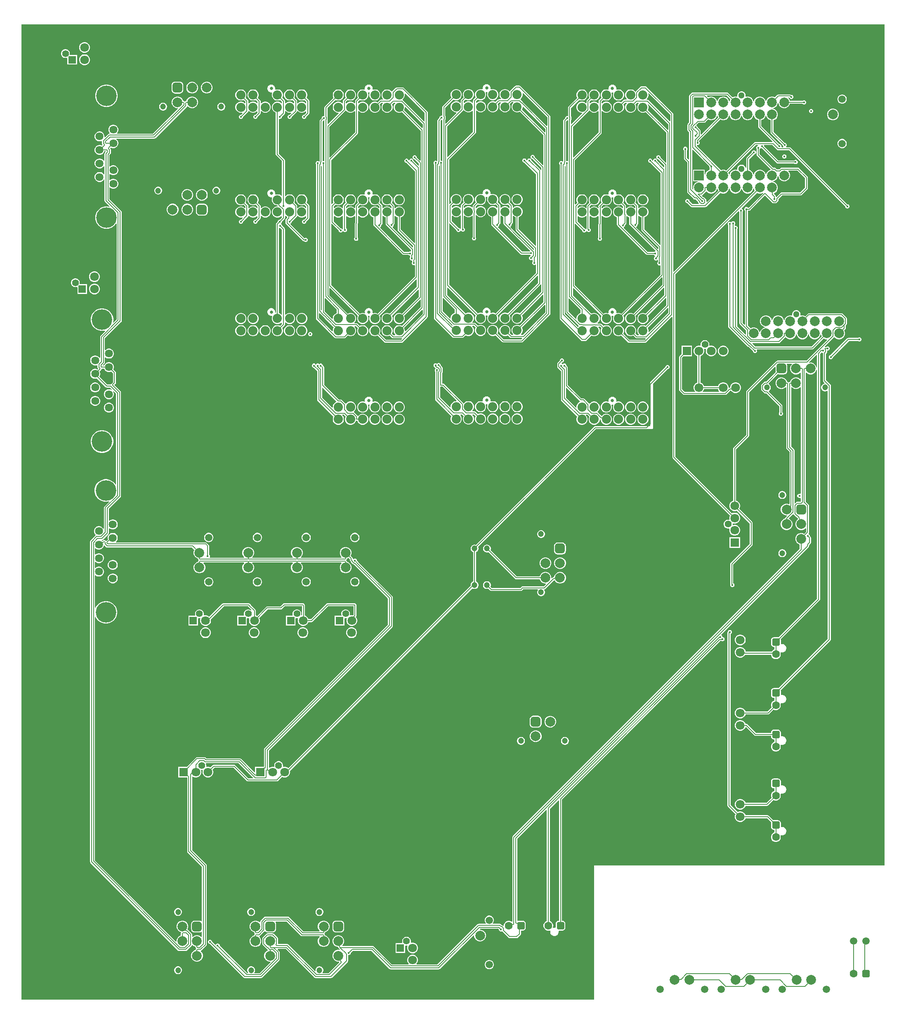
<source format=gbr>
G04*
G04 #@! TF.GenerationSoftware,Altium Limited,Altium Designer,24.1.2 (44)*
G04*
G04 Layer_Physical_Order=1*
G04 Layer_Color=255*
%FSLAX44Y44*%
%MOMM*%
G71*
G04*
G04 #@! TF.SameCoordinates,70DEF323-38D4-4C79-B4EE-BD2FB1141571*
G04*
G04*
G04 #@! TF.FilePolarity,Positive*
G04*
G01*
G75*
%ADD11C,0.2000*%
%ADD37C,1.5000*%
%ADD38C,1.6000*%
G04:AMPARAMS|DCode=39|XSize=1.6mm|YSize=1.6mm|CornerRadius=0.4mm|HoleSize=0mm|Usage=FLASHONLY|Rotation=270.000|XOffset=0mm|YOffset=0mm|HoleType=Round|Shape=RoundedRectangle|*
%AMROUNDEDRECTD39*
21,1,1.6000,0.8000,0,0,270.0*
21,1,0.8000,1.6000,0,0,270.0*
1,1,0.8000,-0.4000,-0.4000*
1,1,0.8000,-0.4000,0.4000*
1,1,0.8000,0.4000,0.4000*
1,1,0.8000,0.4000,-0.4000*
%
%ADD39ROUNDEDRECTD39*%
%ADD40C,1.3000*%
%ADD41C,2.0000*%
%ADD42R,2.0000X2.0000*%
G04:AMPARAMS|DCode=43|XSize=1.6mm|YSize=1.6mm|CornerRadius=0.4mm|HoleSize=0mm|Usage=FLASHONLY|Rotation=180.000|XOffset=0mm|YOffset=0mm|HoleType=Round|Shape=RoundedRectangle|*
%AMROUNDEDRECTD43*
21,1,1.6000,0.8000,0,0,180.0*
21,1,0.8000,1.6000,0,0,180.0*
1,1,0.8000,-0.4000,0.4000*
1,1,0.8000,0.4000,0.4000*
1,1,0.8000,0.4000,-0.4000*
1,1,0.8000,-0.4000,-0.4000*
%
%ADD43ROUNDEDRECTD43*%
%ADD44C,1.8750*%
%ADD45C,0.6750*%
%ADD46C,1.2000*%
G04:AMPARAMS|DCode=47|XSize=2mm|YSize=2mm|CornerRadius=0.5mm|HoleSize=0mm|Usage=FLASHONLY|Rotation=180.000|XOffset=0mm|YOffset=0mm|HoleType=Round|Shape=RoundedRectangle|*
%AMROUNDEDRECTD47*
21,1,2.0000,1.0000,0,0,180.0*
21,1,1.0000,2.0000,0,0,180.0*
1,1,1.0000,-0.5000,0.5000*
1,1,1.0000,0.5000,0.5000*
1,1,1.0000,0.5000,-0.5000*
1,1,1.0000,-0.5000,-0.5000*
%
%ADD47ROUNDEDRECTD47*%
%ADD48C,1.8000*%
%ADD49R,1.8000X1.8000*%
%ADD50C,1.4000*%
G04:AMPARAMS|DCode=51|XSize=2mm|YSize=2mm|CornerRadius=0.5mm|HoleSize=0mm|Usage=FLASHONLY|Rotation=270.000|XOffset=0mm|YOffset=0mm|HoleType=Round|Shape=RoundedRectangle|*
%AMROUNDEDRECTD51*
21,1,2.0000,1.0000,0,0,270.0*
21,1,1.0000,2.0000,0,0,270.0*
1,1,1.0000,-0.5000,-0.5000*
1,1,1.0000,-0.5000,0.5000*
1,1,1.0000,0.5000,0.5000*
1,1,1.0000,0.5000,-0.5000*
%
%ADD51ROUNDEDRECTD51*%
%ADD52R,1.8000X1.8000*%
%ADD53R,1.6000X1.6000*%
%ADD54R,1.6000X1.6000*%
%ADD55R,1.2000X1.2000*%
%ADD56C,1.6350*%
%ADD57C,4.2160*%
%ADD58C,0.4500*%
G36*
X1771000Y275250D02*
X1174500D01*
Y0D01*
X0D01*
Y1999750D01*
X1771000D01*
Y275250D01*
D02*
G37*
%LPC*%
G36*
X130418Y1963300D02*
X127522D01*
X124724Y1962550D01*
X122216Y1961102D01*
X120168Y1959054D01*
X118720Y1956546D01*
X117970Y1953748D01*
Y1950852D01*
X118720Y1948054D01*
X120168Y1945546D01*
X122216Y1943498D01*
X124724Y1942050D01*
X127522Y1941300D01*
X130418D01*
X133216Y1942050D01*
X135724Y1943498D01*
X137772Y1945546D01*
X139220Y1948054D01*
X139970Y1950852D01*
Y1953748D01*
X139220Y1956546D01*
X137772Y1959054D01*
X135724Y1961102D01*
X133216Y1962550D01*
X130418Y1963300D01*
D02*
G37*
G36*
X91185Y1949000D02*
X88815D01*
X86526Y1948387D01*
X84474Y1947202D01*
X82798Y1945526D01*
X81613Y1943474D01*
X81000Y1941185D01*
Y1938815D01*
X81613Y1936526D01*
X82798Y1934474D01*
X84474Y1932798D01*
X86526Y1931613D01*
X88815Y1931000D01*
X91185D01*
X92700Y1931406D01*
X93970Y1930515D01*
Y1917300D01*
X113970D01*
Y1937300D01*
X99637D01*
X98864Y1938308D01*
X99000Y1938815D01*
Y1941185D01*
X98387Y1943474D01*
X97202Y1945526D01*
X95526Y1947202D01*
X93474Y1948387D01*
X91185Y1949000D01*
D02*
G37*
G36*
X130418Y1938300D02*
X127522D01*
X124724Y1937550D01*
X122216Y1936102D01*
X120168Y1934054D01*
X118720Y1931546D01*
X117970Y1928748D01*
Y1925852D01*
X118720Y1923054D01*
X120168Y1920546D01*
X122216Y1918498D01*
X124724Y1917050D01*
X127522Y1916300D01*
X130418D01*
X133216Y1917050D01*
X135724Y1918498D01*
X137772Y1920546D01*
X139220Y1923054D01*
X139970Y1925852D01*
Y1928748D01*
X139220Y1931546D01*
X137772Y1934054D01*
X135724Y1936102D01*
X133216Y1937550D01*
X130418Y1938300D01*
D02*
G37*
G36*
X955553Y1877150D02*
X953447D01*
X951412Y1876605D01*
X949588Y1875552D01*
X948098Y1874062D01*
X947045Y1872238D01*
X946500Y1870203D01*
Y1868097D01*
X946633Y1867600D01*
X945596Y1866563D01*
X943497Y1867125D01*
X940502D01*
X937609Y1866350D01*
X935016Y1864852D01*
X932898Y1862734D01*
X931400Y1860141D01*
X930625Y1857247D01*
Y1854252D01*
X931400Y1851359D01*
X932076Y1850188D01*
X927170Y1845282D01*
X926507Y1844290D01*
X926275Y1843119D01*
X926316Y1842910D01*
Y1839317D01*
X925046Y1838790D01*
X923984Y1839852D01*
X921391Y1841350D01*
X918497Y1842125D01*
X915502D01*
X912609Y1841350D01*
X910016Y1839852D01*
X908704Y1838540D01*
X907434Y1839066D01*
Y1841894D01*
X911393Y1845853D01*
X912609Y1845150D01*
X915502Y1844375D01*
X918497D01*
X921391Y1845150D01*
X923984Y1846648D01*
X926102Y1848766D01*
X927600Y1851359D01*
X928375Y1854252D01*
Y1857247D01*
X927600Y1860141D01*
X926102Y1862734D01*
X923984Y1864852D01*
X921391Y1866350D01*
X918497Y1867125D01*
X915502D01*
X912609Y1866350D01*
X910016Y1864852D01*
X907898Y1862734D01*
X906400Y1860141D01*
X905625Y1857247D01*
Y1854252D01*
X906400Y1851359D01*
X907076Y1850188D01*
X902170Y1845282D01*
X901507Y1844290D01*
X901275Y1843119D01*
X901316Y1842910D01*
Y1839317D01*
X900046Y1838790D01*
X898984Y1839852D01*
X896391Y1841350D01*
X893497Y1842125D01*
X890502D01*
X887609Y1841350D01*
X885016Y1839852D01*
X882898Y1837734D01*
X881400Y1835141D01*
X880625Y1832247D01*
Y1829252D01*
X881400Y1826359D01*
X882898Y1823766D01*
X885016Y1821648D01*
X887609Y1820150D01*
X890502Y1819375D01*
X892004D01*
X892530Y1818105D01*
X885344Y1810918D01*
X885236Y1810847D01*
X870691Y1796301D01*
X869517Y1796787D01*
Y1804125D01*
X870034Y1804899D01*
X870267Y1806069D01*
Y1810419D01*
X870034Y1811589D01*
X869517Y1812363D01*
Y1828977D01*
X886393Y1845853D01*
X887609Y1845150D01*
X890502Y1844375D01*
X893497D01*
X896391Y1845150D01*
X898984Y1846648D01*
X901102Y1848766D01*
X902600Y1851359D01*
X903375Y1854252D01*
Y1857247D01*
X902600Y1860141D01*
X901102Y1862734D01*
X898984Y1864852D01*
X896391Y1866350D01*
X893497Y1867125D01*
X890502D01*
X887609Y1866350D01*
X885016Y1864852D01*
X882898Y1862734D01*
X881400Y1860141D01*
X880625Y1857247D01*
Y1854252D01*
X881400Y1851359D01*
X882076Y1850188D01*
X864296Y1832407D01*
X863633Y1831415D01*
X863400Y1830244D01*
X863400Y1830244D01*
Y1812892D01*
X862804Y1812494D01*
X861113D01*
X859551Y1811847D01*
X858355Y1810652D01*
X857709Y1809090D01*
Y1808320D01*
X854458Y1805070D01*
X853795Y1804077D01*
X853562Y1802907D01*
X853562Y1802907D01*
Y1719733D01*
X853448Y1719561D01*
X851967Y1719246D01*
X851866Y1719347D01*
X850304Y1719994D01*
X848613D01*
X847051Y1719347D01*
X845855Y1718152D01*
X845209Y1716590D01*
Y1714899D01*
X845855Y1713337D01*
X846400Y1712793D01*
Y1397343D01*
X846400Y1397343D01*
X846633Y1396173D01*
X847296Y1395180D01*
X884670Y1357806D01*
X885662Y1357143D01*
X886833Y1356910D01*
X886833Y1356910D01*
X904583D01*
X904583Y1356910D01*
X905754Y1357143D01*
X906746Y1357806D01*
X911374Y1362434D01*
X912568Y1361744D01*
X915461Y1360969D01*
X918456D01*
X921349Y1361744D01*
X923943Y1363242D01*
X926061Y1365360D01*
X927558Y1367954D01*
X928333Y1370847D01*
Y1373842D01*
X927558Y1376735D01*
X926061Y1379328D01*
X924999Y1380390D01*
X925525Y1381660D01*
X928316D01*
X932048Y1377929D01*
X931359Y1376735D01*
X930583Y1373842D01*
Y1370847D01*
X931359Y1367954D01*
X932856Y1365360D01*
X934974Y1363242D01*
X937568Y1361744D01*
X940461Y1360969D01*
X943456D01*
X946349Y1361744D01*
X948943Y1363242D01*
X951061Y1365360D01*
X952558Y1367954D01*
X953333Y1370847D01*
Y1373842D01*
X952558Y1376735D01*
X951061Y1379328D01*
X948943Y1381446D01*
X946349Y1382944D01*
X943456Y1383719D01*
X940461D01*
X937568Y1382944D01*
X936374Y1382254D01*
X931746Y1386882D01*
X930754Y1387545D01*
X929583Y1387778D01*
X929583Y1387778D01*
X925275D01*
X924749Y1389048D01*
X926061Y1390360D01*
X927558Y1392954D01*
X928333Y1395847D01*
Y1398842D01*
X927558Y1401735D01*
X926061Y1404328D01*
X923943Y1406446D01*
X921349Y1407944D01*
X918456Y1408719D01*
X915461D01*
X912568Y1407944D01*
X911374Y1407254D01*
X873517Y1445111D01*
Y1459800D01*
X874691Y1460286D01*
X932048Y1402929D01*
X931359Y1401735D01*
X930583Y1398842D01*
Y1395847D01*
X931359Y1392954D01*
X932856Y1390360D01*
X934974Y1388242D01*
X937568Y1386744D01*
X940461Y1385969D01*
X943456D01*
X946349Y1386744D01*
X948943Y1388242D01*
X951061Y1390360D01*
X952558Y1392954D01*
X953333Y1395847D01*
Y1398842D01*
X952581Y1401650D01*
X952921Y1402252D01*
X953317Y1402768D01*
X953405Y1402744D01*
X955512D01*
X955600Y1402768D01*
X955996Y1402252D01*
X956336Y1401650D01*
X955583Y1398842D01*
Y1395847D01*
X956359Y1392954D01*
X957856Y1390360D01*
X959974Y1388242D01*
X962568Y1386744D01*
X965461Y1385969D01*
X968456D01*
X971349Y1386744D01*
X973943Y1388242D01*
X976061Y1390360D01*
X977558Y1392954D01*
X978333Y1395847D01*
Y1398842D01*
X977558Y1401735D01*
X976869Y1402929D01*
X1058518Y1484578D01*
X1059691Y1484092D01*
Y1469403D01*
X997543Y1407254D01*
X996349Y1407944D01*
X993456Y1408719D01*
X990461D01*
X987568Y1407944D01*
X984974Y1406446D01*
X982856Y1404328D01*
X981359Y1401735D01*
X980583Y1398842D01*
Y1395847D01*
X981359Y1392954D01*
X982856Y1390360D01*
X984974Y1388242D01*
X987568Y1386744D01*
X990461Y1385969D01*
X993456D01*
X996349Y1386744D01*
X998943Y1388242D01*
X1001061Y1390360D01*
X1002558Y1392954D01*
X1003333Y1395847D01*
Y1398842D01*
X1002558Y1401735D01*
X1001869Y1402929D01*
X1064913Y1465973D01*
X1064913Y1465973D01*
X1065576Y1466965D01*
X1065630Y1467236D01*
X1066900Y1467110D01*
Y1451611D01*
X1022543Y1407254D01*
X1021349Y1407944D01*
X1018456Y1408719D01*
X1015461D01*
X1012568Y1407944D01*
X1009974Y1406446D01*
X1007856Y1404328D01*
X1006359Y1401735D01*
X1005583Y1398842D01*
Y1395847D01*
X1006359Y1392954D01*
X1007856Y1390360D01*
X1009974Y1388242D01*
X1012568Y1386744D01*
X1015461Y1385969D01*
X1018456D01*
X1021349Y1386744D01*
X1023943Y1388242D01*
X1026061Y1390360D01*
X1027558Y1392954D01*
X1028333Y1395847D01*
Y1398842D01*
X1027558Y1401735D01*
X1026869Y1402929D01*
X1069726Y1445786D01*
X1070900Y1445300D01*
Y1430611D01*
X1022543Y1382254D01*
X1021349Y1382944D01*
X1018456Y1383719D01*
X1015461D01*
X1012568Y1382944D01*
X1009974Y1381446D01*
X1007856Y1379328D01*
X1006359Y1376735D01*
X1005583Y1373842D01*
Y1370847D01*
X1006359Y1367954D01*
X1007856Y1365360D01*
X1008918Y1364298D01*
X1008392Y1363028D01*
X1005601D01*
X1001869Y1366759D01*
X1002558Y1367954D01*
X1003333Y1370847D01*
Y1373842D01*
X1002558Y1376735D01*
X1001061Y1379328D01*
X998943Y1381446D01*
X996349Y1382944D01*
X993456Y1383719D01*
X990461D01*
X987568Y1382944D01*
X984974Y1381446D01*
X982856Y1379328D01*
X981359Y1376735D01*
X980583Y1373842D01*
Y1370847D01*
X981359Y1367954D01*
X982856Y1365360D01*
X984974Y1363242D01*
X987568Y1361744D01*
X990461Y1360969D01*
X993456D01*
X996349Y1361744D01*
X997543Y1362434D01*
X1002171Y1357806D01*
X1003163Y1357143D01*
X1004333Y1356910D01*
X1004334Y1356910D01*
X1026582D01*
X1027068Y1355737D01*
X1025134Y1353803D01*
X989825D01*
X976869Y1366759D01*
X977558Y1367954D01*
X978333Y1370847D01*
Y1373842D01*
X977558Y1376735D01*
X976061Y1379328D01*
X973943Y1381446D01*
X971349Y1382944D01*
X968456Y1383719D01*
X965461D01*
X962568Y1382944D01*
X959974Y1381446D01*
X957856Y1379328D01*
X956359Y1376735D01*
X955583Y1373842D01*
Y1370847D01*
X956359Y1367954D01*
X957856Y1365360D01*
X959974Y1363242D01*
X962568Y1361744D01*
X965461Y1360969D01*
X968456D01*
X971349Y1361744D01*
X972543Y1362434D01*
X986395Y1348581D01*
X986396Y1348581D01*
X987388Y1347918D01*
X988558Y1347685D01*
X988559Y1347685D01*
X1026401D01*
X1026401Y1347685D01*
X1027571Y1347918D01*
X1028564Y1348581D01*
X1084121Y1404139D01*
X1084121Y1404139D01*
X1084784Y1405131D01*
X1085017Y1406302D01*
X1085017Y1406302D01*
Y1810744D01*
X1084784Y1811915D01*
X1084121Y1812907D01*
X1023865Y1873163D01*
X1022873Y1873826D01*
X1021703Y1874059D01*
X1021702Y1874059D01*
X1014714D01*
X1014713Y1874059D01*
X1013543Y1873826D01*
X1012551Y1873163D01*
X1012551Y1873163D01*
X1002462Y1863074D01*
X1002414Y1863002D01*
X1001884Y1862894D01*
X1000866Y1862971D01*
X998984Y1864852D01*
X996391Y1866350D01*
X993497Y1867125D01*
X990502D01*
X987609Y1866350D01*
X985016Y1864852D01*
X982898Y1862734D01*
X981400Y1860141D01*
X980625Y1857247D01*
Y1854252D01*
X981400Y1851359D01*
X982898Y1848766D01*
X984215Y1847448D01*
X983689Y1846178D01*
X979334D01*
X979333Y1846178D01*
X978163Y1845945D01*
X977170Y1845282D01*
X972562Y1840674D01*
X971391Y1841350D01*
X968497Y1842125D01*
X965502D01*
X962609Y1841350D01*
X960016Y1839852D01*
X957898Y1837734D01*
X956400Y1835141D01*
X955625Y1832247D01*
Y1829252D01*
X956400Y1826359D01*
X957898Y1823766D01*
X960016Y1821648D01*
X962609Y1820150D01*
X965502Y1819375D01*
X968497D01*
X971391Y1820150D01*
X973984Y1821648D01*
X976102Y1823766D01*
X977600Y1826359D01*
X978375Y1829252D01*
Y1832247D01*
X977600Y1835141D01*
X976897Y1836357D01*
X980600Y1840060D01*
X983428D01*
X983954Y1838790D01*
X982898Y1837734D01*
X981400Y1835141D01*
X980625Y1832247D01*
Y1829252D01*
X981400Y1826359D01*
X982898Y1823766D01*
X985016Y1821648D01*
X987609Y1820150D01*
X990502Y1819375D01*
X993497D01*
X996391Y1820150D01*
X998984Y1821648D01*
X1001102Y1823766D01*
X1002600Y1826359D01*
X1003375Y1829252D01*
Y1832247D01*
X1002600Y1835141D01*
X1001897Y1836357D01*
X1005731Y1840191D01*
X1008559D01*
X1009085Y1838921D01*
X1007898Y1837734D01*
X1006400Y1835141D01*
X1005625Y1832247D01*
Y1829252D01*
X1006400Y1826359D01*
X1007898Y1823766D01*
X1010016Y1821648D01*
X1012609Y1820150D01*
X1015502Y1819375D01*
X1018497D01*
X1021391Y1820150D01*
X1022554Y1820822D01*
X1070900Y1772477D01*
Y1711895D01*
X1069726Y1711409D01*
X1052979Y1728157D01*
Y1728926D01*
X1052332Y1730488D01*
X1051136Y1731684D01*
X1049574Y1732331D01*
X1047883D01*
X1046321Y1731684D01*
X1045126Y1730488D01*
X1044479Y1728926D01*
Y1727236D01*
X1045126Y1725674D01*
X1046321Y1724478D01*
X1047883Y1723831D01*
X1048653D01*
X1066900Y1705584D01*
Y1700978D01*
X1065630Y1700853D01*
X1065576Y1701123D01*
X1064913Y1702115D01*
X1064913Y1702115D01*
X1046208Y1720820D01*
Y1721590D01*
X1045561Y1723152D01*
X1044366Y1724347D01*
X1042804Y1724994D01*
X1041113D01*
X1039551Y1724347D01*
X1038355Y1723152D01*
X1037960Y1722197D01*
X1036781Y1721552D01*
X1036439Y1721539D01*
X1036109Y1721828D01*
X1035561Y1723152D01*
X1034366Y1724347D01*
X1032804Y1724994D01*
X1031113D01*
X1029551Y1724347D01*
X1028355Y1723152D01*
X1027709Y1721590D01*
Y1719899D01*
X1028355Y1718337D01*
X1029551Y1717141D01*
X1031113Y1716494D01*
X1031883D01*
X1055691Y1692686D01*
Y1546245D01*
X1054518Y1545759D01*
X1020017Y1580260D01*
Y1604782D01*
X1021391Y1605150D01*
X1023984Y1606648D01*
X1026102Y1608766D01*
X1027600Y1611359D01*
X1028375Y1614252D01*
Y1617247D01*
X1027600Y1620141D01*
X1026102Y1622734D01*
X1023984Y1624852D01*
X1021391Y1626350D01*
X1018497Y1627125D01*
X1015502D01*
X1012609Y1626350D01*
X1010016Y1624852D01*
X1009079Y1623915D01*
X1007809Y1624442D01*
Y1627953D01*
X1007576Y1629123D01*
X1006913Y1630115D01*
X1006327Y1630701D01*
X1006327Y1630701D01*
X1001893Y1635135D01*
X1002600Y1636359D01*
X1003375Y1639252D01*
Y1642247D01*
X1002600Y1645141D01*
X1001102Y1647734D01*
X998984Y1649852D01*
X996391Y1651350D01*
X993497Y1652125D01*
X990502D01*
X987609Y1651350D01*
X985016Y1649852D01*
X982898Y1647734D01*
X981400Y1645141D01*
X980625Y1642247D01*
Y1639252D01*
X981400Y1636359D01*
X982898Y1633766D01*
X985016Y1631648D01*
X987609Y1630150D01*
X990502Y1629375D01*
X993497D01*
X996391Y1630150D01*
X997554Y1630822D01*
X1001691Y1626685D01*
Y1623941D01*
X1000421Y1623415D01*
X998984Y1624852D01*
X996391Y1626350D01*
X993497Y1627125D01*
X990502D01*
X987609Y1626350D01*
X985016Y1624852D01*
X983829Y1623665D01*
X982559Y1624191D01*
Y1628203D01*
X982326Y1629373D01*
X981663Y1630365D01*
X981663Y1630365D01*
X976893Y1635135D01*
X977600Y1636359D01*
X978375Y1639252D01*
Y1642247D01*
X977600Y1645141D01*
X976102Y1647734D01*
X973984Y1649852D01*
X971391Y1651350D01*
X968497Y1652125D01*
X965502D01*
X963404Y1651563D01*
X962367Y1652600D01*
X962500Y1653097D01*
Y1655203D01*
X961955Y1657238D01*
X960902Y1659062D01*
X959412Y1660552D01*
X957588Y1661605D01*
X955553Y1662150D01*
X953447D01*
X951412Y1661605D01*
X949588Y1660552D01*
X948098Y1659062D01*
X947045Y1657238D01*
X946500Y1655203D01*
Y1653097D01*
X946633Y1652600D01*
X945596Y1651563D01*
X943497Y1652125D01*
X940502D01*
X937609Y1651350D01*
X935016Y1649852D01*
X932898Y1647734D01*
X931400Y1645141D01*
X930625Y1642247D01*
Y1639252D01*
X931400Y1636359D01*
X932076Y1635188D01*
X926523Y1629635D01*
X925860Y1628642D01*
X925627Y1627472D01*
X925627Y1627471D01*
Y1624869D01*
X924454Y1624383D01*
X923984Y1624852D01*
X921391Y1626350D01*
X918497Y1627125D01*
X915502D01*
X912609Y1626350D01*
X910016Y1624852D01*
X908912Y1623749D01*
X907642Y1624275D01*
Y1627102D01*
X911393Y1630853D01*
X912609Y1630150D01*
X915502Y1629375D01*
X918497D01*
X921391Y1630150D01*
X923984Y1631648D01*
X926102Y1633766D01*
X927600Y1636359D01*
X928375Y1639252D01*
Y1642247D01*
X927600Y1645141D01*
X926102Y1647734D01*
X923984Y1649852D01*
X921391Y1651350D01*
X918497Y1652125D01*
X915502D01*
X912609Y1651350D01*
X910016Y1649852D01*
X907898Y1647734D01*
X906400Y1645141D01*
X905625Y1642247D01*
Y1639252D01*
X906400Y1636359D01*
X907076Y1635188D01*
X902421Y1630532D01*
X901758Y1629540D01*
X901525Y1628369D01*
X901525Y1628369D01*
Y1624108D01*
X900255Y1623582D01*
X898984Y1624852D01*
X896391Y1626350D01*
X893497Y1627125D01*
X890502D01*
X887609Y1626350D01*
X885016Y1624852D01*
X883912Y1623749D01*
X882642Y1624275D01*
Y1627102D01*
X886393Y1630853D01*
X887609Y1630150D01*
X890502Y1629375D01*
X893497D01*
X896391Y1630150D01*
X898984Y1631648D01*
X901102Y1633766D01*
X902600Y1636359D01*
X903375Y1639252D01*
Y1642247D01*
X902600Y1645141D01*
X901102Y1647734D01*
X898984Y1649852D01*
X896391Y1651350D01*
X893497Y1652125D01*
X890502D01*
X887609Y1651350D01*
X885016Y1649852D01*
X882898Y1647734D01*
X881400Y1645141D01*
X880625Y1642247D01*
Y1639252D01*
X881400Y1636359D01*
X882076Y1635188D01*
X878690Y1631802D01*
X877517Y1632288D01*
Y1721977D01*
X931496Y1775956D01*
X931496Y1775956D01*
X932159Y1776949D01*
X932392Y1778119D01*
Y1806809D01*
X932434Y1807018D01*
Y1822433D01*
X933704Y1822960D01*
X935016Y1821648D01*
X937609Y1820150D01*
X940502Y1819375D01*
X943497D01*
X946391Y1820150D01*
X948984Y1821648D01*
X951102Y1823766D01*
X952600Y1826359D01*
X953375Y1829252D01*
Y1832247D01*
X952600Y1835141D01*
X951102Y1837734D01*
X948984Y1839852D01*
X946391Y1841350D01*
X943497Y1842125D01*
X940502D01*
X937609Y1841350D01*
X935016Y1839852D01*
X933704Y1838540D01*
X932434Y1839066D01*
Y1841894D01*
X936393Y1845853D01*
X937609Y1845150D01*
X940502Y1844375D01*
X943497D01*
X946391Y1845150D01*
X948984Y1846648D01*
X951102Y1848766D01*
X952600Y1851359D01*
X953375Y1854252D01*
Y1857247D01*
X952622Y1860056D01*
X952962Y1860658D01*
X953358Y1861174D01*
X953447Y1861150D01*
X955553D01*
X955642Y1861174D01*
X956038Y1860658D01*
X956378Y1860056D01*
X955625Y1857247D01*
Y1854252D01*
X956400Y1851359D01*
X957898Y1848766D01*
X960016Y1846648D01*
X962609Y1845150D01*
X965502Y1844375D01*
X968497D01*
X971391Y1845150D01*
X973984Y1846648D01*
X976102Y1848766D01*
X977600Y1851359D01*
X978375Y1854252D01*
Y1857247D01*
X977600Y1860141D01*
X976102Y1862734D01*
X973984Y1864852D01*
X971391Y1866350D01*
X968497Y1867125D01*
X965502D01*
X963404Y1866563D01*
X962367Y1867600D01*
X962500Y1868097D01*
Y1870203D01*
X961955Y1872238D01*
X960902Y1874062D01*
X959412Y1875552D01*
X957588Y1876605D01*
X955553Y1877150D01*
D02*
G37*
G36*
X1213553Y1876400D02*
X1211447D01*
X1209412Y1875855D01*
X1207588Y1874802D01*
X1206098Y1873312D01*
X1205045Y1871488D01*
X1204500Y1869453D01*
Y1867347D01*
X1204633Y1866850D01*
X1203596Y1865813D01*
X1201497Y1866375D01*
X1198502D01*
X1195609Y1865600D01*
X1193016Y1864102D01*
X1190898Y1861984D01*
X1189400Y1859391D01*
X1188625Y1856498D01*
Y1853503D01*
X1189400Y1850609D01*
X1190077Y1849438D01*
X1185171Y1844532D01*
X1184508Y1843540D01*
X1184275Y1842369D01*
X1184316Y1842160D01*
Y1838566D01*
X1183046Y1838040D01*
X1181984Y1839102D01*
X1179390Y1840600D01*
X1176497Y1841375D01*
X1173502D01*
X1170609Y1840600D01*
X1168016Y1839102D01*
X1166662Y1837749D01*
X1165392Y1838275D01*
Y1841102D01*
X1169393Y1845103D01*
X1170609Y1844400D01*
X1173502Y1843625D01*
X1176497D01*
X1179390Y1844400D01*
X1181984Y1845898D01*
X1184102Y1848016D01*
X1185600Y1850609D01*
X1186375Y1853503D01*
Y1856498D01*
X1185600Y1859391D01*
X1184102Y1861984D01*
X1181984Y1864102D01*
X1179390Y1865600D01*
X1176497Y1866375D01*
X1173502D01*
X1170609Y1865600D01*
X1168016Y1864102D01*
X1165898Y1861984D01*
X1164400Y1859391D01*
X1163625Y1856498D01*
Y1853503D01*
X1164400Y1850609D01*
X1165077Y1849438D01*
X1160171Y1844532D01*
X1159508Y1843540D01*
X1159275Y1842369D01*
X1159275Y1842369D01*
Y1838608D01*
X1158005Y1838082D01*
X1156984Y1839102D01*
X1154390Y1840600D01*
X1151497Y1841375D01*
X1148502D01*
X1145609Y1840600D01*
X1143016Y1839102D01*
X1140898Y1836984D01*
X1139400Y1834391D01*
X1138625Y1831498D01*
Y1828503D01*
X1139400Y1825609D01*
X1140898Y1823016D01*
X1143016Y1820898D01*
X1145609Y1819400D01*
X1148502Y1818625D01*
X1150004D01*
X1150530Y1817355D01*
X1128690Y1795515D01*
X1127517Y1796001D01*
Y1803375D01*
X1128034Y1804149D01*
X1128267Y1805320D01*
Y1809669D01*
X1128034Y1810839D01*
X1127517Y1811613D01*
Y1828227D01*
X1144393Y1845103D01*
X1145609Y1844400D01*
X1148502Y1843625D01*
X1151497D01*
X1154390Y1844400D01*
X1156984Y1845898D01*
X1159102Y1848016D01*
X1160600Y1850609D01*
X1161375Y1853503D01*
Y1856498D01*
X1160600Y1859391D01*
X1159102Y1861984D01*
X1156984Y1864102D01*
X1154390Y1865600D01*
X1151497Y1866375D01*
X1148502D01*
X1145609Y1865600D01*
X1143016Y1864102D01*
X1140898Y1861984D01*
X1139400Y1859391D01*
X1138625Y1856498D01*
Y1853503D01*
X1139400Y1850609D01*
X1140077Y1849438D01*
X1122296Y1831657D01*
X1121633Y1830665D01*
X1121400Y1829494D01*
X1121400Y1829494D01*
Y1812142D01*
X1120804Y1811744D01*
X1119113D01*
X1117551Y1811097D01*
X1116356Y1809901D01*
X1115708Y1808340D01*
Y1807570D01*
X1112458Y1804320D01*
X1111795Y1803327D01*
X1111562Y1802157D01*
X1111562Y1802157D01*
Y1718983D01*
X1111448Y1718811D01*
X1109967Y1718496D01*
X1109866Y1718597D01*
X1108304Y1719244D01*
X1106613D01*
X1105051Y1718597D01*
X1103856Y1717401D01*
X1103208Y1715840D01*
Y1714149D01*
X1103856Y1712587D01*
X1104400Y1712043D01*
Y1396593D01*
X1104400Y1396593D01*
X1104632Y1395423D01*
X1105295Y1394430D01*
X1148389Y1351337D01*
X1149381Y1350674D01*
X1150552Y1350441D01*
X1156864D01*
X1156864Y1350441D01*
X1158035Y1350674D01*
X1159027Y1351337D01*
X1169393Y1361703D01*
X1170609Y1361000D01*
X1173503Y1360225D01*
X1176497D01*
X1179391Y1361000D01*
X1181984Y1362498D01*
X1184102Y1364616D01*
X1185600Y1367209D01*
X1186375Y1370103D01*
Y1373098D01*
X1185600Y1375991D01*
X1184102Y1378584D01*
X1183669Y1379018D01*
X1184155Y1380191D01*
X1187036D01*
X1190072Y1377155D01*
X1189400Y1375991D01*
X1188625Y1373098D01*
Y1370103D01*
X1189400Y1367209D01*
X1190898Y1364616D01*
X1193016Y1362498D01*
X1195609Y1361000D01*
X1198503Y1360225D01*
X1201497D01*
X1204391Y1361000D01*
X1206984Y1362498D01*
X1209102Y1364616D01*
X1210600Y1367209D01*
X1211375Y1370103D01*
Y1373098D01*
X1210600Y1375991D01*
X1209102Y1378584D01*
X1206984Y1380702D01*
X1204391Y1382200D01*
X1201497Y1382975D01*
X1198503D01*
X1195609Y1382200D01*
X1194385Y1381493D01*
X1190465Y1385413D01*
X1189473Y1386076D01*
X1188303Y1386309D01*
X1188302Y1386309D01*
X1182303D01*
X1182117Y1387001D01*
X1182065Y1387579D01*
X1184102Y1389616D01*
X1185600Y1392209D01*
X1186375Y1395103D01*
Y1398098D01*
X1185600Y1400991D01*
X1184102Y1403584D01*
X1181984Y1405702D01*
X1179391Y1407200D01*
X1176497Y1407975D01*
X1173503D01*
X1170609Y1407200D01*
X1169385Y1406493D01*
X1131517Y1444361D01*
Y1459050D01*
X1132691Y1459536D01*
X1190072Y1402155D01*
X1189400Y1400991D01*
X1188625Y1398098D01*
Y1395103D01*
X1189400Y1392209D01*
X1190898Y1389616D01*
X1193016Y1387498D01*
X1195609Y1386000D01*
X1198503Y1385225D01*
X1201497D01*
X1204391Y1386000D01*
X1206984Y1387498D01*
X1209102Y1389616D01*
X1210600Y1392209D01*
X1211375Y1395103D01*
Y1398098D01*
X1210622Y1400906D01*
X1210962Y1401508D01*
X1211358Y1402024D01*
X1211447Y1402000D01*
X1213553D01*
X1213642Y1402024D01*
X1214038Y1401508D01*
X1214378Y1400906D01*
X1213625Y1398098D01*
Y1395103D01*
X1214400Y1392209D01*
X1215898Y1389616D01*
X1218016Y1387498D01*
X1220609Y1386000D01*
X1223503Y1385225D01*
X1226497D01*
X1229391Y1386000D01*
X1231984Y1387498D01*
X1234102Y1389616D01*
X1235600Y1392209D01*
X1236375Y1395103D01*
Y1398098D01*
X1235600Y1400991D01*
X1234910Y1402185D01*
X1314018Y1481292D01*
X1315191Y1480806D01*
Y1466117D01*
X1255585Y1406510D01*
X1254391Y1407200D01*
X1251497Y1407975D01*
X1248503D01*
X1245609Y1407200D01*
X1243016Y1405702D01*
X1240898Y1403584D01*
X1239400Y1400991D01*
X1238625Y1398098D01*
Y1395103D01*
X1239400Y1392209D01*
X1240898Y1389616D01*
X1243016Y1387498D01*
X1245609Y1386000D01*
X1248503Y1385225D01*
X1251497D01*
X1254391Y1386000D01*
X1256984Y1387498D01*
X1259102Y1389616D01*
X1260600Y1392209D01*
X1261375Y1395103D01*
Y1398098D01*
X1260600Y1400991D01*
X1259910Y1402185D01*
X1318018Y1460292D01*
X1319191Y1459806D01*
Y1445117D01*
X1280585Y1406510D01*
X1279391Y1407200D01*
X1276497Y1407975D01*
X1273503D01*
X1270609Y1407200D01*
X1268016Y1405702D01*
X1265898Y1403584D01*
X1264400Y1400991D01*
X1263625Y1398098D01*
Y1395103D01*
X1264400Y1392209D01*
X1265898Y1389616D01*
X1268016Y1387498D01*
X1270609Y1386000D01*
X1273503Y1385225D01*
X1276497D01*
X1279391Y1386000D01*
X1281984Y1387498D01*
X1284102Y1389616D01*
X1285600Y1392209D01*
X1286375Y1395103D01*
Y1398098D01*
X1285600Y1400991D01*
X1284910Y1402185D01*
X1322018Y1439292D01*
X1323191Y1438806D01*
Y1424117D01*
X1280585Y1381510D01*
X1279391Y1382200D01*
X1276497Y1382975D01*
X1273503D01*
X1270609Y1382200D01*
X1268016Y1380702D01*
X1265898Y1378584D01*
X1264400Y1375991D01*
X1263625Y1373098D01*
Y1370103D01*
X1264400Y1367209D01*
X1265898Y1364616D01*
X1266965Y1363548D01*
X1266439Y1362278D01*
X1263600D01*
X1259893Y1365985D01*
X1260600Y1367209D01*
X1261375Y1370103D01*
Y1373098D01*
X1260600Y1375991D01*
X1259102Y1378584D01*
X1256984Y1380702D01*
X1254391Y1382200D01*
X1251497Y1382975D01*
X1248503D01*
X1245609Y1382200D01*
X1243016Y1380702D01*
X1240898Y1378584D01*
X1239400Y1375991D01*
X1238625Y1373098D01*
Y1370103D01*
X1239400Y1367209D01*
X1240898Y1364616D01*
X1243016Y1362498D01*
X1245609Y1361000D01*
X1248503Y1360225D01*
X1251497D01*
X1254391Y1361000D01*
X1255555Y1361672D01*
X1260171Y1357056D01*
X1261163Y1356393D01*
X1262333Y1356160D01*
X1262334Y1356160D01*
X1280139D01*
X1280625Y1354987D01*
X1278691Y1353053D01*
X1247825D01*
X1234893Y1365985D01*
X1235600Y1367209D01*
X1236375Y1370103D01*
Y1373098D01*
X1235600Y1375991D01*
X1234102Y1378584D01*
X1231984Y1380702D01*
X1229391Y1382200D01*
X1226497Y1382975D01*
X1223503D01*
X1220609Y1382200D01*
X1218016Y1380702D01*
X1215898Y1378584D01*
X1214400Y1375991D01*
X1213625Y1373098D01*
Y1370103D01*
X1214400Y1367209D01*
X1215898Y1364616D01*
X1218016Y1362498D01*
X1220609Y1361000D01*
X1223503Y1360225D01*
X1226497D01*
X1229391Y1361000D01*
X1230555Y1361672D01*
X1244396Y1347831D01*
X1244396Y1347831D01*
X1245388Y1347168D01*
X1246558Y1346935D01*
X1246559Y1346935D01*
X1279958D01*
X1279958Y1346935D01*
X1281129Y1347168D01*
X1282121Y1347831D01*
X1334246Y1399956D01*
X1335420Y1399470D01*
Y1112422D01*
X1335420Y1112421D01*
X1335653Y1111251D01*
X1336316Y1110259D01*
X1453764Y992810D01*
X1453150Y991746D01*
X1452400Y988948D01*
Y986052D01*
X1452758Y984717D01*
X1451860Y983819D01*
X1451185Y984000D01*
X1448815D01*
X1446526Y983387D01*
X1444474Y982202D01*
X1442798Y980526D01*
X1441613Y978474D01*
X1441000Y976185D01*
Y973815D01*
X1441613Y971526D01*
X1442798Y969474D01*
X1444474Y967798D01*
X1446526Y966613D01*
X1448815Y966000D01*
X1451185D01*
X1451860Y966181D01*
X1452758Y965283D01*
X1452400Y963948D01*
Y961052D01*
X1453150Y958254D01*
X1454598Y955746D01*
X1456646Y953698D01*
X1459154Y952250D01*
X1461952Y951500D01*
X1464848D01*
X1467646Y952250D01*
X1470154Y953698D01*
X1472202Y955746D01*
X1473650Y958254D01*
X1474400Y961052D01*
Y963948D01*
X1473650Y966746D01*
X1472202Y969254D01*
X1470154Y971302D01*
X1467646Y972750D01*
X1464848Y973500D01*
X1461952D01*
X1460097Y973003D01*
X1459483Y973457D01*
X1459000Y974024D01*
Y975976D01*
X1459483Y976543D01*
X1460097Y976997D01*
X1461952Y976500D01*
X1464848D01*
X1467646Y977250D01*
X1470154Y978698D01*
X1472202Y980746D01*
X1473650Y983254D01*
X1474400Y986052D01*
Y988948D01*
X1473650Y991746D01*
X1472202Y994254D01*
X1470154Y996302D01*
X1467646Y997750D01*
X1464848Y998500D01*
X1461952D01*
X1459154Y997750D01*
X1458090Y997136D01*
X1341537Y1113689D01*
Y1487211D01*
X1470833Y1616508D01*
X1472331Y1616210D01*
X1472627Y1615497D01*
X1473234Y1614890D01*
Y1386746D01*
X1473234Y1386746D01*
X1473466Y1385575D01*
X1474129Y1384583D01*
X1486441Y1372271D01*
Y1364197D01*
X1485268Y1363711D01*
X1468547Y1380432D01*
Y1579548D01*
X1469091Y1580093D01*
X1469738Y1581655D01*
Y1583345D01*
X1469091Y1584907D01*
X1467896Y1586103D01*
X1466334Y1586750D01*
X1464643D01*
X1464353Y1586630D01*
X1463297Y1587336D01*
Y1589080D01*
X1463739Y1589521D01*
X1464386Y1591083D01*
Y1592774D01*
X1463739Y1594336D01*
X1462543Y1595532D01*
X1460981Y1596179D01*
X1459290D01*
X1457728Y1595532D01*
X1456533Y1594336D01*
X1455850Y1594200D01*
X1455552Y1594498D01*
X1453990Y1595145D01*
X1452299D01*
X1450737Y1594498D01*
X1449542Y1593302D01*
X1448895Y1591740D01*
Y1590050D01*
X1449542Y1588488D01*
X1450086Y1587943D01*
Y1380195D01*
X1450086Y1380195D01*
X1450319Y1379024D01*
X1450982Y1378032D01*
X1489982Y1339032D01*
X1490974Y1338369D01*
X1492145Y1338136D01*
X1492145Y1338136D01*
X1492337D01*
X1500662Y1329811D01*
Y1329042D01*
X1501309Y1327480D01*
X1502504Y1326284D01*
X1504066Y1325637D01*
X1505757D01*
X1507319Y1326284D01*
X1508515Y1327480D01*
X1509162Y1329042D01*
Y1330732D01*
X1508669Y1331921D01*
X1509277Y1333191D01*
X1622555D01*
X1622555Y1333191D01*
X1623726Y1333424D01*
X1624718Y1334087D01*
X1646458Y1355827D01*
X1647868Y1355013D01*
X1650920Y1354195D01*
X1652763D01*
X1653289Y1352925D01*
X1610553Y1310189D01*
X1550906D01*
X1550906Y1310189D01*
X1549736Y1309956D01*
X1548743Y1309293D01*
X1487837Y1248387D01*
X1487174Y1247394D01*
X1486941Y1246224D01*
X1486941Y1246224D01*
Y1157982D01*
X1461237Y1132278D01*
X1460574Y1131285D01*
X1460341Y1130115D01*
X1460341Y1130115D01*
Y1023068D01*
X1459154Y1022750D01*
X1456646Y1021302D01*
X1454598Y1019254D01*
X1453150Y1016746D01*
X1452400Y1013948D01*
Y1011052D01*
X1453150Y1008254D01*
X1454598Y1005746D01*
X1456646Y1003698D01*
X1459154Y1002250D01*
X1461952Y1001500D01*
X1464848D01*
X1467646Y1002250D01*
X1467981Y1002443D01*
X1494191Y976233D01*
Y934592D01*
X1455333Y895734D01*
X1454670Y894741D01*
X1454437Y893571D01*
X1454437Y893571D01*
Y849912D01*
X1454581Y849189D01*
Y849066D01*
X1454628Y848953D01*
X1454670Y848741D01*
X1454790Y848562D01*
X1455228Y847504D01*
X1456423Y846309D01*
X1457986Y845662D01*
X1459676D01*
X1461238Y846309D01*
X1462434Y847504D01*
X1463081Y849066D01*
Y850757D01*
X1462434Y852319D01*
X1461238Y853515D01*
X1460555Y853798D01*
Y892304D01*
X1499413Y931162D01*
X1500076Y932154D01*
X1500309Y933325D01*
Y977500D01*
X1500309Y977500D01*
X1500076Y978671D01*
X1499413Y979663D01*
X1472615Y1006461D01*
X1473650Y1008254D01*
X1474400Y1011052D01*
Y1013948D01*
X1473650Y1016746D01*
X1472202Y1019254D01*
X1470154Y1021302D01*
X1467646Y1022750D01*
X1466459Y1023068D01*
Y1128848D01*
X1492163Y1154552D01*
X1492163Y1154552D01*
X1492826Y1155544D01*
X1493059Y1156715D01*
X1493059Y1156715D01*
Y1244957D01*
X1545986Y1297884D01*
X1547160Y1297398D01*
Y1289130D01*
X1547400Y1287303D01*
X1547596Y1286831D01*
X1528063Y1267299D01*
X1525802D01*
X1524632Y1267066D01*
X1523639Y1266403D01*
X1523639Y1266403D01*
X1518367Y1261131D01*
X1517704Y1260138D01*
X1517471Y1258968D01*
X1517471Y1258968D01*
Y1251512D01*
X1517471Y1251512D01*
X1517704Y1250342D01*
X1518367Y1249349D01*
X1523639Y1244077D01*
X1523639Y1244077D01*
X1524632Y1243414D01*
X1525802Y1243181D01*
X1528233D01*
X1555112Y1216302D01*
Y1204663D01*
X1554568Y1204119D01*
X1553921Y1202557D01*
Y1200866D01*
X1554568Y1199304D01*
X1555764Y1198109D01*
X1557326Y1197462D01*
X1559016D01*
X1560578Y1198109D01*
X1561774Y1199304D01*
X1562421Y1200866D01*
Y1202557D01*
X1561774Y1204119D01*
X1561230Y1204663D01*
Y1217569D01*
X1561230Y1217569D01*
X1560997Y1218740D01*
X1560334Y1219732D01*
X1560334Y1219732D01*
X1533334Y1246732D01*
X1533543Y1248319D01*
X1534442Y1248838D01*
X1535932Y1250328D01*
X1536985Y1252152D01*
X1537530Y1254187D01*
Y1256293D01*
X1536985Y1258328D01*
X1535932Y1260152D01*
X1534442Y1261642D01*
X1533435Y1262223D01*
X1533215Y1263800D01*
X1551921Y1282505D01*
X1552393Y1282310D01*
X1554220Y1282070D01*
X1564220D01*
X1566047Y1282310D01*
X1567750Y1283015D01*
X1569212Y1284138D01*
X1570334Y1285600D01*
X1571040Y1287303D01*
X1571280Y1289130D01*
Y1299130D01*
X1571040Y1300957D01*
X1570334Y1302660D01*
X1570126Y1302932D01*
X1570688Y1304071D01*
X1580395D01*
X1580921Y1302801D01*
X1579618Y1301498D01*
X1578038Y1298762D01*
X1577220Y1295710D01*
Y1292550D01*
X1578038Y1289498D01*
X1579618Y1286762D01*
X1581852Y1284528D01*
X1584588Y1282948D01*
X1587640Y1282130D01*
X1590800D01*
X1593852Y1282948D01*
X1596588Y1284528D01*
X1597891Y1285831D01*
X1599161Y1285305D01*
Y1272955D01*
X1597891Y1272429D01*
X1596588Y1273732D01*
X1593852Y1275312D01*
X1590800Y1276130D01*
X1587640D01*
X1584588Y1275312D01*
X1581852Y1273732D01*
X1579618Y1271498D01*
X1578038Y1268762D01*
X1577616Y1267189D01*
X1577392D01*
X1577392Y1267189D01*
X1576221Y1266956D01*
X1575229Y1266293D01*
X1575229Y1266293D01*
X1574220Y1265284D01*
X1573211Y1266293D01*
X1572219Y1266956D01*
X1571048Y1267189D01*
X1571048Y1267189D01*
X1570824D01*
X1570402Y1268762D01*
X1568822Y1271498D01*
X1566588Y1273732D01*
X1563852Y1275312D01*
X1560800Y1276130D01*
X1557640D01*
X1554588Y1275312D01*
X1551852Y1273732D01*
X1549618Y1271498D01*
X1548038Y1268762D01*
X1547220Y1265710D01*
Y1262550D01*
X1548038Y1259498D01*
X1549618Y1256762D01*
X1551852Y1254528D01*
X1554588Y1252948D01*
X1557640Y1252130D01*
X1560800D01*
X1563852Y1252948D01*
X1566588Y1254528D01*
X1567891Y1255831D01*
X1569161Y1255305D01*
Y1131263D01*
X1569161Y1131263D01*
X1569394Y1130092D01*
X1570057Y1129100D01*
X1575941Y1123216D01*
Y1016696D01*
X1574841Y1016061D01*
X1574632Y1016182D01*
X1571580Y1017000D01*
X1568420D01*
X1565368Y1016182D01*
X1562632Y1014602D01*
X1560398Y1012368D01*
X1558818Y1009632D01*
X1558000Y1006580D01*
Y1003420D01*
X1558818Y1000368D01*
X1560398Y997632D01*
X1562632Y995398D01*
X1565368Y993818D01*
X1568420Y993000D01*
X1570050D01*
X1570576Y991730D01*
X1567837Y988991D01*
X1567174Y987999D01*
X1566941Y986828D01*
X1566941Y986828D01*
Y986604D01*
X1565368Y986182D01*
X1562632Y984602D01*
X1560398Y982368D01*
X1558818Y979632D01*
X1558000Y976580D01*
Y973420D01*
X1558818Y970368D01*
X1560398Y967632D01*
X1562632Y965398D01*
X1565368Y963818D01*
X1568420Y963000D01*
X1571580D01*
X1574632Y963818D01*
X1577368Y965398D01*
X1579602Y967632D01*
X1581182Y970368D01*
X1582000Y973420D01*
Y976580D01*
X1581182Y979632D01*
X1579602Y982368D01*
X1577368Y984602D01*
X1575167Y985873D01*
X1574836Y987339D01*
X1576905Y989408D01*
X1577548Y989837D01*
X1583019Y995308D01*
X1584514Y995007D01*
X1584837Y994523D01*
X1589523Y989837D01*
X1589523Y989837D01*
X1590516Y989174D01*
X1591414Y988995D01*
X1591628Y988782D01*
X1592366Y987817D01*
X1592778Y986719D01*
X1593356Y985021D01*
X1592632Y984602D01*
X1590398Y982368D01*
X1588818Y979632D01*
X1588000Y976580D01*
Y973420D01*
X1588818Y970368D01*
X1590398Y967632D01*
X1592632Y965398D01*
X1595368Y963818D01*
X1598420Y963000D01*
X1601580D01*
X1604632Y963818D01*
X1607368Y965398D01*
X1608671Y966701D01*
X1609941Y966175D01*
Y959267D01*
X1606042Y955368D01*
X1604632Y956182D01*
X1601580Y957000D01*
X1598420D01*
X1595368Y956182D01*
X1592632Y954602D01*
X1590398Y952368D01*
X1588818Y949632D01*
X1588000Y946580D01*
Y943420D01*
X1588818Y940368D01*
X1590398Y937632D01*
X1592632Y935398D01*
X1595368Y933818D01*
X1596941Y933396D01*
Y924093D01*
X1007997Y335149D01*
X1007334Y334157D01*
X1007101Y332986D01*
X1007101Y332986D01*
Y160050D01*
X1005928Y159564D01*
X1005800Y159692D01*
X1003520Y161008D01*
X1000976Y161690D01*
X998343D01*
X995800Y161008D01*
X993520Y159692D01*
X991658Y157830D01*
X990341Y155550D01*
X989660Y153007D01*
Y151887D01*
X988390Y151360D01*
X988087Y151663D01*
X987095Y152326D01*
X985925Y152559D01*
X985925Y152559D01*
X985424D01*
X983450Y154533D01*
X982457Y155196D01*
X981287Y155429D01*
X981287Y155429D01*
X967493D01*
X967007Y156602D01*
X967442Y157037D01*
X968693Y159203D01*
X969340Y161619D01*
Y164121D01*
X968693Y166537D01*
X967442Y168703D01*
X965673Y170472D01*
X963507Y171723D01*
X961091Y172370D01*
X958589D01*
X956173Y171723D01*
X954007Y170472D01*
X952238Y168703D01*
X950987Y166537D01*
X950340Y164121D01*
Y161619D01*
X950987Y159203D01*
X952238Y157037D01*
X952673Y156602D01*
X952187Y155429D01*
X937798D01*
X937798Y155429D01*
X936628Y155196D01*
X935636Y154533D01*
X935635Y154533D01*
X853191Y72089D01*
X810711D01*
X810185Y73359D01*
X811102Y74276D01*
X812550Y76784D01*
X813300Y79582D01*
Y82478D01*
X812550Y85276D01*
X811102Y87784D01*
X809054Y89832D01*
X806546Y91280D01*
X803748Y92030D01*
X800852D01*
X798054Y91280D01*
X795546Y89832D01*
X793498Y87784D01*
X792050Y85276D01*
X791300Y82478D01*
Y79582D01*
X792050Y76784D01*
X793498Y74276D01*
X794415Y73359D01*
X793889Y72089D01*
X760287D01*
X723213Y109163D01*
X722220Y109826D01*
X721050Y110059D01*
X721049Y110059D01*
X658825D01*
X658299Y111329D01*
X659602Y112632D01*
X661182Y115368D01*
X662000Y118420D01*
Y121580D01*
X661182Y124632D01*
X659602Y127368D01*
X657368Y129602D01*
X654632Y131182D01*
X651580Y132000D01*
X648420D01*
X645368Y131182D01*
X642632Y129602D01*
X640398Y127368D01*
X638818Y124632D01*
X638000Y121580D01*
Y118420D01*
X638818Y115368D01*
X640398Y112632D01*
X642632Y110398D01*
X645368Y108818D01*
X648420Y108000D01*
X649532D01*
X649730Y107001D01*
X650393Y106009D01*
X651565Y104837D01*
X651565Y104837D01*
X653639Y102763D01*
X652982Y101624D01*
X651580Y102000D01*
X648420D01*
X645368Y101182D01*
X642632Y99602D01*
X640398Y97368D01*
X638818Y94632D01*
X638000Y91580D01*
Y88420D01*
X638818Y85368D01*
X640398Y82632D01*
X642632Y80398D01*
X645368Y78818D01*
X648420Y78000D01*
X651580D01*
X651920Y76776D01*
X651924Y76500D01*
X629793Y54369D01*
X618098D01*
X617651Y55639D01*
X618565Y57222D01*
X619110Y59257D01*
Y61363D01*
X618565Y63398D01*
X617512Y65222D01*
X616022Y66712D01*
X614198Y67765D01*
X612163Y68310D01*
X610057D01*
X608022Y67765D01*
X606198Y66712D01*
X604708Y65222D01*
X603655Y63398D01*
X603110Y61363D01*
Y59257D01*
X603134Y59168D01*
X601995Y58511D01*
X547343Y113163D01*
X546351Y113826D01*
X545180Y114059D01*
X545180Y114059D01*
X526516D01*
X526059Y114615D01*
Y125385D01*
X525826Y126555D01*
X525163Y127548D01*
X525163Y127548D01*
X517548Y135163D01*
X516555Y135826D01*
X515385Y136059D01*
X515385Y136059D01*
X504615D01*
X503445Y135826D01*
X502452Y135163D01*
X502452Y135163D01*
X494837Y127548D01*
X494174Y126555D01*
X493941Y125385D01*
X493941Y125385D01*
Y114615D01*
X493941Y114615D01*
X494174Y113445D01*
X494837Y112452D01*
X502452Y104837D01*
X502452Y104837D01*
X503095Y104408D01*
X505164Y102339D01*
X504833Y100873D01*
X502632Y99602D01*
X500398Y97368D01*
X498818Y94632D01*
X498000Y91580D01*
Y88420D01*
X498818Y85368D01*
X500398Y82632D01*
X502632Y80398D01*
X505368Y78818D01*
X508420Y78000D01*
X510263D01*
X510789Y76730D01*
X488428Y54369D01*
X478098D01*
X477651Y55639D01*
X478565Y57222D01*
X479110Y59257D01*
Y61363D01*
X478565Y63398D01*
X477512Y65222D01*
X476022Y66712D01*
X474198Y67765D01*
X472163Y68310D01*
X470057D01*
X468022Y67765D01*
X466198Y66712D01*
X464708Y65222D01*
X463655Y63398D01*
X463110Y61363D01*
Y59257D01*
X463655Y57222D01*
X464569Y55639D01*
X464122Y54369D01*
X462905D01*
X406581Y110693D01*
Y111462D01*
X405934Y113025D01*
X404738Y114220D01*
X403176Y114867D01*
X401485D01*
X399923Y114220D01*
X398728Y113025D01*
X398608Y112735D01*
X397362Y112487D01*
X391549Y118300D01*
X391155Y118563D01*
X391046Y118672D01*
Y119441D01*
X390399Y121004D01*
X389204Y122199D01*
X387642Y122846D01*
X385951D01*
X384389Y122199D01*
X383193Y121004D01*
X382546Y119441D01*
Y117751D01*
X383193Y116189D01*
X384389Y114993D01*
X385951Y114346D01*
X386721D01*
X387093Y113974D01*
X387487Y113710D01*
X456050Y45147D01*
X456050Y45147D01*
X457043Y44484D01*
X458213Y44251D01*
X458213Y44251D01*
X491351D01*
X491352Y44251D01*
X492522Y44484D01*
X493515Y45147D01*
X529163Y80795D01*
X529826Y81788D01*
X530059Y82958D01*
X530059Y82959D01*
Y97042D01*
X530059Y97042D01*
X529826Y98212D01*
X529163Y99205D01*
X529163Y99205D01*
X525600Y102768D01*
X526086Y103941D01*
X542256D01*
X601050Y45147D01*
X602043Y44484D01*
X603213Y44251D01*
X603213Y44251D01*
X634810D01*
X634810Y44251D01*
X635980Y44484D01*
X636973Y45147D01*
X669163Y77337D01*
X669826Y78330D01*
X670059Y79500D01*
X670059Y79500D01*
Y91331D01*
X670670Y91739D01*
X672361D01*
X673923Y92386D01*
X675118Y93582D01*
X675765Y95144D01*
Y95913D01*
X679793Y99941D01*
X718126D01*
X755200Y62867D01*
X755200Y62867D01*
X756192Y62204D01*
X757363Y61971D01*
X757363Y61971D01*
X856115D01*
X856115Y61971D01*
X857286Y62204D01*
X858278Y62867D01*
X927570Y132159D01*
X928840Y131633D01*
Y129790D01*
X929658Y126738D01*
X931238Y124002D01*
X933472Y121768D01*
X936208Y120188D01*
X939260Y119370D01*
X942420D01*
X945472Y120188D01*
X948208Y121768D01*
X950442Y124002D01*
X952022Y126738D01*
X952840Y129790D01*
Y132950D01*
X952022Y136002D01*
X950442Y138738D01*
X948208Y140972D01*
X945472Y142552D01*
X942420Y143370D01*
X941034D01*
X940484Y144601D01*
X941039Y145311D01*
X978363D01*
X979500Y144174D01*
Y143405D01*
X980147Y141843D01*
X981343Y140647D01*
X982905Y140000D01*
X984595D01*
X986157Y140647D01*
X986267Y140636D01*
X986786Y139861D01*
X999519Y127127D01*
X999519Y127127D01*
X1000512Y126464D01*
X1001682Y126231D01*
X1016095D01*
X1016095Y126231D01*
X1017265Y126464D01*
X1018258Y127127D01*
X1023823Y132692D01*
X1023823Y132692D01*
X1024486Y133685D01*
X1024719Y134855D01*
X1024719Y134855D01*
Y141573D01*
X1028660D01*
X1031001Y142038D01*
X1032986Y143364D01*
X1034312Y145349D01*
X1034778Y147690D01*
Y155690D01*
X1034312Y158031D01*
X1032986Y160016D01*
X1031001Y161342D01*
X1028660Y161808D01*
X1020660D01*
X1018489Y161376D01*
X1017798Y161620D01*
X1017219Y161930D01*
Y330063D01*
X1076708Y389552D01*
X1077881Y389066D01*
Y161223D01*
X1077080Y161008D01*
X1074800Y159692D01*
X1072938Y157830D01*
X1071621Y155550D01*
X1070940Y153007D01*
Y150373D01*
X1071621Y147830D01*
X1072938Y145550D01*
X1074800Y143688D01*
X1077080Y142372D01*
X1079623Y141690D01*
X1082256D01*
X1084245Y142223D01*
X1085274Y141313D01*
X1085300Y141254D01*
X1084940Y139909D01*
Y137671D01*
X1085519Y135509D01*
X1086638Y133571D01*
X1088221Y131988D01*
X1090159Y130869D01*
X1092321Y130290D01*
X1094559D01*
X1096721Y130869D01*
X1098659Y131988D01*
X1100242Y133571D01*
X1101361Y135509D01*
X1101940Y137671D01*
Y139909D01*
X1101821Y140352D01*
X1102809Y141573D01*
X1109940D01*
X1112281Y142038D01*
X1114266Y143364D01*
X1115592Y145349D01*
X1116058Y147690D01*
Y155690D01*
X1115592Y158031D01*
X1114266Y160016D01*
X1112281Y161342D01*
X1109940Y161808D01*
X1108999D01*
Y410529D01*
X1433784Y735314D01*
X1436052D01*
X1436052Y735314D01*
X1436242Y735351D01*
X1437629Y734777D01*
X1439319D01*
X1440882Y735424D01*
X1442077Y736619D01*
X1442724Y738181D01*
Y739872D01*
X1442077Y741434D01*
X1440882Y742630D01*
X1439319Y743277D01*
X1438127D01*
Y744468D01*
X1437480Y746030D01*
X1436285Y747225D01*
X1435995Y747346D01*
X1435747Y748591D01*
X1614982Y927826D01*
X1615149Y928076D01*
X1615362Y928289D01*
X1615477Y928568D01*
X1615645Y928818D01*
X1615704Y929113D01*
X1615819Y929391D01*
X1616466Y932641D01*
X1619163Y935337D01*
X1619163Y935337D01*
X1619826Y936329D01*
X1620059Y937500D01*
Y947288D01*
X1620059Y947288D01*
X1619826Y948459D01*
X1619163Y949451D01*
X1619163Y949451D01*
X1617821Y950793D01*
Y951562D01*
X1617174Y953124D01*
X1615979Y954320D01*
X1615599Y954477D01*
X1615258Y955542D01*
X1615265Y955990D01*
X1615826Y956830D01*
X1616059Y958000D01*
Y1013314D01*
X1615826Y1014484D01*
X1615163Y1015477D01*
X1615163Y1015477D01*
X1609216Y1021424D01*
Y1156122D01*
X1609279Y1156440D01*
Y1285305D01*
X1610549Y1285831D01*
X1611852Y1284528D01*
X1614588Y1282948D01*
X1617640Y1282130D01*
X1620800D01*
X1623852Y1282948D01*
X1626588Y1284528D01*
X1628822Y1286762D01*
X1630402Y1289498D01*
X1631171Y1292368D01*
X1632441Y1292201D01*
Y821977D01*
X1553474Y743010D01*
X1551980Y743307D01*
X1543980D01*
X1541639Y742842D01*
X1539654Y741516D01*
X1538328Y739531D01*
X1537863Y737190D01*
Y729190D01*
X1538328Y726849D01*
X1539654Y724864D01*
X1541639Y723538D01*
X1543980Y723072D01*
X1544921D01*
Y717723D01*
X1544120Y717508D01*
X1541840Y716192D01*
X1539978Y714330D01*
X1539386Y713304D01*
X1486000D01*
Y713748D01*
X1485250Y716546D01*
X1483802Y719054D01*
X1481754Y721102D01*
X1479246Y722550D01*
X1476448Y723300D01*
X1473552D01*
X1470754Y722550D01*
X1468246Y721102D01*
X1466198Y719054D01*
X1464750Y716546D01*
X1464000Y713748D01*
Y710852D01*
X1464750Y708054D01*
X1466198Y705546D01*
X1468246Y703498D01*
X1470754Y702050D01*
X1473552Y701300D01*
X1476448D01*
X1479246Y702050D01*
X1481754Y703498D01*
X1483802Y705546D01*
X1484749Y707186D01*
X1537980D01*
Y706873D01*
X1538661Y704330D01*
X1539978Y702050D01*
X1541840Y700188D01*
X1544120Y698871D01*
X1546664Y698190D01*
X1549297D01*
X1551840Y698871D01*
X1554120Y700188D01*
X1555982Y702050D01*
X1557298Y704330D01*
X1557980Y706873D01*
Y709507D01*
X1557447Y711495D01*
X1558358Y712524D01*
X1558416Y712550D01*
X1559761Y712190D01*
X1561999D01*
X1564161Y712769D01*
X1566099Y713888D01*
X1567682Y715471D01*
X1568801Y717409D01*
X1569380Y719571D01*
Y721809D01*
X1568801Y723971D01*
X1567682Y725909D01*
X1566099Y727492D01*
X1564161Y728611D01*
X1561999Y729190D01*
X1559761D01*
X1559318Y729071D01*
X1558098Y730059D01*
Y737190D01*
X1557800Y738684D01*
X1637663Y818547D01*
X1637663Y818547D01*
X1638326Y819539D01*
X1638559Y820710D01*
Y1323887D01*
X1642081Y1327409D01*
X1642593Y1326897D01*
X1644155Y1326250D01*
X1644343D01*
X1644691Y1325825D01*
X1644691Y1325825D01*
Y1269128D01*
X1644691Y1269128D01*
X1644924Y1267957D01*
X1645587Y1266965D01*
X1648170Y1264382D01*
X1647588Y1263168D01*
X1645822Y1262695D01*
X1643998Y1261642D01*
X1642508Y1260152D01*
X1641455Y1258328D01*
X1640910Y1256293D01*
Y1254187D01*
X1641455Y1252152D01*
X1642508Y1250328D01*
X1643998Y1248838D01*
X1645822Y1247785D01*
X1647857Y1247240D01*
X1649963D01*
X1651998Y1247785D01*
X1653171Y1248463D01*
X1654441Y1247729D01*
Y739637D01*
X1553474Y638670D01*
X1551980Y638968D01*
X1543980D01*
X1541639Y638502D01*
X1539654Y637176D01*
X1538328Y635191D01*
X1537863Y632850D01*
Y624850D01*
X1538328Y622509D01*
X1539654Y620524D01*
X1541639Y619198D01*
X1543980Y618732D01*
X1544921D01*
Y613383D01*
X1544120Y613168D01*
X1541840Y611852D01*
X1539978Y609990D01*
X1538661Y607710D01*
X1537980Y605167D01*
Y602533D01*
X1538661Y599990D01*
X1539076Y599272D01*
X1530563Y590759D01*
X1485568D01*
X1485250Y591946D01*
X1483802Y594454D01*
X1481754Y596502D01*
X1479246Y597950D01*
X1476448Y598700D01*
X1473552D01*
X1470754Y597950D01*
X1468246Y596502D01*
X1466198Y594454D01*
X1464750Y591946D01*
X1464000Y589148D01*
Y586252D01*
X1464750Y583454D01*
X1466198Y580946D01*
X1468246Y578898D01*
X1470754Y577450D01*
X1473552Y576700D01*
X1476448D01*
X1479246Y577450D01*
X1481754Y578898D01*
X1483802Y580946D01*
X1485250Y583454D01*
X1485568Y584641D01*
X1531830D01*
X1531830Y584641D01*
X1533001Y584874D01*
X1533993Y585537D01*
X1543402Y594946D01*
X1544120Y594531D01*
X1546664Y593850D01*
X1549297D01*
X1551840Y594531D01*
X1554120Y595848D01*
X1555982Y597710D01*
X1557298Y599990D01*
X1557980Y602533D01*
Y605167D01*
X1557447Y607155D01*
X1558358Y608184D01*
X1558416Y608210D01*
X1559761Y607850D01*
X1561999D01*
X1564161Y608429D01*
X1566099Y609548D01*
X1567682Y611131D01*
X1568801Y613069D01*
X1569380Y615231D01*
Y617469D01*
X1568801Y619631D01*
X1567682Y621569D01*
X1566099Y623152D01*
X1564161Y624271D01*
X1561999Y624850D01*
X1559761D01*
X1559318Y624731D01*
X1558098Y625719D01*
Y632850D01*
X1557800Y634344D01*
X1659663Y736207D01*
X1660326Y737199D01*
X1660559Y738370D01*
X1660559Y738370D01*
Y1250076D01*
X1660736Y1250342D01*
X1660969Y1251512D01*
X1660969Y1251512D01*
Y1258968D01*
X1660736Y1260138D01*
X1660073Y1261131D01*
X1660073Y1261131D01*
X1650809Y1270395D01*
Y1324558D01*
X1652413Y1326162D01*
X1652413Y1326163D01*
X1653076Y1327155D01*
X1653309Y1328325D01*
Y1330686D01*
X1653405Y1330750D01*
X1655095D01*
X1656657Y1331397D01*
X1657853Y1332593D01*
X1658500Y1334155D01*
Y1335845D01*
X1657853Y1337407D01*
X1656657Y1338603D01*
X1655095Y1339250D01*
X1653405D01*
X1651843Y1338603D01*
X1651298Y1338059D01*
X1648870D01*
X1648344Y1339329D01*
X1666983Y1357968D01*
X1668646Y1358041D01*
X1668744Y1357980D01*
X1670132Y1356593D01*
X1672868Y1355013D01*
X1675920Y1354195D01*
X1679080D01*
X1682132Y1355013D01*
X1684868Y1356593D01*
X1687102Y1358827D01*
X1688682Y1361563D01*
X1689500Y1364615D01*
Y1367775D01*
X1688682Y1370827D01*
X1687868Y1372237D01*
X1690336Y1374705D01*
X1690336Y1374705D01*
X1690999Y1375698D01*
X1691232Y1376868D01*
Y1382217D01*
X1692662Y1383647D01*
X1692663Y1383647D01*
X1693326Y1384640D01*
X1693559Y1385810D01*
X1693559Y1385810D01*
Y1396580D01*
X1693326Y1397750D01*
X1692663Y1398743D01*
X1692663Y1398743D01*
X1685048Y1406358D01*
X1684055Y1407021D01*
X1682885Y1407254D01*
X1682885Y1407254D01*
X1615500D01*
X1614330Y1407021D01*
X1613337Y1406358D01*
X1608542Y1401563D01*
X1607132Y1402377D01*
X1604080Y1403195D01*
X1600920D01*
X1599341Y1402772D01*
X1598443Y1403670D01*
X1598500Y1403881D01*
Y1406119D01*
X1597921Y1408281D01*
X1596802Y1410219D01*
X1595219Y1411802D01*
X1593281Y1412921D01*
X1591119Y1413500D01*
X1588881D01*
X1586719Y1412921D01*
X1584781Y1411802D01*
X1583198Y1410219D01*
X1582079Y1408281D01*
X1581500Y1406119D01*
Y1403881D01*
X1581557Y1403670D01*
X1580659Y1402772D01*
X1579080Y1403195D01*
X1575920D01*
X1572868Y1402377D01*
X1570132Y1400797D01*
X1567898Y1398563D01*
X1566318Y1395827D01*
X1565657Y1393362D01*
X1564343D01*
X1563682Y1395827D01*
X1562102Y1398563D01*
X1559868Y1400797D01*
X1557132Y1402377D01*
X1554080Y1403195D01*
X1550920D01*
X1547868Y1402377D01*
X1545132Y1400797D01*
X1542898Y1398563D01*
X1541318Y1395827D01*
X1540657Y1393362D01*
X1539343D01*
X1538682Y1395827D01*
X1537102Y1398563D01*
X1534868Y1400797D01*
X1532132Y1402377D01*
X1529080Y1403195D01*
X1525920D01*
X1522868Y1402377D01*
X1520132Y1400797D01*
X1517898Y1398563D01*
X1516318Y1395827D01*
X1515500Y1392775D01*
Y1389615D01*
X1516318Y1386563D01*
X1517898Y1383827D01*
X1520132Y1381593D01*
X1522868Y1380013D01*
X1525333Y1379352D01*
Y1378038D01*
X1522868Y1377377D01*
X1520132Y1375797D01*
X1517898Y1373563D01*
X1516318Y1370827D01*
X1515657Y1368362D01*
X1514343D01*
X1513682Y1370827D01*
X1512102Y1373563D01*
X1509868Y1375797D01*
X1507132Y1377377D01*
X1504080Y1378195D01*
X1500920D01*
X1497868Y1377377D01*
X1496458Y1376563D01*
X1490561Y1382460D01*
Y1617833D01*
X1493392D01*
X1493392Y1617833D01*
X1494562Y1618066D01*
X1495555Y1618729D01*
X1525663Y1648837D01*
X1540663Y1633837D01*
X1541655Y1633174D01*
X1542825Y1632941D01*
X1542825Y1632941D01*
X1547175D01*
X1547175Y1632941D01*
X1548345Y1633174D01*
X1549337Y1633837D01*
X1552413Y1636913D01*
X1553076Y1637905D01*
X1553309Y1639075D01*
Y1641368D01*
X1560882Y1648941D01*
X1599000D01*
X1599000Y1648941D01*
X1600170Y1649174D01*
X1601163Y1649837D01*
X1612913Y1661587D01*
X1612913Y1661587D01*
X1613576Y1662579D01*
X1613809Y1663750D01*
Y1685750D01*
X1613809Y1685750D01*
X1613576Y1686920D01*
X1612913Y1687913D01*
X1612913Y1687913D01*
X1595663Y1705163D01*
X1595663Y1705163D01*
X1594671Y1705826D01*
X1593500Y1706059D01*
X1593500Y1706059D01*
X1559615D01*
X1558445Y1705826D01*
X1557452Y1705163D01*
X1557452Y1705163D01*
X1554791Y1702501D01*
X1550209D01*
X1547548Y1705163D01*
X1546555Y1705826D01*
X1545385Y1706059D01*
X1545385Y1706059D01*
X1542517D01*
X1514809Y1733767D01*
Y1743798D01*
X1515353Y1744343D01*
X1515929Y1745734D01*
X1516151Y1745970D01*
X1517270Y1746448D01*
X1518352Y1746000D01*
X1519122D01*
X1549785Y1715337D01*
X1549785Y1715337D01*
X1550777Y1714674D01*
X1551948Y1714441D01*
X1551948Y1714441D01*
X1585548D01*
X1586093Y1713897D01*
X1587655Y1713250D01*
X1589345D01*
X1590907Y1713897D01*
X1592103Y1715093D01*
X1592750Y1716655D01*
Y1718345D01*
X1592103Y1719907D01*
X1590907Y1721103D01*
X1589345Y1721750D01*
X1587655D01*
X1586093Y1721103D01*
X1585548Y1720559D01*
X1553215D01*
X1523448Y1750326D01*
Y1751095D01*
X1523431Y1751135D01*
X1524137Y1752191D01*
X1541058D01*
X1550663Y1742587D01*
X1551655Y1741924D01*
X1552825Y1741691D01*
X1575233D01*
X1690250Y1626674D01*
Y1625905D01*
X1690897Y1624343D01*
X1692093Y1623147D01*
X1693655Y1622500D01*
X1695345D01*
X1696907Y1623147D01*
X1698103Y1624343D01*
X1698750Y1625905D01*
Y1627595D01*
X1698103Y1629157D01*
X1696907Y1630353D01*
X1695345Y1631000D01*
X1694576D01*
X1578663Y1746913D01*
X1577670Y1747576D01*
X1576500Y1747809D01*
X1576500Y1747809D01*
X1569365D01*
X1568839Y1749079D01*
X1569603Y1749843D01*
X1570250Y1751405D01*
Y1753095D01*
X1569603Y1754657D01*
X1568407Y1755853D01*
X1566845Y1756500D01*
X1566076D01*
X1543059Y1779517D01*
Y1803396D01*
X1544632Y1803818D01*
X1547368Y1805398D01*
X1549602Y1807632D01*
X1551182Y1810368D01*
X1552000Y1813420D01*
Y1816580D01*
X1551182Y1819632D01*
X1549602Y1822368D01*
X1547368Y1824602D01*
X1544632Y1826182D01*
X1542167Y1826843D01*
Y1828157D01*
X1544632Y1828818D01*
X1547368Y1830398D01*
X1549602Y1832632D01*
X1551182Y1835368D01*
X1551843Y1837833D01*
X1553157D01*
X1553818Y1835368D01*
X1555398Y1832632D01*
X1557632Y1830398D01*
X1560368Y1828818D01*
X1563420Y1828000D01*
X1566580D01*
X1569632Y1828818D01*
X1572368Y1830398D01*
X1574602Y1832632D01*
X1576182Y1835368D01*
X1576604Y1836941D01*
X1602798D01*
X1603593Y1836147D01*
X1605155Y1835500D01*
X1606845D01*
X1608407Y1836147D01*
X1609603Y1837343D01*
X1610250Y1838905D01*
Y1840595D01*
X1609603Y1842157D01*
X1608407Y1843353D01*
X1606845Y1844000D01*
X1605155D01*
X1603593Y1843353D01*
X1603298Y1843059D01*
X1576604D01*
X1576182Y1844632D01*
X1574602Y1847368D01*
X1573299Y1848671D01*
X1573825Y1849941D01*
X1575557D01*
X1576052Y1848747D01*
X1577247Y1847552D01*
X1578809Y1846905D01*
X1580500D01*
X1582062Y1847552D01*
X1583258Y1848747D01*
X1583905Y1850309D01*
Y1852000D01*
X1583258Y1853562D01*
X1582062Y1854758D01*
X1580500Y1855405D01*
X1578934D01*
X1578303Y1855826D01*
X1577133Y1856059D01*
X1577133Y1856059D01*
X1553000D01*
X1551830Y1855826D01*
X1550837Y1855163D01*
X1546042Y1850368D01*
X1544632Y1851182D01*
X1541580Y1852000D01*
X1538420D01*
X1535368Y1851182D01*
X1532632Y1849602D01*
X1530398Y1847368D01*
X1528818Y1844632D01*
X1528157Y1842167D01*
X1526843D01*
X1526182Y1844632D01*
X1524602Y1847368D01*
X1522368Y1849602D01*
X1519632Y1851182D01*
X1516580Y1852000D01*
X1513420D01*
X1510368Y1851182D01*
X1507632Y1849602D01*
X1505398Y1847368D01*
X1503818Y1844632D01*
X1503157Y1842167D01*
X1501843D01*
X1501182Y1844632D01*
X1499602Y1847368D01*
X1497368Y1849602D01*
X1494632Y1851182D01*
X1491580Y1852000D01*
X1488420D01*
X1486841Y1851577D01*
X1485943Y1852475D01*
X1486000Y1852686D01*
Y1854924D01*
X1485421Y1857086D01*
X1484302Y1859024D01*
X1482719Y1860607D01*
X1480781Y1861726D01*
X1478619Y1862305D01*
X1476381D01*
X1474219Y1861726D01*
X1472281Y1860607D01*
X1470698Y1859024D01*
X1469579Y1857086D01*
X1469000Y1854924D01*
Y1852686D01*
X1469057Y1852475D01*
X1468159Y1851577D01*
X1466580Y1852000D01*
X1463420D01*
X1460368Y1851182D01*
X1458958Y1850368D01*
X1450163Y1859163D01*
X1449171Y1859826D01*
X1448000Y1860059D01*
X1448000Y1860059D01*
X1377101D01*
X1377101Y1860059D01*
X1375930Y1859826D01*
X1374938Y1859163D01*
X1374938Y1859163D01*
X1370837Y1855062D01*
X1370174Y1854070D01*
X1369941Y1852899D01*
X1369941Y1852899D01*
Y1798757D01*
X1367475Y1796291D01*
X1366812Y1795299D01*
X1366579Y1794129D01*
X1366579Y1794128D01*
Y1783152D01*
X1366579Y1783152D01*
X1366812Y1781981D01*
X1367475Y1780989D01*
X1369941Y1778523D01*
Y1723294D01*
X1368768Y1722808D01*
X1365309Y1726267D01*
Y1741548D01*
X1365853Y1742093D01*
X1366500Y1743655D01*
Y1745345D01*
X1365853Y1746907D01*
X1364657Y1748103D01*
X1363095Y1748750D01*
X1361405D01*
X1359843Y1748103D01*
X1358647Y1746907D01*
X1358000Y1745345D01*
Y1743655D01*
X1358647Y1742093D01*
X1359191Y1741548D01*
Y1725000D01*
X1359191Y1725000D01*
X1359424Y1723829D01*
X1360087Y1722837D01*
X1365941Y1716983D01*
Y1656302D01*
X1365941Y1656302D01*
X1366174Y1655131D01*
X1366837Y1654139D01*
X1379139Y1641837D01*
X1379139Y1641837D01*
X1380131Y1641174D01*
X1381302Y1640941D01*
X1381302Y1640941D01*
X1383353D01*
X1388642Y1635653D01*
Y1635152D01*
X1388642Y1635152D01*
X1388875Y1633981D01*
X1389538Y1632989D01*
X1390218Y1632309D01*
X1389732Y1631135D01*
X1377190D01*
X1370750Y1637576D01*
Y1638345D01*
X1370103Y1639907D01*
X1368907Y1641103D01*
X1367345Y1641750D01*
X1365655D01*
X1364093Y1641103D01*
X1362897Y1639907D01*
X1362250Y1638345D01*
Y1636655D01*
X1362897Y1635093D01*
X1364093Y1633897D01*
X1365655Y1633250D01*
X1366424D01*
X1373761Y1625914D01*
X1373761Y1625914D01*
X1374753Y1625251D01*
X1375923Y1625018D01*
X1375924Y1625018D01*
X1403076D01*
X1403077Y1625018D01*
X1404247Y1625251D01*
X1405240Y1625914D01*
X1433958Y1654632D01*
X1435368Y1653818D01*
X1438420Y1653000D01*
X1441580D01*
X1444632Y1653818D01*
X1447368Y1655398D01*
X1449602Y1657632D01*
X1451182Y1660368D01*
X1451843Y1662833D01*
X1453157D01*
X1453818Y1660368D01*
X1455398Y1657632D01*
X1457632Y1655398D01*
X1460368Y1653818D01*
X1463420Y1653000D01*
X1466580D01*
X1469632Y1653818D01*
X1472368Y1655398D01*
X1474602Y1657632D01*
X1476182Y1660368D01*
X1476843Y1662833D01*
X1478157D01*
X1478818Y1660368D01*
X1480398Y1657632D01*
X1482632Y1655398D01*
X1485368Y1653818D01*
X1488420Y1653000D01*
X1491580D01*
X1494632Y1653818D01*
X1497368Y1655398D01*
X1499602Y1657632D01*
X1501182Y1660368D01*
X1501843Y1662833D01*
X1503157D01*
X1503818Y1660368D01*
X1504632Y1658958D01*
X1338482Y1492808D01*
X1337309Y1493294D01*
Y1815702D01*
X1337309Y1815703D01*
X1337076Y1816873D01*
X1336413Y1817865D01*
X1282365Y1871913D01*
X1281373Y1872576D01*
X1280202Y1872809D01*
X1280202Y1872809D01*
X1272213D01*
X1271043Y1872576D01*
X1270051Y1871913D01*
X1270050Y1871913D01*
X1260405Y1862268D01*
X1259709Y1862116D01*
X1258808Y1862279D01*
X1256984Y1864102D01*
X1254390Y1865600D01*
X1251497Y1866375D01*
X1248502D01*
X1245609Y1865600D01*
X1243016Y1864102D01*
X1240898Y1861984D01*
X1239400Y1859391D01*
X1238625Y1856498D01*
Y1853503D01*
X1239400Y1850609D01*
X1240898Y1848016D01*
X1242210Y1846704D01*
X1241684Y1845434D01*
X1237339D01*
X1237339Y1845434D01*
X1236169Y1845201D01*
X1235176Y1844538D01*
X1235176Y1844538D01*
X1230562Y1839924D01*
X1229390Y1840600D01*
X1226497Y1841375D01*
X1223502D01*
X1220609Y1840600D01*
X1218016Y1839102D01*
X1215898Y1836984D01*
X1214400Y1834391D01*
X1213625Y1831498D01*
Y1828503D01*
X1214400Y1825609D01*
X1215898Y1823016D01*
X1218016Y1820898D01*
X1220609Y1819400D01*
X1223502Y1818625D01*
X1226497D01*
X1229390Y1819400D01*
X1231984Y1820898D01*
X1234102Y1823016D01*
X1235600Y1825609D01*
X1236375Y1828503D01*
Y1831498D01*
X1235600Y1834391D01*
X1234897Y1835607D01*
X1238606Y1839316D01*
X1241433D01*
X1241960Y1838046D01*
X1240898Y1836984D01*
X1239400Y1834391D01*
X1238625Y1831498D01*
Y1828503D01*
X1239400Y1825609D01*
X1240898Y1823016D01*
X1243016Y1820898D01*
X1245609Y1819400D01*
X1248502Y1818625D01*
X1251497D01*
X1254390Y1819400D01*
X1256984Y1820898D01*
X1259102Y1823016D01*
X1260600Y1825609D01*
X1261375Y1828503D01*
Y1831498D01*
X1260600Y1834391D01*
X1259897Y1835607D01*
X1263600Y1839310D01*
X1266428D01*
X1266954Y1838040D01*
X1265898Y1836984D01*
X1264400Y1834391D01*
X1263625Y1831498D01*
Y1828503D01*
X1264400Y1825609D01*
X1265898Y1823016D01*
X1268016Y1820898D01*
X1270609Y1819400D01*
X1273502Y1818625D01*
X1276497D01*
X1279390Y1819400D01*
X1280585Y1820090D01*
X1323191Y1777483D01*
Y1716854D01*
X1322018Y1716368D01*
X1310979Y1727407D01*
Y1728177D01*
X1310332Y1729738D01*
X1309136Y1730934D01*
X1307574Y1731581D01*
X1305883D01*
X1304321Y1730934D01*
X1303126Y1729738D01*
X1302479Y1728177D01*
Y1726486D01*
X1303126Y1724924D01*
X1304321Y1723728D01*
X1305883Y1723081D01*
X1306653D01*
X1319191Y1710543D01*
Y1706746D01*
X1318018Y1706260D01*
X1304208Y1720070D01*
Y1720840D01*
X1303561Y1722401D01*
X1302366Y1723597D01*
X1300804Y1724244D01*
X1299113D01*
X1297551Y1723597D01*
X1296355Y1722401D01*
X1295960Y1721447D01*
X1294781Y1720803D01*
X1294438Y1720789D01*
X1294109Y1721078D01*
X1293561Y1722401D01*
X1292366Y1723597D01*
X1290804Y1724244D01*
X1289113D01*
X1287551Y1723597D01*
X1286355Y1722401D01*
X1285708Y1720840D01*
Y1719149D01*
X1286355Y1717587D01*
X1287551Y1716391D01*
X1289113Y1715744D01*
X1289883D01*
X1311191Y1694435D01*
Y1547995D01*
X1310018Y1547509D01*
X1278017Y1579510D01*
Y1604032D01*
X1279390Y1604400D01*
X1281984Y1605898D01*
X1284102Y1608016D01*
X1285600Y1610609D01*
X1286375Y1613503D01*
Y1616497D01*
X1285600Y1619391D01*
X1284102Y1621984D01*
X1281984Y1624102D01*
X1279390Y1625600D01*
X1276497Y1626375D01*
X1273502D01*
X1270609Y1625600D01*
X1268016Y1624102D01*
X1266704Y1622790D01*
X1265434Y1623316D01*
Y1627577D01*
X1265434Y1627578D01*
X1265201Y1628748D01*
X1264538Y1629740D01*
X1259893Y1634385D01*
X1260600Y1635609D01*
X1261375Y1638503D01*
Y1641497D01*
X1260600Y1644391D01*
X1259102Y1646984D01*
X1256984Y1649102D01*
X1254390Y1650600D01*
X1251497Y1651375D01*
X1248502D01*
X1245609Y1650600D01*
X1243016Y1649102D01*
X1240898Y1646984D01*
X1239400Y1644391D01*
X1238625Y1641497D01*
Y1638503D01*
X1239400Y1635609D01*
X1240898Y1633016D01*
X1243016Y1630898D01*
X1245609Y1629400D01*
X1248502Y1628625D01*
X1251497D01*
X1254390Y1629400D01*
X1255555Y1630072D01*
X1259316Y1626310D01*
Y1623566D01*
X1258046Y1623040D01*
X1256984Y1624102D01*
X1254390Y1625600D01*
X1251497Y1626375D01*
X1248502D01*
X1245609Y1625600D01*
X1243016Y1624102D01*
X1241743Y1622830D01*
X1240473Y1623356D01*
Y1627538D01*
X1240240Y1628709D01*
X1239577Y1629701D01*
X1234893Y1634385D01*
X1235600Y1635609D01*
X1236375Y1638503D01*
Y1641497D01*
X1235600Y1644391D01*
X1234102Y1646984D01*
X1231984Y1649102D01*
X1229390Y1650600D01*
X1226497Y1651375D01*
X1223502D01*
X1221404Y1650813D01*
X1220367Y1651850D01*
X1220500Y1652347D01*
Y1654453D01*
X1219955Y1656488D01*
X1218902Y1658312D01*
X1217412Y1659802D01*
X1215588Y1660855D01*
X1213553Y1661400D01*
X1211447D01*
X1209412Y1660855D01*
X1207588Y1659802D01*
X1206098Y1658312D01*
X1205045Y1656488D01*
X1204500Y1654453D01*
Y1652347D01*
X1204633Y1651850D01*
X1203596Y1650813D01*
X1201497Y1651375D01*
X1198502D01*
X1195609Y1650600D01*
X1193016Y1649102D01*
X1190898Y1646984D01*
X1189400Y1644391D01*
X1188625Y1641497D01*
Y1638503D01*
X1189400Y1635609D01*
X1190077Y1634438D01*
X1184523Y1628884D01*
X1183860Y1627892D01*
X1183627Y1626722D01*
X1183860Y1625551D01*
X1184316Y1624868D01*
Y1623566D01*
X1183046Y1623040D01*
X1181984Y1624102D01*
X1179390Y1625600D01*
X1176497Y1626375D01*
X1173502D01*
X1170609Y1625600D01*
X1168016Y1624102D01*
X1166912Y1622999D01*
X1165642Y1623525D01*
Y1626352D01*
X1169393Y1630103D01*
X1170609Y1629400D01*
X1173502Y1628625D01*
X1176497D01*
X1179390Y1629400D01*
X1181984Y1630898D01*
X1184102Y1633016D01*
X1185600Y1635609D01*
X1186375Y1638503D01*
Y1641497D01*
X1185600Y1644391D01*
X1184102Y1646984D01*
X1181984Y1649102D01*
X1179390Y1650600D01*
X1176497Y1651375D01*
X1173502D01*
X1170609Y1650600D01*
X1168016Y1649102D01*
X1165898Y1646984D01*
X1164400Y1644391D01*
X1163625Y1641497D01*
Y1638503D01*
X1164400Y1635609D01*
X1165077Y1634438D01*
X1160421Y1629782D01*
X1159757Y1628790D01*
X1159525Y1627619D01*
X1159525Y1627619D01*
Y1623358D01*
X1158255Y1622832D01*
X1156984Y1624102D01*
X1154390Y1625600D01*
X1151497Y1626375D01*
X1148502D01*
X1145609Y1625600D01*
X1143016Y1624102D01*
X1141912Y1622999D01*
X1140642Y1623525D01*
Y1626352D01*
X1144393Y1630103D01*
X1145609Y1629400D01*
X1148502Y1628625D01*
X1151497D01*
X1154390Y1629400D01*
X1156984Y1630898D01*
X1159102Y1633016D01*
X1160600Y1635609D01*
X1161375Y1638503D01*
Y1641497D01*
X1160600Y1644391D01*
X1159102Y1646984D01*
X1156984Y1649102D01*
X1154390Y1650600D01*
X1151497Y1651375D01*
X1148502D01*
X1145609Y1650600D01*
X1143016Y1649102D01*
X1140898Y1646984D01*
X1139400Y1644391D01*
X1138625Y1641497D01*
Y1638503D01*
X1139400Y1635609D01*
X1140077Y1634438D01*
X1136691Y1631052D01*
X1135517Y1631538D01*
Y1721227D01*
X1189496Y1775206D01*
X1189496Y1775206D01*
X1190159Y1776199D01*
X1190392Y1777369D01*
Y1806059D01*
X1190434Y1806268D01*
Y1821684D01*
X1191704Y1822210D01*
X1193016Y1820898D01*
X1195609Y1819400D01*
X1198502Y1818625D01*
X1201497D01*
X1204390Y1819400D01*
X1206984Y1820898D01*
X1209102Y1823016D01*
X1210600Y1825609D01*
X1211375Y1828503D01*
Y1831498D01*
X1210600Y1834391D01*
X1209102Y1836984D01*
X1206984Y1839102D01*
X1204390Y1840600D01*
X1201497Y1841375D01*
X1198502D01*
X1195609Y1840600D01*
X1193016Y1839102D01*
X1191704Y1837790D01*
X1190434Y1838316D01*
Y1841144D01*
X1194393Y1845103D01*
X1195609Y1844400D01*
X1198502Y1843625D01*
X1201497D01*
X1204390Y1844400D01*
X1206984Y1845898D01*
X1209102Y1848016D01*
X1210600Y1850609D01*
X1211375Y1853503D01*
Y1856498D01*
X1210622Y1859306D01*
X1210962Y1859908D01*
X1211358Y1860424D01*
X1211447Y1860400D01*
X1213553D01*
X1213642Y1860424D01*
X1214038Y1859908D01*
X1214378Y1859306D01*
X1213625Y1856498D01*
Y1853503D01*
X1214400Y1850609D01*
X1215898Y1848016D01*
X1218016Y1845898D01*
X1220609Y1844400D01*
X1223502Y1843625D01*
X1226497D01*
X1229390Y1844400D01*
X1231984Y1845898D01*
X1234102Y1848016D01*
X1235600Y1850609D01*
X1236375Y1853503D01*
Y1856498D01*
X1235600Y1859391D01*
X1234102Y1861984D01*
X1231984Y1864102D01*
X1229390Y1865600D01*
X1226497Y1866375D01*
X1223502D01*
X1221404Y1865813D01*
X1220367Y1866850D01*
X1220500Y1867347D01*
Y1869453D01*
X1219955Y1871488D01*
X1218902Y1873312D01*
X1217412Y1874802D01*
X1215588Y1875855D01*
X1213553Y1876400D01*
D02*
G37*
G36*
X713553D02*
X711447D01*
X709412Y1875855D01*
X707588Y1874802D01*
X706098Y1873312D01*
X705045Y1871488D01*
X704500Y1869453D01*
Y1867347D01*
X704633Y1866850D01*
X703596Y1865813D01*
X701497Y1866375D01*
X698502D01*
X695609Y1865600D01*
X693016Y1864102D01*
X690898Y1861984D01*
X689400Y1859391D01*
X688625Y1856498D01*
Y1853503D01*
X689400Y1850609D01*
X690090Y1849415D01*
X685212Y1844538D01*
X684549Y1843546D01*
X684316Y1842375D01*
X684316Y1842375D01*
Y1838566D01*
X683046Y1838040D01*
X681984Y1839102D01*
X679390Y1840600D01*
X676497Y1841375D01*
X673502D01*
X670609Y1840600D01*
X668016Y1839102D01*
X666704Y1837790D01*
X665434Y1838316D01*
Y1841108D01*
X669415Y1845090D01*
X670609Y1844400D01*
X673502Y1843625D01*
X676497D01*
X679390Y1844400D01*
X681984Y1845898D01*
X684102Y1848016D01*
X685600Y1850609D01*
X686375Y1853503D01*
Y1856498D01*
X685600Y1859391D01*
X684102Y1861984D01*
X681984Y1864102D01*
X679390Y1865600D01*
X676497Y1866375D01*
X673502D01*
X670609Y1865600D01*
X668016Y1864102D01*
X665898Y1861984D01*
X664400Y1859391D01*
X663625Y1856498D01*
Y1853503D01*
X664400Y1850609D01*
X665090Y1849415D01*
X660212Y1844538D01*
X659549Y1843546D01*
X659316Y1842375D01*
X659316Y1842375D01*
Y1838566D01*
X658046Y1838040D01*
X656984Y1839102D01*
X654390Y1840600D01*
X651497Y1841375D01*
X648502D01*
X645609Y1840600D01*
X643016Y1839102D01*
X640898Y1836984D01*
X639400Y1834391D01*
X638625Y1831498D01*
Y1828503D01*
X639400Y1825609D01*
X640898Y1823016D01*
X643016Y1820898D01*
X645609Y1819400D01*
X648502Y1818625D01*
X650004D01*
X650530Y1817355D01*
X628732Y1795557D01*
X627559Y1796043D01*
Y1803381D01*
X628076Y1804155D01*
X628309Y1805325D01*
Y1809675D01*
X628076Y1810845D01*
X627559Y1811619D01*
Y1828233D01*
X644415Y1845090D01*
X645609Y1844400D01*
X648502Y1843625D01*
X651497D01*
X654390Y1844400D01*
X656984Y1845898D01*
X659102Y1848016D01*
X660600Y1850609D01*
X661375Y1853503D01*
Y1856498D01*
X660600Y1859391D01*
X659102Y1861984D01*
X656984Y1864102D01*
X654390Y1865600D01*
X651497Y1866375D01*
X648502D01*
X645609Y1865600D01*
X643016Y1864102D01*
X640898Y1861984D01*
X639400Y1859391D01*
X638625Y1856498D01*
Y1853503D01*
X639400Y1850609D01*
X640090Y1849415D01*
X622337Y1831663D01*
X621674Y1830671D01*
X621441Y1829500D01*
X621441Y1829500D01*
Y1812148D01*
X620845Y1811750D01*
X619155D01*
X617593Y1811103D01*
X616397Y1809907D01*
X615750Y1808345D01*
Y1807576D01*
X612500Y1804326D01*
X611837Y1803333D01*
X611604Y1802163D01*
X611604Y1802162D01*
Y1718988D01*
X611489Y1718817D01*
X610009Y1718501D01*
X609907Y1718603D01*
X608345Y1719250D01*
X606655D01*
X605093Y1718603D01*
X603897Y1717407D01*
X603250Y1715845D01*
Y1714155D01*
X603897Y1712593D01*
X604441Y1712048D01*
Y1396599D01*
X604441Y1396599D01*
X604674Y1395429D01*
X605337Y1394436D01*
X642711Y1357062D01*
X643704Y1356399D01*
X644874Y1356166D01*
X644874Y1356166D01*
X662625D01*
X662625Y1356166D01*
X663795Y1356399D01*
X664788Y1357062D01*
X669415Y1361690D01*
X670609Y1361000D01*
X673503Y1360225D01*
X676497D01*
X679391Y1361000D01*
X681984Y1362498D01*
X684102Y1364616D01*
X685600Y1367209D01*
X686375Y1370103D01*
Y1373098D01*
X685600Y1375991D01*
X684102Y1378584D01*
X683040Y1379646D01*
X683567Y1380916D01*
X686358D01*
X690090Y1377185D01*
X689400Y1375991D01*
X688625Y1373098D01*
Y1370103D01*
X689400Y1367209D01*
X690898Y1364616D01*
X693016Y1362498D01*
X695609Y1361000D01*
X698503Y1360225D01*
X701497D01*
X704391Y1361000D01*
X706984Y1362498D01*
X709102Y1364616D01*
X710600Y1367209D01*
X711375Y1370103D01*
Y1373098D01*
X710600Y1375991D01*
X709102Y1378584D01*
X706984Y1380702D01*
X704391Y1382200D01*
X701497Y1382975D01*
X698503D01*
X695609Y1382200D01*
X694415Y1381510D01*
X689788Y1386138D01*
X688795Y1386801D01*
X687625Y1387034D01*
X687625Y1387034D01*
X683316D01*
X682790Y1388304D01*
X684102Y1389616D01*
X685600Y1392209D01*
X686375Y1395103D01*
Y1398098D01*
X685600Y1400991D01*
X684102Y1403584D01*
X681984Y1405702D01*
X679391Y1407200D01*
X676497Y1407975D01*
X673503D01*
X670609Y1407200D01*
X669415Y1406510D01*
X631559Y1444367D01*
Y1459056D01*
X632732Y1459542D01*
X690090Y1402185D01*
X689400Y1400991D01*
X688625Y1398098D01*
Y1395103D01*
X689400Y1392209D01*
X690898Y1389616D01*
X693016Y1387498D01*
X695609Y1386000D01*
X698503Y1385225D01*
X701497D01*
X704391Y1386000D01*
X706984Y1387498D01*
X709102Y1389616D01*
X710600Y1392209D01*
X711375Y1395103D01*
Y1398098D01*
X710622Y1400906D01*
X710962Y1401508D01*
X711358Y1402024D01*
X711447Y1402000D01*
X713553D01*
X713642Y1402024D01*
X714038Y1401508D01*
X714378Y1400906D01*
X713625Y1398098D01*
Y1395103D01*
X714400Y1392209D01*
X715898Y1389616D01*
X718016Y1387498D01*
X720609Y1386000D01*
X723503Y1385225D01*
X726497D01*
X729391Y1386000D01*
X731984Y1387498D01*
X734102Y1389616D01*
X735600Y1392209D01*
X736375Y1395103D01*
Y1398098D01*
X735600Y1400991D01*
X734910Y1402185D01*
X810018Y1477292D01*
X811191Y1476806D01*
Y1462117D01*
X755585Y1406510D01*
X754391Y1407200D01*
X751497Y1407975D01*
X748503D01*
X745609Y1407200D01*
X743016Y1405702D01*
X740898Y1403584D01*
X739400Y1400991D01*
X738625Y1398098D01*
Y1395103D01*
X739400Y1392209D01*
X740898Y1389616D01*
X743016Y1387498D01*
X745609Y1386000D01*
X748503Y1385225D01*
X751497D01*
X754391Y1386000D01*
X756984Y1387498D01*
X759102Y1389616D01*
X760600Y1392209D01*
X761375Y1395103D01*
Y1398098D01*
X760600Y1400991D01*
X759910Y1402185D01*
X814018Y1456292D01*
X815191Y1455806D01*
Y1441117D01*
X780585Y1406510D01*
X779391Y1407200D01*
X776497Y1407975D01*
X773503D01*
X770609Y1407200D01*
X768016Y1405702D01*
X765898Y1403584D01*
X764400Y1400991D01*
X763625Y1398098D01*
Y1395103D01*
X764400Y1392209D01*
X765898Y1389616D01*
X768016Y1387498D01*
X770609Y1386000D01*
X773503Y1385225D01*
X776497D01*
X779391Y1386000D01*
X781984Y1387498D01*
X784102Y1389616D01*
X785600Y1392209D01*
X786375Y1395103D01*
Y1398098D01*
X785600Y1400991D01*
X784910Y1402185D01*
X818018Y1435292D01*
X819191Y1434806D01*
Y1420117D01*
X780585Y1381510D01*
X779391Y1382200D01*
X776497Y1382975D01*
X773503D01*
X770609Y1382200D01*
X768016Y1380702D01*
X765898Y1378584D01*
X764400Y1375991D01*
X763625Y1373098D01*
Y1370103D01*
X764400Y1367209D01*
X765898Y1364616D01*
X766960Y1363554D01*
X766433Y1362284D01*
X763642D01*
X759910Y1366015D01*
X760600Y1367209D01*
X761375Y1370103D01*
Y1373098D01*
X760600Y1375991D01*
X759102Y1378584D01*
X756984Y1380702D01*
X754391Y1382200D01*
X751497Y1382975D01*
X748503D01*
X745609Y1382200D01*
X743016Y1380702D01*
X740898Y1378584D01*
X739400Y1375991D01*
X738625Y1373098D01*
Y1370103D01*
X739400Y1367209D01*
X740898Y1364616D01*
X743016Y1362498D01*
X745609Y1361000D01*
X748503Y1360225D01*
X751497D01*
X754391Y1361000D01*
X755585Y1361690D01*
X760212Y1357062D01*
X761205Y1356399D01*
X762375Y1356166D01*
X762375Y1356166D01*
X780044D01*
X780207Y1355981D01*
X780650Y1354975D01*
X778733Y1353059D01*
X747867D01*
X734910Y1366015D01*
X735600Y1367209D01*
X736375Y1370103D01*
Y1373098D01*
X735600Y1375991D01*
X734102Y1378584D01*
X731984Y1380702D01*
X729391Y1382200D01*
X726497Y1382975D01*
X723503D01*
X720609Y1382200D01*
X718016Y1380702D01*
X715898Y1378584D01*
X714400Y1375991D01*
X713625Y1373098D01*
Y1370103D01*
X714400Y1367209D01*
X715898Y1364616D01*
X718016Y1362498D01*
X720609Y1361000D01*
X723503Y1360225D01*
X726497D01*
X729391Y1361000D01*
X730585Y1361690D01*
X744437Y1347837D01*
X744437Y1347837D01*
X745430Y1347174D01*
X746600Y1346941D01*
X746600Y1346941D01*
X780000D01*
X780000Y1346941D01*
X781171Y1347174D01*
X782163Y1347837D01*
X832413Y1398087D01*
X833076Y1399079D01*
X833309Y1400250D01*
Y1819750D01*
X833076Y1820921D01*
X832413Y1821913D01*
X832413Y1821913D01*
X784788Y1869538D01*
X783795Y1870201D01*
X782625Y1870434D01*
X782625Y1870434D01*
X769874D01*
X768704Y1870201D01*
X767711Y1869538D01*
X767711Y1869538D01*
X760418Y1862245D01*
X759747Y1862112D01*
X758830Y1862256D01*
X756984Y1864102D01*
X754390Y1865600D01*
X751497Y1866375D01*
X748502D01*
X745609Y1865600D01*
X743016Y1864102D01*
X740898Y1861984D01*
X739400Y1859391D01*
X738625Y1856498D01*
Y1853503D01*
X739400Y1850609D01*
X740898Y1848016D01*
X742210Y1846704D01*
X741684Y1845434D01*
X737375D01*
X737375Y1845434D01*
X736204Y1845201D01*
X735212Y1844538D01*
X730585Y1839910D01*
X729390Y1840600D01*
X726497Y1841375D01*
X723502D01*
X720609Y1840600D01*
X718016Y1839102D01*
X715898Y1836984D01*
X714400Y1834391D01*
X713625Y1831498D01*
Y1828503D01*
X714400Y1825609D01*
X715898Y1823016D01*
X718016Y1820898D01*
X720609Y1819400D01*
X723502Y1818625D01*
X726497D01*
X729390Y1819400D01*
X731984Y1820898D01*
X734102Y1823016D01*
X735600Y1825609D01*
X736375Y1828503D01*
Y1831498D01*
X735600Y1834391D01*
X734910Y1835585D01*
X738642Y1839316D01*
X741433D01*
X741960Y1838046D01*
X740898Y1836984D01*
X739400Y1834391D01*
X738625Y1831498D01*
Y1828503D01*
X739400Y1825609D01*
X740898Y1823016D01*
X743016Y1820898D01*
X745609Y1819400D01*
X748502Y1818625D01*
X751497D01*
X754390Y1819400D01*
X756984Y1820898D01*
X759102Y1823016D01*
X760600Y1825609D01*
X761375Y1828503D01*
Y1831498D01*
X760600Y1834391D01*
X759910Y1835585D01*
X763642Y1839316D01*
X766433D01*
X766960Y1838046D01*
X765898Y1836984D01*
X764400Y1834391D01*
X763625Y1831498D01*
Y1828503D01*
X764400Y1825609D01*
X765898Y1823016D01*
X768016Y1820898D01*
X770609Y1819400D01*
X773502Y1818625D01*
X776497D01*
X779390Y1819400D01*
X780585Y1820090D01*
X819191Y1781483D01*
Y1720901D01*
X818018Y1720415D01*
X811020Y1727413D01*
Y1728182D01*
X810373Y1729744D01*
X809178Y1730940D01*
X807616Y1731587D01*
X805925D01*
X804363Y1730940D01*
X803167Y1729744D01*
X802520Y1728182D01*
Y1726492D01*
X803167Y1724930D01*
X804363Y1723734D01*
X805925Y1723087D01*
X806695D01*
X815191Y1714590D01*
Y1710794D01*
X814018Y1710308D01*
X804250Y1720076D01*
Y1720845D01*
X803603Y1722407D01*
X802407Y1723603D01*
X800845Y1724250D01*
X799155D01*
X797593Y1723603D01*
X796397Y1722407D01*
X796002Y1721452D01*
X794822Y1720808D01*
X794480Y1720795D01*
X794151Y1721084D01*
X793603Y1722407D01*
X792407Y1723603D01*
X790845Y1724250D01*
X789155D01*
X787593Y1723603D01*
X786397Y1722407D01*
X785750Y1720845D01*
Y1719155D01*
X786397Y1717593D01*
X787593Y1716397D01*
X789155Y1715750D01*
X789924D01*
X807191Y1698483D01*
Y1552042D01*
X806018Y1551556D01*
X778059Y1579516D01*
Y1604043D01*
X779390Y1604400D01*
X781984Y1605898D01*
X784102Y1608016D01*
X785600Y1610609D01*
X786375Y1613503D01*
Y1616497D01*
X785600Y1619391D01*
X784102Y1621984D01*
X781984Y1624102D01*
X779390Y1625600D01*
X776497Y1626375D01*
X773502D01*
X770609Y1625600D01*
X768016Y1624102D01*
X766704Y1622790D01*
X765434Y1623316D01*
Y1627625D01*
X765434Y1627625D01*
X765201Y1628795D01*
X764538Y1629788D01*
X759910Y1634415D01*
X760600Y1635609D01*
X761375Y1638503D01*
Y1641497D01*
X760600Y1644391D01*
X759102Y1646984D01*
X756984Y1649102D01*
X754390Y1650600D01*
X751497Y1651375D01*
X748502D01*
X745609Y1650600D01*
X743016Y1649102D01*
X740898Y1646984D01*
X739400Y1644391D01*
X738625Y1641497D01*
Y1638503D01*
X739400Y1635609D01*
X740898Y1633016D01*
X743016Y1630898D01*
X745609Y1629400D01*
X748502Y1628625D01*
X751497D01*
X754390Y1629400D01*
X755585Y1630090D01*
X759316Y1626358D01*
Y1623566D01*
X758046Y1623040D01*
X756984Y1624102D01*
X754390Y1625600D01*
X751497Y1626375D01*
X748502D01*
X745609Y1625600D01*
X743016Y1624102D01*
X741704Y1622790D01*
X740434Y1623316D01*
Y1627625D01*
X740434Y1627625D01*
X740201Y1628795D01*
X739538Y1629788D01*
X734910Y1634415D01*
X735600Y1635609D01*
X736375Y1638503D01*
Y1641497D01*
X735600Y1644391D01*
X734102Y1646984D01*
X731984Y1649102D01*
X729390Y1650600D01*
X726497Y1651375D01*
X723502D01*
X721404Y1650813D01*
X720367Y1651850D01*
X720500Y1652347D01*
Y1654453D01*
X719955Y1656488D01*
X718902Y1658312D01*
X717412Y1659802D01*
X715588Y1660855D01*
X713553Y1661400D01*
X711447D01*
X709412Y1660855D01*
X707588Y1659802D01*
X706098Y1658312D01*
X705045Y1656488D01*
X704500Y1654453D01*
Y1652347D01*
X704633Y1651850D01*
X703596Y1650813D01*
X701497Y1651375D01*
X698502D01*
X695609Y1650600D01*
X693016Y1649102D01*
X690898Y1646984D01*
X689400Y1644391D01*
X688625Y1641497D01*
Y1638503D01*
X689400Y1635609D01*
X690090Y1634415D01*
X685212Y1629538D01*
X684549Y1628546D01*
X684316Y1627375D01*
X684316Y1627375D01*
Y1623566D01*
X683046Y1623040D01*
X681984Y1624102D01*
X679390Y1625600D01*
X676497Y1626375D01*
X673502D01*
X670609Y1625600D01*
X668016Y1624102D01*
X666954Y1623040D01*
X665684Y1623566D01*
Y1626358D01*
X669415Y1630090D01*
X670609Y1629400D01*
X673502Y1628625D01*
X676497D01*
X679390Y1629400D01*
X681984Y1630898D01*
X684102Y1633016D01*
X685600Y1635609D01*
X686375Y1638503D01*
Y1641497D01*
X685600Y1644391D01*
X684102Y1646984D01*
X681984Y1649102D01*
X679390Y1650600D01*
X676497Y1651375D01*
X673502D01*
X670609Y1650600D01*
X668016Y1649102D01*
X665898Y1646984D01*
X664400Y1644391D01*
X663625Y1641497D01*
Y1638503D01*
X664400Y1635609D01*
X665090Y1634415D01*
X660462Y1629788D01*
X659799Y1628795D01*
X659566Y1627625D01*
X659566Y1627625D01*
Y1623316D01*
X658296Y1622790D01*
X656984Y1624102D01*
X654390Y1625600D01*
X651497Y1626375D01*
X648502D01*
X645609Y1625600D01*
X643016Y1624102D01*
X641954Y1623040D01*
X640684Y1623566D01*
Y1626358D01*
X644415Y1630090D01*
X645609Y1629400D01*
X648502Y1628625D01*
X651497D01*
X654390Y1629400D01*
X656984Y1630898D01*
X659102Y1633016D01*
X660600Y1635609D01*
X661375Y1638503D01*
Y1641497D01*
X660600Y1644391D01*
X659102Y1646984D01*
X656984Y1649102D01*
X654390Y1650600D01*
X651497Y1651375D01*
X648502D01*
X645609Y1650600D01*
X643016Y1649102D01*
X640898Y1646984D01*
X639400Y1644391D01*
X638625Y1641497D01*
Y1638503D01*
X639400Y1635609D01*
X640090Y1634415D01*
X636732Y1631058D01*
X635559Y1631544D01*
Y1721233D01*
X689538Y1775212D01*
X689538Y1775212D01*
X690201Y1776204D01*
X690434Y1777375D01*
Y1821684D01*
X691704Y1822210D01*
X693016Y1820898D01*
X695609Y1819400D01*
X698502Y1818625D01*
X701497D01*
X704390Y1819400D01*
X706984Y1820898D01*
X709102Y1823016D01*
X710600Y1825609D01*
X711375Y1828503D01*
Y1831498D01*
X710600Y1834391D01*
X709102Y1836984D01*
X706984Y1839102D01*
X704390Y1840600D01*
X701497Y1841375D01*
X698502D01*
X695609Y1840600D01*
X693016Y1839102D01*
X691704Y1837790D01*
X690434Y1838316D01*
Y1841108D01*
X694415Y1845090D01*
X695609Y1844400D01*
X698502Y1843625D01*
X701497D01*
X704390Y1844400D01*
X706984Y1845898D01*
X709102Y1848016D01*
X710600Y1850609D01*
X711375Y1853503D01*
Y1856498D01*
X710622Y1859306D01*
X710962Y1859908D01*
X711358Y1860424D01*
X711447Y1860400D01*
X713553D01*
X713642Y1860424D01*
X714038Y1859908D01*
X714378Y1859306D01*
X713625Y1856498D01*
Y1853503D01*
X714400Y1850609D01*
X715898Y1848016D01*
X718016Y1845898D01*
X720609Y1844400D01*
X723502Y1843625D01*
X726497D01*
X729390Y1844400D01*
X731984Y1845898D01*
X734102Y1848016D01*
X735600Y1850609D01*
X736375Y1853503D01*
Y1856498D01*
X735600Y1859391D01*
X734102Y1861984D01*
X731984Y1864102D01*
X729390Y1865600D01*
X726497Y1866375D01*
X723502D01*
X721404Y1865813D01*
X720367Y1866850D01*
X720500Y1867347D01*
Y1869453D01*
X719955Y1871488D01*
X718902Y1873312D01*
X717412Y1874802D01*
X715588Y1875855D01*
X713553Y1876400D01*
D02*
G37*
G36*
X381580Y1882000D02*
X378420D01*
X375368Y1881182D01*
X372632Y1879602D01*
X370398Y1877368D01*
X368818Y1874632D01*
X368000Y1871580D01*
Y1868420D01*
X368818Y1865368D01*
X370398Y1862632D01*
X372632Y1860398D01*
X375368Y1858818D01*
X378420Y1858000D01*
X381580D01*
X384632Y1858818D01*
X387368Y1860398D01*
X389602Y1862632D01*
X391182Y1865368D01*
X392000Y1868420D01*
Y1871580D01*
X391182Y1874632D01*
X389602Y1877368D01*
X387368Y1879602D01*
X384632Y1881182D01*
X381580Y1882000D01*
D02*
G37*
G36*
X351580D02*
X348420D01*
X345368Y1881182D01*
X342632Y1879602D01*
X340398Y1877368D01*
X338818Y1874632D01*
X338000Y1871580D01*
Y1868420D01*
X338818Y1865368D01*
X340398Y1862632D01*
X342632Y1860398D01*
X345368Y1858818D01*
X348420Y1858000D01*
X351580D01*
X354632Y1858818D01*
X357368Y1860398D01*
X359602Y1862632D01*
X361182Y1865368D01*
X362000Y1868420D01*
Y1871580D01*
X361182Y1874632D01*
X359602Y1877368D01*
X357368Y1879602D01*
X354632Y1881182D01*
X351580Y1882000D01*
D02*
G37*
G36*
X325000Y1882060D02*
X315000D01*
X313173Y1881820D01*
X311470Y1881115D01*
X310008Y1879993D01*
X308885Y1878530D01*
X308180Y1876827D01*
X307940Y1875000D01*
Y1865000D01*
X308180Y1863173D01*
X308885Y1861470D01*
X310008Y1860007D01*
X311470Y1858885D01*
X313173Y1858180D01*
X315000Y1857940D01*
X325000D01*
X326827Y1858180D01*
X328530Y1858885D01*
X329992Y1860007D01*
X331115Y1861470D01*
X331820Y1863173D01*
X332060Y1865000D01*
Y1875000D01*
X331820Y1876827D01*
X331115Y1878530D01*
X329992Y1879993D01*
X328530Y1881115D01*
X326827Y1881820D01*
X325000Y1882060D01*
D02*
G37*
G36*
X351580Y1852000D02*
X348420D01*
X345368Y1851182D01*
X342632Y1849602D01*
X340398Y1847368D01*
X338818Y1844632D01*
X338396Y1843059D01*
X338172D01*
X338172Y1843059D01*
X337001Y1842826D01*
X336009Y1842163D01*
X336009Y1842163D01*
X335000Y1841154D01*
X333991Y1842163D01*
X332999Y1842826D01*
X331828Y1843059D01*
X331828Y1843059D01*
X331604D01*
X331182Y1844632D01*
X329602Y1847368D01*
X327368Y1849602D01*
X324632Y1851182D01*
X321580Y1852000D01*
X318420D01*
X315368Y1851182D01*
X312632Y1849602D01*
X310398Y1847368D01*
X308818Y1844632D01*
X308000Y1841580D01*
Y1838420D01*
X308818Y1835368D01*
X310398Y1832632D01*
X312632Y1830398D01*
X315368Y1828818D01*
X318420Y1828000D01*
X320263D01*
X320789Y1826730D01*
X269793Y1775734D01*
X196333D01*
X195847Y1776907D01*
X196542Y1777602D01*
X197882Y1779923D01*
X198575Y1782510D01*
Y1785190D01*
X197882Y1787777D01*
X196542Y1790098D01*
X194648Y1791992D01*
X192327Y1793332D01*
X189740Y1794025D01*
X187060D01*
X184473Y1793332D01*
X182152Y1791992D01*
X180258Y1790098D01*
X178918Y1787777D01*
X178225Y1785190D01*
Y1782510D01*
X178918Y1779923D01*
X180258Y1777602D01*
X180953Y1776907D01*
X180467Y1775734D01*
X179985D01*
X179985Y1775734D01*
X178814Y1775501D01*
X177822Y1774838D01*
X171304Y1768320D01*
X170175Y1768987D01*
Y1771340D01*
X169482Y1773927D01*
X168142Y1776248D01*
X166248Y1778142D01*
X163927Y1779482D01*
X161340Y1780175D01*
X158660D01*
X156073Y1779482D01*
X153752Y1778142D01*
X151858Y1776248D01*
X150518Y1773927D01*
X149825Y1771340D01*
Y1768660D01*
X150518Y1766073D01*
X151858Y1763752D01*
X153752Y1761858D01*
X156073Y1760518D01*
X158660Y1759825D01*
X161340D01*
X163616Y1760435D01*
X164494Y1759979D01*
X164886Y1759606D01*
Y1755665D01*
X164886Y1755665D01*
X165119Y1754494D01*
X165782Y1753502D01*
X166329Y1752955D01*
X164706Y1751332D01*
X163927Y1751782D01*
X161340Y1752475D01*
X158660D01*
X156073Y1751782D01*
X153752Y1750442D01*
X151858Y1748548D01*
X150518Y1746227D01*
X149825Y1743640D01*
Y1740960D01*
X150518Y1738373D01*
X151858Y1736052D01*
X153752Y1734158D01*
X156073Y1732818D01*
X158660Y1732125D01*
X161340D01*
X163927Y1732818D01*
X166248Y1734158D01*
X168142Y1736052D01*
X169482Y1738373D01*
X169851Y1739749D01*
X172228D01*
X172643Y1738479D01*
X171062Y1736898D01*
X170399Y1735906D01*
X170166Y1734736D01*
X170166Y1734736D01*
Y1719882D01*
X168896Y1719541D01*
X168142Y1720848D01*
X166248Y1722742D01*
X163927Y1724082D01*
X161340Y1724775D01*
X158660D01*
X156073Y1724082D01*
X153752Y1722742D01*
X151858Y1720848D01*
X150518Y1718527D01*
X149825Y1715939D01*
Y1713260D01*
X150518Y1710673D01*
X151858Y1708352D01*
X153752Y1706458D01*
X156073Y1705118D01*
X158660Y1704425D01*
X161340D01*
X163927Y1705118D01*
X166248Y1706458D01*
X168142Y1708352D01*
X168896Y1709659D01*
X170166Y1709318D01*
Y1692182D01*
X168896Y1691841D01*
X168142Y1693148D01*
X166248Y1695042D01*
X163927Y1696382D01*
X161340Y1697075D01*
X158660D01*
X156073Y1696382D01*
X153752Y1695042D01*
X151858Y1693148D01*
X150518Y1690827D01*
X149825Y1688239D01*
Y1685560D01*
X150518Y1682973D01*
X151858Y1680652D01*
X153752Y1678758D01*
X156073Y1677418D01*
X158660Y1676725D01*
X161340D01*
X163927Y1677418D01*
X166248Y1678758D01*
X168142Y1680652D01*
X168896Y1681959D01*
X170166Y1681618D01*
Y1638479D01*
X170166Y1638479D01*
X170399Y1637309D01*
X171062Y1636316D01*
X180319Y1627060D01*
X179693Y1625889D01*
X176473Y1626530D01*
X171927D01*
X167468Y1625643D01*
X163267Y1623903D01*
X159487Y1621377D01*
X156273Y1618163D01*
X153747Y1614382D01*
X152007Y1610182D01*
X151120Y1605723D01*
Y1601177D01*
X152007Y1596718D01*
X153747Y1592518D01*
X156273Y1588737D01*
X159487Y1585523D01*
X163267Y1582997D01*
X167468Y1581257D01*
X171927Y1580370D01*
X176473D01*
X180932Y1581257D01*
X185133Y1582997D01*
X188913Y1585523D01*
X192127Y1588737D01*
X193951Y1591467D01*
X195221Y1591082D01*
Y1394663D01*
X188710Y1388152D01*
X187540Y1388777D01*
X188180Y1391997D01*
Y1396543D01*
X187293Y1401002D01*
X185553Y1405202D01*
X183027Y1408983D01*
X179813Y1412197D01*
X176033Y1414723D01*
X171832Y1416463D01*
X167373Y1417350D01*
X162827D01*
X158368Y1416463D01*
X154167Y1414723D01*
X150387Y1412197D01*
X147173Y1408983D01*
X144647Y1405202D01*
X142907Y1401002D01*
X142020Y1396543D01*
Y1391997D01*
X142907Y1387538D01*
X144647Y1383338D01*
X147173Y1379557D01*
X150387Y1376343D01*
X154167Y1373817D01*
X158368Y1372077D01*
X162827Y1371190D01*
X167373D01*
X170593Y1371830D01*
X171218Y1370660D01*
X161962Y1361404D01*
X161299Y1360411D01*
X161066Y1359241D01*
X161066Y1359241D01*
Y1316102D01*
X159796Y1315761D01*
X159042Y1317068D01*
X157148Y1318962D01*
X154827Y1320302D01*
X152240Y1320995D01*
X149560D01*
X146973Y1320302D01*
X144652Y1318962D01*
X142758Y1317068D01*
X141418Y1314747D01*
X140725Y1312160D01*
Y1309480D01*
X141418Y1306893D01*
X142758Y1304572D01*
X144652Y1302678D01*
X146973Y1301338D01*
X149560Y1300645D01*
X152240D01*
X154516Y1301255D01*
X155787Y1300595D01*
Y1296485D01*
X155786Y1296485D01*
X156019Y1295314D01*
X156682Y1294322D01*
X157229Y1293775D01*
X155606Y1292152D01*
X154827Y1292602D01*
X152240Y1293295D01*
X149560D01*
X146973Y1292602D01*
X144652Y1291262D01*
X142758Y1289368D01*
X141418Y1287047D01*
X140725Y1284460D01*
Y1281780D01*
X141418Y1279193D01*
X142758Y1276872D01*
X144652Y1274978D01*
X146973Y1273638D01*
X149560Y1272945D01*
X152240D01*
X154807Y1273633D01*
X172508Y1255932D01*
X172508Y1255932D01*
X173501Y1255269D01*
X174671Y1255036D01*
X181541D01*
X185195Y1251382D01*
X184415Y1250366D01*
X183227Y1251052D01*
X180640Y1251745D01*
X177960D01*
X175373Y1251052D01*
X173052Y1249712D01*
X171158Y1247818D01*
X169818Y1245497D01*
X169125Y1242910D01*
Y1240230D01*
X169818Y1237643D01*
X171158Y1235322D01*
X173052Y1233428D01*
X175373Y1232088D01*
X177960Y1231395D01*
X180640D01*
X183227Y1232088D01*
X185548Y1233428D01*
X187442Y1235322D01*
X188782Y1237643D01*
X189475Y1240230D01*
Y1242910D01*
X188782Y1245497D01*
X188096Y1246685D01*
X189112Y1247465D01*
X193971Y1242606D01*
Y1056488D01*
X192701Y1056103D01*
X190877Y1058833D01*
X187663Y1062047D01*
X183883Y1064573D01*
X179682Y1066313D01*
X175223Y1067200D01*
X170677D01*
X166218Y1066313D01*
X162017Y1064573D01*
X158237Y1062047D01*
X155023Y1058833D01*
X152497Y1055052D01*
X150757Y1050852D01*
X149870Y1046393D01*
Y1041847D01*
X150757Y1037388D01*
X152497Y1033187D01*
X155023Y1029407D01*
X158237Y1026193D01*
X162017Y1023667D01*
X166218Y1021927D01*
X170677Y1021040D01*
X175223D01*
X178443Y1021681D01*
X179069Y1020510D01*
X169812Y1011254D01*
X169149Y1010261D01*
X168916Y1009091D01*
X168916Y1009091D01*
Y965952D01*
X167646Y965611D01*
X166892Y966918D01*
X164998Y968812D01*
X162677Y970152D01*
X160090Y970845D01*
X157410D01*
X154823Y970152D01*
X152502Y968812D01*
X150608Y966918D01*
X149268Y964597D01*
X148575Y962010D01*
Y959330D01*
X149268Y956743D01*
X150608Y954422D01*
X151768Y953263D01*
X151651Y951658D01*
X141412Y941419D01*
X140749Y940426D01*
X140516Y939256D01*
X140516Y939256D01*
Y282384D01*
X140516Y282383D01*
X140749Y281213D01*
X141412Y280221D01*
X320796Y100837D01*
X320796Y100837D01*
X321788Y100174D01*
X322958Y99941D01*
X322958Y99941D01*
X337042D01*
X337042Y99941D01*
X338212Y100174D01*
X339204Y100837D01*
X349163Y110795D01*
X349163Y110795D01*
X349674Y111560D01*
X350657Y111852D01*
X351141Y111889D01*
X352632Y110398D01*
X355368Y108818D01*
X356941Y108396D01*
Y108172D01*
X356941Y108172D01*
X357174Y107001D01*
X357837Y106009D01*
X358211Y105635D01*
Y104365D01*
X357837Y103991D01*
X357174Y102999D01*
X356941Y101828D01*
X356941Y101828D01*
Y101604D01*
X355368Y101182D01*
X352632Y99602D01*
X350398Y97368D01*
X348818Y94632D01*
X348000Y91580D01*
Y88420D01*
X348818Y85368D01*
X350398Y82632D01*
X352632Y80398D01*
X355368Y78818D01*
X358420Y78000D01*
X361580D01*
X364632Y78818D01*
X367368Y80398D01*
X369602Y82632D01*
X371182Y85368D01*
X372000Y88420D01*
Y91580D01*
X371182Y94632D01*
X369602Y97368D01*
X368111Y98859D01*
X368148Y99344D01*
X368440Y100326D01*
X369204Y100837D01*
X379163Y110795D01*
X379163Y110795D01*
X379826Y111788D01*
X380059Y112958D01*
Y275264D01*
X379826Y276435D01*
X379163Y277427D01*
X379163Y277427D01*
X350059Y306532D01*
Y456766D01*
X351329Y457461D01*
X353254Y456350D01*
X356052Y455600D01*
X358948D01*
X361746Y456350D01*
X364254Y457798D01*
X366302Y459846D01*
X367750Y462354D01*
X368500Y465152D01*
Y468048D01*
X368003Y469903D01*
X368457Y470517D01*
X369024Y471000D01*
X370976D01*
X371543Y470517D01*
X371997Y469903D01*
X371500Y468048D01*
Y465152D01*
X372250Y462354D01*
X373698Y459846D01*
X375746Y457798D01*
X378254Y456350D01*
X381052Y455600D01*
X383948D01*
X386746Y456350D01*
X389254Y457798D01*
X391302Y459846D01*
X392750Y462354D01*
X393500Y465152D01*
Y468048D01*
X392750Y470846D01*
X392136Y471910D01*
X395767Y475541D01*
X435098D01*
X462202Y448437D01*
X462202Y448437D01*
X463194Y447774D01*
X464365Y447541D01*
X524000D01*
X524000Y447541D01*
X525171Y447774D01*
X526163Y448437D01*
X534690Y456964D01*
X535754Y456350D01*
X538552Y455600D01*
X541448D01*
X544246Y456350D01*
X546754Y457798D01*
X548802Y459846D01*
X550250Y462354D01*
X551000Y465152D01*
Y468048D01*
X550634Y469414D01*
X924771Y843551D01*
X926512Y842545D01*
X928547Y842000D01*
X930653D01*
X932688Y842545D01*
X934512Y843598D01*
X936002Y845088D01*
X937055Y846912D01*
X937600Y848947D01*
Y851053D01*
X937055Y853088D01*
X936002Y854912D01*
X934512Y856402D01*
X932688Y857455D01*
X932659Y857463D01*
Y917537D01*
X932688Y917545D01*
X934512Y918598D01*
X936002Y920088D01*
X937055Y921912D01*
X937600Y923947D01*
Y926053D01*
X937055Y928088D01*
X937040Y928114D01*
X1178617Y1169691D01*
X1293250D01*
X1294420Y1169924D01*
X1295413Y1170587D01*
X1296076Y1171580D01*
X1296309Y1172750D01*
Y1263581D01*
X1325672Y1292945D01*
X1326442D01*
X1328004Y1293592D01*
X1329200Y1294787D01*
X1329847Y1296349D01*
Y1298040D01*
X1329200Y1299602D01*
X1328004Y1300797D01*
X1326442Y1301445D01*
X1324751D01*
X1323189Y1300797D01*
X1321994Y1299602D01*
X1321347Y1298040D01*
Y1297270D01*
X1291087Y1267011D01*
X1290424Y1266018D01*
X1290191Y1264848D01*
X1290191Y1264848D01*
Y1175809D01*
X1177350D01*
X1177350Y1175809D01*
X1176179Y1175576D01*
X1175187Y1174913D01*
X932714Y932440D01*
X932688Y932455D01*
X930653Y933000D01*
X928547D01*
X926512Y932455D01*
X924688Y931402D01*
X923198Y929912D01*
X922145Y928088D01*
X921600Y926053D01*
Y923947D01*
X922145Y921912D01*
X923198Y920088D01*
X924688Y918598D01*
X926512Y917545D01*
X926541Y917537D01*
Y857463D01*
X926512Y857455D01*
X924688Y856402D01*
X923198Y854912D01*
X922145Y853088D01*
X921600Y851053D01*
Y849032D01*
X547362Y474794D01*
X546754Y475402D01*
X544246Y476850D01*
X541448Y477600D01*
X538552D01*
X537217Y477242D01*
X536319Y478140D01*
X536500Y478815D01*
Y481185D01*
X535887Y483474D01*
X534702Y485526D01*
X533026Y487202D01*
X530974Y488387D01*
X528685Y489000D01*
X526315D01*
X524026Y488387D01*
X521974Y487202D01*
X520298Y485526D01*
X519113Y483474D01*
X518500Y481185D01*
Y478815D01*
X518681Y478140D01*
X517783Y477242D01*
X516448Y477600D01*
X513552D01*
X510754Y476850D01*
X508829Y475739D01*
X507559Y476434D01*
Y510483D01*
X761085Y764009D01*
X761748Y765001D01*
X761980Y766172D01*
Y825235D01*
X761748Y826406D01*
X761085Y827398D01*
X691033Y897450D01*
X691029Y897467D01*
X690366Y898459D01*
X688500Y900326D01*
Y901095D01*
X687853Y902657D01*
X686657Y903853D01*
X685095Y904500D01*
X683405D01*
X681843Y903853D01*
X681306Y903316D01*
X680898Y903285D01*
X679637Y904433D01*
Y904641D01*
X679637Y904641D01*
X679404Y905812D01*
X678741Y906804D01*
X678741Y906805D01*
X675368Y910178D01*
X676182Y911588D01*
X677000Y914640D01*
Y917800D01*
X676182Y920852D01*
X674602Y923588D01*
X672368Y925822D01*
X669632Y927402D01*
X666580Y928220D01*
X663420D01*
X660368Y927402D01*
X657632Y925822D01*
X655398Y923588D01*
X653818Y920852D01*
X653000Y917800D01*
Y914640D01*
X653818Y911588D01*
X655398Y908852D01*
X656701Y907549D01*
X656175Y906279D01*
X573825D01*
X573299Y907549D01*
X574602Y908852D01*
X576182Y911588D01*
X577000Y914640D01*
Y917800D01*
X576182Y920852D01*
X574602Y923588D01*
X572368Y925822D01*
X569632Y927402D01*
X566580Y928220D01*
X563420D01*
X560368Y927402D01*
X557632Y925822D01*
X555398Y923588D01*
X553818Y920852D01*
X553000Y917800D01*
Y914640D01*
X553818Y911588D01*
X555398Y908852D01*
X556701Y907549D01*
X556175Y906279D01*
X473825D01*
X473299Y907549D01*
X474602Y908852D01*
X476182Y911588D01*
X477000Y914640D01*
Y917800D01*
X476182Y920852D01*
X474602Y923588D01*
X472368Y925822D01*
X469632Y927402D01*
X466580Y928220D01*
X463420D01*
X460368Y927402D01*
X457632Y925822D01*
X455398Y923588D01*
X453818Y920852D01*
X453000Y917800D01*
Y914640D01*
X453818Y911588D01*
X455398Y908852D01*
X456701Y907549D01*
X456175Y906279D01*
X386770D01*
X385925Y907549D01*
X386250Y908333D01*
Y910024D01*
X385603Y911586D01*
X385059Y912130D01*
Y930157D01*
X385059Y930157D01*
X384826Y931327D01*
X384163Y932320D01*
X380025Y936458D01*
X379032Y937121D01*
X377862Y937354D01*
X377862Y937354D01*
X193557D01*
X193229Y938580D01*
X193398Y938678D01*
X195292Y940572D01*
X196632Y942893D01*
X197325Y945480D01*
Y948160D01*
X196632Y950747D01*
X195292Y953068D01*
X193398Y954962D01*
X191077Y956302D01*
X188490Y956995D01*
X185810D01*
X183223Y956302D01*
X180902Y954962D01*
X179008Y953068D01*
X177668Y950747D01*
X176975Y948160D01*
Y945480D01*
X177353Y944071D01*
X173962Y940680D01*
X172692D01*
X172346Y941026D01*
X171354Y941689D01*
X170183Y941922D01*
X170183Y941922D01*
X168526D01*
X168526Y941922D01*
X167356Y941689D01*
X166363Y941026D01*
X165723Y940386D01*
X164998Y941112D01*
X164843Y941201D01*
X164968Y942003D01*
X165191Y942467D01*
X166206Y942669D01*
X167199Y943332D01*
X178138Y954271D01*
X178138Y954271D01*
X178801Y955264D01*
X179034Y956434D01*
Y966587D01*
X180207Y967073D01*
X180902Y966378D01*
X183223Y965038D01*
X185810Y964345D01*
X188490D01*
X191077Y965038D01*
X193398Y966378D01*
X195292Y968272D01*
X196632Y970593D01*
X197325Y973180D01*
Y975860D01*
X196632Y978447D01*
X195292Y980768D01*
X193398Y982662D01*
X191077Y984002D01*
X188490Y984695D01*
X185810D01*
X183223Y984002D01*
X180902Y982662D01*
X180207Y981967D01*
X179034Y982453D01*
Y1006167D01*
X203193Y1030326D01*
X203193Y1030326D01*
X203856Y1031318D01*
X204089Y1032489D01*
X204089Y1032489D01*
Y1245530D01*
X203856Y1246700D01*
X203193Y1247693D01*
X203193Y1247693D01*
X190522Y1260363D01*
X192638Y1262478D01*
X192638Y1262478D01*
X193301Y1263471D01*
X193534Y1264641D01*
Y1285795D01*
X193534Y1285795D01*
X193301Y1286965D01*
X192638Y1287958D01*
X192638Y1287958D01*
X188332Y1292264D01*
X188782Y1293043D01*
X189475Y1295630D01*
Y1298310D01*
X188782Y1300897D01*
X187442Y1303218D01*
X185548Y1305112D01*
X183227Y1306452D01*
X180640Y1307145D01*
X177960D01*
X175373Y1306452D01*
X173052Y1305112D01*
X171158Y1303218D01*
X169818Y1300897D01*
X169586Y1300029D01*
X167691D01*
X167165Y1301299D01*
X170288Y1304421D01*
X170288Y1304421D01*
X170951Y1305414D01*
X171184Y1306584D01*
X171184Y1306584D01*
Y1316737D01*
X172357Y1317223D01*
X173052Y1316528D01*
X175373Y1315188D01*
X177960Y1314495D01*
X180640D01*
X183227Y1315188D01*
X185548Y1316528D01*
X187442Y1318422D01*
X188782Y1320743D01*
X189475Y1323330D01*
Y1326010D01*
X188782Y1328597D01*
X187442Y1330918D01*
X185548Y1332812D01*
X183227Y1334152D01*
X180640Y1334845D01*
X177960D01*
X175373Y1334152D01*
X173052Y1332812D01*
X172357Y1332117D01*
X171184Y1332603D01*
Y1356317D01*
X204443Y1389576D01*
X205106Y1390568D01*
X205339Y1391739D01*
Y1615081D01*
X205339Y1615081D01*
X205106Y1616252D01*
X204443Y1617244D01*
X204443Y1617244D01*
X180284Y1641403D01*
Y1665117D01*
X181457Y1665603D01*
X182152Y1664908D01*
X184473Y1663568D01*
X187060Y1662875D01*
X189740D01*
X192327Y1663568D01*
X194648Y1664908D01*
X196542Y1666802D01*
X197882Y1669123D01*
X198575Y1671710D01*
Y1674390D01*
X197882Y1676977D01*
X196542Y1679298D01*
X194648Y1681192D01*
X192327Y1682532D01*
X189740Y1683225D01*
X187060D01*
X184473Y1682532D01*
X182152Y1681192D01*
X181457Y1680497D01*
X180284Y1680983D01*
Y1692817D01*
X181457Y1693303D01*
X182152Y1692608D01*
X184473Y1691268D01*
X187060Y1690575D01*
X189740D01*
X192327Y1691268D01*
X194648Y1692608D01*
X196542Y1694502D01*
X197882Y1696823D01*
X198575Y1699410D01*
Y1702090D01*
X197882Y1704677D01*
X196542Y1706998D01*
X194648Y1708892D01*
X192327Y1710232D01*
X189740Y1710925D01*
X187060D01*
X184473Y1710232D01*
X182152Y1708892D01*
X181457Y1708197D01*
X180284Y1708683D01*
Y1731812D01*
X182158Y1733686D01*
X182158Y1733686D01*
X182821Y1734678D01*
X183054Y1735849D01*
Y1743293D01*
X183054Y1743293D01*
X182821Y1744464D01*
X182158Y1745456D01*
X182953Y1746378D01*
X183694Y1747118D01*
X184473Y1746668D01*
X187060Y1745975D01*
X189740D01*
X192327Y1746668D01*
X194648Y1748008D01*
X196542Y1749902D01*
X197882Y1752223D01*
X198575Y1754810D01*
Y1757490D01*
X197882Y1760077D01*
X196542Y1762398D01*
X194648Y1764292D01*
X194479Y1764389D01*
X194807Y1765616D01*
X272717D01*
X272717Y1765616D01*
X273887Y1765849D01*
X274879Y1766512D01*
X339163Y1830795D01*
X339163Y1830795D01*
X339674Y1831560D01*
X340657Y1831852D01*
X341141Y1831889D01*
X342632Y1830398D01*
X345368Y1828818D01*
X348420Y1828000D01*
X351580D01*
X354632Y1828818D01*
X357368Y1830398D01*
X359602Y1832632D01*
X361182Y1835368D01*
X362000Y1838420D01*
Y1841580D01*
X361182Y1844632D01*
X359602Y1847368D01*
X357368Y1849602D01*
X354632Y1851182D01*
X351580Y1852000D01*
D02*
G37*
G36*
X513553Y1876400D02*
X511447D01*
X509412Y1875855D01*
X507588Y1874802D01*
X506098Y1873312D01*
X505045Y1871488D01*
X504500Y1869453D01*
Y1867347D01*
X505045Y1865312D01*
X506098Y1863488D01*
X507588Y1861998D01*
X509412Y1860945D01*
X511447Y1860400D01*
X513553D01*
X513642Y1860424D01*
X514038Y1859908D01*
X514378Y1859306D01*
X513625Y1856498D01*
Y1853503D01*
X514400Y1850609D01*
X515898Y1848016D01*
X518016Y1845898D01*
X520609Y1844400D01*
X523502Y1843625D01*
X526497D01*
X529390Y1844400D01*
X530585Y1845090D01*
X534316Y1841358D01*
Y1838566D01*
X533046Y1838040D01*
X531984Y1839102D01*
X529390Y1840600D01*
X526497Y1841375D01*
X523502D01*
X520609Y1840600D01*
X518016Y1839102D01*
X515898Y1836984D01*
X514400Y1834391D01*
X513625Y1831498D01*
Y1828503D01*
X514400Y1825609D01*
X515898Y1823016D01*
X518016Y1820898D01*
X520609Y1819400D01*
X521691Y1819110D01*
Y1733398D01*
X521691Y1733398D01*
X521924Y1732227D01*
X522587Y1731235D01*
X534316Y1719506D01*
Y1648566D01*
X533046Y1648040D01*
X531984Y1649102D01*
X529390Y1650600D01*
X526497Y1651375D01*
X523502D01*
X521404Y1650813D01*
X520367Y1651850D01*
X520500Y1652347D01*
Y1654453D01*
X519955Y1656488D01*
X518902Y1658312D01*
X517412Y1659802D01*
X515588Y1660855D01*
X513553Y1661400D01*
X511447D01*
X509412Y1660855D01*
X507588Y1659802D01*
X506098Y1658312D01*
X505045Y1656488D01*
X504500Y1654453D01*
Y1652347D01*
X505045Y1650312D01*
X506098Y1648488D01*
X507588Y1646998D01*
X509412Y1645945D01*
X511447Y1645400D01*
X513553D01*
X513642Y1645424D01*
X514038Y1644908D01*
X514378Y1644306D01*
X513625Y1641497D01*
Y1638503D01*
X514400Y1635609D01*
X515898Y1633016D01*
X518016Y1630898D01*
X520609Y1629400D01*
X523502Y1628625D01*
X525039D01*
X525627Y1627499D01*
X525065Y1626375D01*
X523502D01*
X520609Y1625600D01*
X518016Y1624102D01*
X515898Y1621984D01*
X514400Y1619391D01*
X513625Y1616497D01*
Y1613503D01*
X514400Y1610609D01*
X515898Y1608016D01*
X518016Y1605898D01*
X520609Y1604400D01*
X523502Y1603625D01*
X526497D01*
X529390Y1604400D01*
X531984Y1605898D01*
X533046Y1606960D01*
X534316Y1606434D01*
Y1603642D01*
X529924Y1599250D01*
X529155D01*
X527593Y1598603D01*
X526397Y1597407D01*
X525750Y1595845D01*
Y1595076D01*
X522837Y1592163D01*
X522174Y1591171D01*
X521941Y1590000D01*
X521941Y1590000D01*
Y1408671D01*
X521716Y1408578D01*
X521437Y1408663D01*
X520500Y1409449D01*
Y1411053D01*
X519955Y1413088D01*
X518902Y1414912D01*
X517412Y1416402D01*
X515588Y1417455D01*
X513553Y1418000D01*
X511447D01*
X509412Y1417455D01*
X507588Y1416402D01*
X506098Y1414912D01*
X505045Y1413088D01*
X504500Y1411053D01*
Y1408947D01*
X505045Y1406912D01*
X506098Y1405088D01*
X507588Y1403598D01*
X509412Y1402545D01*
X511447Y1402000D01*
X513553D01*
X513642Y1402024D01*
X514038Y1401508D01*
X514378Y1400906D01*
X513625Y1398098D01*
Y1395103D01*
X514400Y1392209D01*
X515898Y1389616D01*
X518016Y1387498D01*
X520609Y1386000D01*
X523503Y1385225D01*
X526497D01*
X529391Y1386000D01*
X531984Y1387498D01*
X533046Y1388560D01*
X534316Y1388033D01*
Y1385242D01*
X530585Y1381510D01*
X529391Y1382200D01*
X526497Y1382975D01*
X523503D01*
X520609Y1382200D01*
X518016Y1380702D01*
X515898Y1378584D01*
X514400Y1375991D01*
X513625Y1373098D01*
Y1370103D01*
X514400Y1367209D01*
X515898Y1364616D01*
X518016Y1362498D01*
X520609Y1361000D01*
X523503Y1360225D01*
X526497D01*
X529391Y1361000D01*
X531984Y1362498D01*
X534102Y1364616D01*
X535600Y1367209D01*
X536375Y1370103D01*
Y1373098D01*
X535600Y1375991D01*
X534910Y1377185D01*
X539538Y1381812D01*
X540201Y1382805D01*
X540434Y1383975D01*
X540434Y1383975D01*
Y1388284D01*
X541704Y1388810D01*
X543016Y1387498D01*
X545609Y1386000D01*
X548503Y1385225D01*
X551497D01*
X554391Y1386000D01*
X556984Y1387498D01*
X559102Y1389616D01*
X560600Y1392209D01*
X561375Y1395103D01*
Y1398098D01*
X560600Y1400991D01*
X559102Y1403584D01*
X556984Y1405702D01*
X554391Y1407200D01*
X551497Y1407975D01*
X548503D01*
X545609Y1407200D01*
X543016Y1405702D01*
X541704Y1404390D01*
X540434Y1404917D01*
Y1579875D01*
X540201Y1581046D01*
X539538Y1582038D01*
X535000Y1586576D01*
Y1587345D01*
X534353Y1588907D01*
X533157Y1590103D01*
X532880Y1590218D01*
X532739Y1590570D01*
X532684Y1591674D01*
X533603Y1592593D01*
X534250Y1594155D01*
Y1594924D01*
X539538Y1600212D01*
X540201Y1601204D01*
X540434Y1602375D01*
Y1606684D01*
X541704Y1607210D01*
X543016Y1605898D01*
X544710Y1604920D01*
X544859Y1603456D01*
X542587Y1601184D01*
X541924Y1600192D01*
X541691Y1599021D01*
X541691Y1599021D01*
Y1592825D01*
X541691Y1592825D01*
X541924Y1591655D01*
X542587Y1590663D01*
X577264Y1555986D01*
X577264Y1555986D01*
X578256Y1555323D01*
X579427Y1555090D01*
X579708D01*
X580731Y1554067D01*
X582293Y1553420D01*
X583983D01*
X585545Y1554067D01*
X586741Y1555263D01*
X587388Y1556825D01*
Y1558516D01*
X586741Y1560078D01*
X585545Y1561273D01*
X583983Y1561920D01*
X582293D01*
X580731Y1561273D01*
X580679Y1561222D01*
X551870Y1590031D01*
X552118Y1591277D01*
X552407Y1591397D01*
X553603Y1592593D01*
X554250Y1594155D01*
Y1594924D01*
X564538Y1605212D01*
X564538Y1605212D01*
X565201Y1606204D01*
X565319Y1606798D01*
X566648Y1607259D01*
X566655Y1607258D01*
X568016Y1605898D01*
X570609Y1604400D01*
X573502Y1603625D01*
X576497D01*
X579390Y1604400D01*
X581984Y1605898D01*
X583046Y1606960D01*
X584316Y1606434D01*
Y1603642D01*
X579924Y1599250D01*
X579155D01*
X577593Y1598603D01*
X576397Y1597407D01*
X575750Y1595845D01*
Y1594155D01*
X576397Y1592593D01*
X577593Y1591397D01*
X579155Y1590750D01*
X580845D01*
X582407Y1591397D01*
X583603Y1592593D01*
X584250Y1594155D01*
Y1594924D01*
X589538Y1600212D01*
X590201Y1601204D01*
X590434Y1602375D01*
Y1627625D01*
X590434Y1627625D01*
X590201Y1628795D01*
X589538Y1629788D01*
X584910Y1634415D01*
X585600Y1635609D01*
X586375Y1638503D01*
Y1641497D01*
X585600Y1644391D01*
X584102Y1646984D01*
X581984Y1649102D01*
X579390Y1650600D01*
X576497Y1651375D01*
X573502D01*
X570609Y1650600D01*
X568016Y1649102D01*
X565898Y1646984D01*
X564400Y1644391D01*
X563625Y1641497D01*
Y1638503D01*
X564400Y1635609D01*
X565898Y1633016D01*
X568016Y1630898D01*
X570609Y1629400D01*
X573502Y1628625D01*
X576497D01*
X579390Y1629400D01*
X580585Y1630090D01*
X584316Y1626358D01*
Y1623566D01*
X583046Y1623040D01*
X581984Y1624102D01*
X579390Y1625600D01*
X576497Y1626375D01*
X573502D01*
X570609Y1625600D01*
X568016Y1624102D01*
X566704Y1622790D01*
X565434Y1623316D01*
Y1627625D01*
X565434Y1627625D01*
X565201Y1628795D01*
X564538Y1629788D01*
X559910Y1634415D01*
X560600Y1635609D01*
X561375Y1638503D01*
Y1641497D01*
X560600Y1644391D01*
X559102Y1646984D01*
X556984Y1649102D01*
X554390Y1650600D01*
X551497Y1651375D01*
X548502D01*
X545609Y1650600D01*
X543016Y1649102D01*
X541704Y1647790D01*
X540434Y1648316D01*
Y1720773D01*
X540201Y1721943D01*
X539538Y1722935D01*
X539538Y1722935D01*
X527809Y1734664D01*
Y1805164D01*
X528865Y1805870D01*
X529155Y1805750D01*
X530845D01*
X532407Y1806397D01*
X533603Y1807593D01*
X534250Y1809155D01*
Y1809924D01*
X539538Y1815212D01*
X540201Y1816204D01*
X540434Y1817375D01*
Y1821684D01*
X541704Y1822210D01*
X543016Y1820898D01*
X545609Y1819400D01*
X548502Y1818625D01*
X551497D01*
X552871Y1818993D01*
X553529Y1817854D01*
X549924Y1814250D01*
X549155D01*
X547593Y1813603D01*
X546397Y1812407D01*
X545750Y1810845D01*
Y1809155D01*
X546397Y1807593D01*
X547593Y1806397D01*
X549155Y1805750D01*
X550845D01*
X552407Y1806397D01*
X553603Y1807593D01*
X554250Y1809155D01*
Y1809924D01*
X564538Y1820212D01*
X564538Y1820212D01*
X565201Y1821205D01*
X565319Y1821798D01*
X566648Y1822259D01*
X566655Y1822258D01*
X568016Y1820898D01*
X570609Y1819400D01*
X573502Y1818625D01*
X576497D01*
X579390Y1819400D01*
X581984Y1820898D01*
X583046Y1821960D01*
X584316Y1821434D01*
Y1818642D01*
X579924Y1814250D01*
X579155D01*
X577593Y1813603D01*
X576397Y1812407D01*
X575750Y1810845D01*
Y1809155D01*
X576397Y1807593D01*
X577593Y1806397D01*
X579155Y1805750D01*
X580845D01*
X582407Y1806397D01*
X583603Y1807593D01*
X584250Y1809155D01*
Y1809924D01*
X589538Y1815212D01*
X590201Y1816204D01*
X590434Y1817375D01*
Y1842625D01*
X590434Y1842625D01*
X590201Y1843796D01*
X589538Y1844788D01*
X584910Y1849415D01*
X585600Y1850609D01*
X586375Y1853503D01*
Y1856498D01*
X585600Y1859391D01*
X584102Y1861984D01*
X581984Y1864102D01*
X579390Y1865600D01*
X576497Y1866375D01*
X573502D01*
X570609Y1865600D01*
X568016Y1864102D01*
X565898Y1861984D01*
X564400Y1859391D01*
X563625Y1856498D01*
Y1853503D01*
X564400Y1850609D01*
X565898Y1848016D01*
X568016Y1845898D01*
X570609Y1844400D01*
X573502Y1843625D01*
X576497D01*
X579390Y1844400D01*
X580585Y1845090D01*
X584316Y1841358D01*
Y1838566D01*
X583046Y1838040D01*
X581984Y1839102D01*
X579390Y1840600D01*
X576497Y1841375D01*
X573502D01*
X570609Y1840600D01*
X568016Y1839102D01*
X566704Y1837790D01*
X565434Y1838316D01*
Y1842625D01*
X565434Y1842625D01*
X565201Y1843796D01*
X564538Y1844788D01*
X559910Y1849415D01*
X560600Y1850609D01*
X561375Y1853503D01*
Y1856498D01*
X560600Y1859391D01*
X559102Y1861984D01*
X556984Y1864102D01*
X554390Y1865600D01*
X551497Y1866375D01*
X548502D01*
X545609Y1865600D01*
X543016Y1864102D01*
X540898Y1861984D01*
X539400Y1859391D01*
X538625Y1856498D01*
Y1853503D01*
X539400Y1850609D01*
X540898Y1848016D01*
X543016Y1845898D01*
X545609Y1844400D01*
X548502Y1843625D01*
X551497D01*
X554390Y1844400D01*
X555585Y1845090D01*
X559316Y1841358D01*
Y1838566D01*
X558046Y1838040D01*
X556984Y1839102D01*
X554390Y1840600D01*
X551497Y1841375D01*
X548502D01*
X545609Y1840600D01*
X543016Y1839102D01*
X541704Y1837790D01*
X540434Y1838316D01*
Y1842625D01*
X540434Y1842625D01*
X540201Y1843796D01*
X539538Y1844788D01*
X534910Y1849415D01*
X535600Y1850609D01*
X536375Y1853503D01*
Y1856498D01*
X535600Y1859391D01*
X534102Y1861984D01*
X531984Y1864102D01*
X529390Y1865600D01*
X526497Y1866375D01*
X523502D01*
X521404Y1865813D01*
X520367Y1866850D01*
X520500Y1867347D01*
Y1869453D01*
X519955Y1871488D01*
X518902Y1873312D01*
X517412Y1874802D01*
X515588Y1875855D01*
X513553Y1876400D01*
D02*
G37*
G36*
X476497Y1866375D02*
X473502D01*
X470609Y1865600D01*
X468016Y1864102D01*
X465898Y1861984D01*
X464400Y1859391D01*
X463625Y1856498D01*
Y1853503D01*
X464400Y1850609D01*
X465898Y1848016D01*
X468016Y1845898D01*
X470609Y1844400D01*
X473502Y1843625D01*
X476497D01*
X479390Y1844400D01*
X480585Y1845090D01*
X484316Y1841358D01*
Y1838566D01*
X483046Y1838040D01*
X481984Y1839102D01*
X479390Y1840600D01*
X476497Y1841375D01*
X473502D01*
X470609Y1840600D01*
X468016Y1839102D01*
X466704Y1837790D01*
X465434Y1838316D01*
Y1842625D01*
X465434Y1842625D01*
X465201Y1843796D01*
X464538Y1844788D01*
X459910Y1849415D01*
X460600Y1850609D01*
X461375Y1853503D01*
Y1856498D01*
X460600Y1859391D01*
X459102Y1861984D01*
X456984Y1864102D01*
X454390Y1865600D01*
X451497Y1866375D01*
X448502D01*
X445609Y1865600D01*
X443016Y1864102D01*
X440898Y1861984D01*
X439400Y1859391D01*
X438625Y1856498D01*
Y1853503D01*
X439400Y1850609D01*
X440898Y1848016D01*
X443016Y1845898D01*
X445609Y1844400D01*
X448502Y1843625D01*
X451497D01*
X454390Y1844400D01*
X455585Y1845090D01*
X459316Y1841358D01*
Y1838566D01*
X458046Y1838040D01*
X456984Y1839102D01*
X454390Y1840600D01*
X451497Y1841375D01*
X448502D01*
X445609Y1840600D01*
X443016Y1839102D01*
X440898Y1836984D01*
X439400Y1834391D01*
X438625Y1831498D01*
Y1828503D01*
X439400Y1825609D01*
X440898Y1823016D01*
X443016Y1820898D01*
X445609Y1819400D01*
X448502Y1818625D01*
X451497D01*
X452871Y1818993D01*
X453529Y1817854D01*
X449924Y1814250D01*
X449155D01*
X447593Y1813603D01*
X446397Y1812407D01*
X445750Y1810845D01*
Y1809155D01*
X446397Y1807593D01*
X447593Y1806397D01*
X449155Y1805750D01*
X450845D01*
X452407Y1806397D01*
X453603Y1807593D01*
X454250Y1809155D01*
Y1809924D01*
X464538Y1820212D01*
X464538Y1820212D01*
X465201Y1821205D01*
X465319Y1821798D01*
X466648Y1822259D01*
X466655Y1822258D01*
X468016Y1820898D01*
X470609Y1819400D01*
X473502Y1818625D01*
X476497D01*
X479390Y1819400D01*
X481984Y1820898D01*
X483046Y1821960D01*
X484316Y1821434D01*
Y1818642D01*
X479924Y1814250D01*
X479155D01*
X477593Y1813603D01*
X476397Y1812407D01*
X475750Y1810845D01*
Y1809155D01*
X476397Y1807593D01*
X477593Y1806397D01*
X479155Y1805750D01*
X480845D01*
X482407Y1806397D01*
X483603Y1807593D01*
X484250Y1809155D01*
Y1809924D01*
X489538Y1815212D01*
X490201Y1816204D01*
X490434Y1817375D01*
Y1821684D01*
X491704Y1822210D01*
X493016Y1820898D01*
X495609Y1819400D01*
X498502Y1818625D01*
X501497D01*
X504390Y1819400D01*
X506984Y1820898D01*
X509102Y1823016D01*
X510600Y1825609D01*
X511375Y1828503D01*
Y1831498D01*
X510600Y1834391D01*
X509102Y1836984D01*
X506984Y1839102D01*
X504390Y1840600D01*
X501497Y1841375D01*
X498502D01*
X495609Y1840600D01*
X493016Y1839102D01*
X491704Y1837790D01*
X490434Y1838316D01*
Y1842625D01*
X490434Y1842625D01*
X490201Y1843796D01*
X489538Y1844788D01*
X484910Y1849415D01*
X485600Y1850609D01*
X486375Y1853503D01*
Y1856498D01*
X485600Y1859391D01*
X484102Y1861984D01*
X481984Y1864102D01*
X479390Y1865600D01*
X476497Y1866375D01*
D02*
G37*
G36*
X1685251Y1856000D02*
X1682749D01*
X1680333Y1855353D01*
X1678167Y1854102D01*
X1676398Y1852333D01*
X1675148Y1850167D01*
X1674500Y1847751D01*
Y1845249D01*
X1675148Y1842833D01*
X1676398Y1840667D01*
X1678167Y1838898D01*
X1680333Y1837648D01*
X1682749Y1837000D01*
X1685251D01*
X1687667Y1837648D01*
X1689833Y1838898D01*
X1691602Y1840667D01*
X1692853Y1842833D01*
X1693500Y1845249D01*
Y1847751D01*
X1692853Y1850167D01*
X1691602Y1852333D01*
X1689833Y1854102D01*
X1687667Y1855353D01*
X1685251Y1856000D01*
D02*
G37*
G36*
X176473Y1876530D02*
X171927D01*
X167468Y1875643D01*
X163267Y1873903D01*
X159487Y1871377D01*
X156273Y1868163D01*
X153747Y1864382D01*
X152007Y1860182D01*
X151120Y1855723D01*
Y1851177D01*
X152007Y1846718D01*
X153747Y1842518D01*
X156273Y1838737D01*
X159487Y1835523D01*
X163267Y1832997D01*
X167468Y1831257D01*
X171927Y1830370D01*
X176473D01*
X180932Y1831257D01*
X185133Y1832997D01*
X188913Y1835523D01*
X192127Y1838737D01*
X194653Y1842518D01*
X196393Y1846718D01*
X197280Y1851177D01*
Y1855723D01*
X196393Y1860182D01*
X194653Y1864382D01*
X192127Y1868163D01*
X188913Y1871377D01*
X185133Y1873903D01*
X180932Y1875643D01*
X176473Y1876530D01*
D02*
G37*
G36*
X410743Y1839110D02*
X408637D01*
X406602Y1838565D01*
X404778Y1837512D01*
X403288Y1836022D01*
X402235Y1834198D01*
X401690Y1832163D01*
Y1830057D01*
X402235Y1828022D01*
X403288Y1826198D01*
X404778Y1824708D01*
X406602Y1823655D01*
X408637Y1823110D01*
X410743D01*
X412778Y1823655D01*
X414602Y1824708D01*
X416092Y1826198D01*
X417145Y1828022D01*
X417690Y1830057D01*
Y1832163D01*
X417145Y1834198D01*
X416092Y1836022D01*
X414602Y1837512D01*
X412778Y1838565D01*
X410743Y1839110D01*
D02*
G37*
G36*
X291363D02*
X289257D01*
X287222Y1838565D01*
X285398Y1837512D01*
X283908Y1836022D01*
X282855Y1834198D01*
X282310Y1832163D01*
Y1830057D01*
X282855Y1828022D01*
X283908Y1826198D01*
X285398Y1824708D01*
X287222Y1823655D01*
X289257Y1823110D01*
X291363D01*
X293398Y1823655D01*
X295222Y1824708D01*
X296712Y1826198D01*
X297765Y1828022D01*
X298310Y1830057D01*
Y1832163D01*
X297765Y1834198D01*
X296712Y1836022D01*
X295222Y1837512D01*
X293398Y1838565D01*
X291363Y1839110D01*
D02*
G37*
G36*
X1621163Y1826389D02*
X1619472D01*
X1617910Y1825742D01*
X1616715Y1824547D01*
X1616068Y1822985D01*
Y1821294D01*
X1616715Y1819732D01*
X1617910Y1818537D01*
X1619472Y1817890D01*
X1621163D01*
X1622725Y1818537D01*
X1623921Y1819732D01*
X1624568Y1821294D01*
Y1822985D01*
X1623921Y1824547D01*
X1622725Y1825742D01*
X1621163Y1826389D01*
D02*
G37*
G36*
X1666580Y1827000D02*
X1663420D01*
X1660368Y1826182D01*
X1657632Y1824602D01*
X1655398Y1822368D01*
X1653818Y1819632D01*
X1653000Y1816580D01*
Y1813420D01*
X1653818Y1810368D01*
X1655398Y1807632D01*
X1657632Y1805398D01*
X1660368Y1803818D01*
X1663420Y1803000D01*
X1666580D01*
X1669632Y1803818D01*
X1672368Y1805398D01*
X1674602Y1807632D01*
X1676182Y1810368D01*
X1677000Y1813420D01*
Y1816580D01*
X1676182Y1819632D01*
X1674602Y1822368D01*
X1672368Y1824602D01*
X1669632Y1826182D01*
X1666580Y1827000D01*
D02*
G37*
G36*
X1685251Y1765000D02*
X1682749D01*
X1680333Y1764353D01*
X1678167Y1763102D01*
X1676398Y1761333D01*
X1675147Y1759167D01*
X1674500Y1756751D01*
Y1754249D01*
X1675147Y1751833D01*
X1676398Y1749667D01*
X1678167Y1747898D01*
X1680333Y1746647D01*
X1682749Y1746000D01*
X1685251D01*
X1687667Y1746647D01*
X1689833Y1747898D01*
X1691602Y1749667D01*
X1692852Y1751833D01*
X1693500Y1754249D01*
Y1756751D01*
X1692852Y1759167D01*
X1691602Y1761333D01*
X1689833Y1763102D01*
X1687667Y1764353D01*
X1685251Y1765000D01*
D02*
G37*
G36*
X1566345Y1733000D02*
X1564655D01*
X1563093Y1732353D01*
X1561897Y1731157D01*
X1561250Y1729595D01*
Y1727905D01*
X1561897Y1726343D01*
X1563093Y1725147D01*
X1564655Y1724500D01*
X1566345D01*
X1567907Y1725147D01*
X1569103Y1726343D01*
X1569750Y1727905D01*
Y1729595D01*
X1569103Y1731157D01*
X1567907Y1732353D01*
X1566345Y1733000D01*
D02*
G37*
G36*
X400743Y1666890D02*
X398637D01*
X396602Y1666345D01*
X394778Y1665292D01*
X393288Y1663802D01*
X392235Y1661978D01*
X391690Y1659943D01*
Y1657837D01*
X392235Y1655802D01*
X393288Y1653978D01*
X394778Y1652488D01*
X396602Y1651435D01*
X398637Y1650890D01*
X400743D01*
X402778Y1651435D01*
X404602Y1652488D01*
X406092Y1653978D01*
X407145Y1655802D01*
X407690Y1657837D01*
Y1659943D01*
X407145Y1661978D01*
X406092Y1663802D01*
X404602Y1665292D01*
X402778Y1666345D01*
X400743Y1666890D01*
D02*
G37*
G36*
X281363D02*
X279257D01*
X277222Y1666345D01*
X275398Y1665292D01*
X273908Y1663802D01*
X272855Y1661978D01*
X272310Y1659943D01*
Y1657837D01*
X272855Y1655802D01*
X273908Y1653978D01*
X275398Y1652488D01*
X277222Y1651435D01*
X279257Y1650890D01*
X281363D01*
X283398Y1651435D01*
X285222Y1652488D01*
X286712Y1653978D01*
X287765Y1655802D01*
X288310Y1657837D01*
Y1659943D01*
X287765Y1661978D01*
X286712Y1663802D01*
X285222Y1665292D01*
X283398Y1666345D01*
X281363Y1666890D01*
D02*
G37*
G36*
X371580Y1662000D02*
X368420D01*
X365368Y1661182D01*
X362632Y1659602D01*
X360398Y1657368D01*
X358818Y1654632D01*
X358000Y1651580D01*
Y1648420D01*
X358818Y1645368D01*
X360398Y1642632D01*
X362632Y1640398D01*
X365368Y1638818D01*
X368420Y1638000D01*
X371580D01*
X374632Y1638818D01*
X377368Y1640398D01*
X379602Y1642632D01*
X381182Y1645368D01*
X382000Y1648420D01*
Y1651580D01*
X381182Y1654632D01*
X379602Y1657368D01*
X377368Y1659602D01*
X374632Y1661182D01*
X371580Y1662000D01*
D02*
G37*
G36*
X341580D02*
X338420D01*
X335368Y1661182D01*
X332632Y1659602D01*
X330398Y1657368D01*
X328818Y1654632D01*
X328000Y1651580D01*
Y1648420D01*
X328818Y1645368D01*
X330398Y1642632D01*
X332632Y1640398D01*
X335368Y1638818D01*
X338420Y1638000D01*
X341580D01*
X344632Y1638818D01*
X347368Y1640398D01*
X349602Y1642632D01*
X351182Y1645368D01*
X352000Y1648420D01*
Y1651580D01*
X351182Y1654632D01*
X349602Y1657368D01*
X347368Y1659602D01*
X344632Y1661182D01*
X341580Y1662000D01*
D02*
G37*
G36*
X1018497Y1652125D02*
X1015502D01*
X1012609Y1651350D01*
X1010016Y1649852D01*
X1007898Y1647734D01*
X1006400Y1645141D01*
X1005625Y1642247D01*
Y1639252D01*
X1006400Y1636359D01*
X1007898Y1633766D01*
X1010016Y1631648D01*
X1012609Y1630150D01*
X1015502Y1629375D01*
X1018497D01*
X1021391Y1630150D01*
X1023984Y1631648D01*
X1026102Y1633766D01*
X1027600Y1636359D01*
X1028375Y1639252D01*
Y1642247D01*
X1027600Y1645141D01*
X1026102Y1647734D01*
X1023984Y1649852D01*
X1021391Y1651350D01*
X1018497Y1652125D01*
D02*
G37*
G36*
X1276497Y1651375D02*
X1273502D01*
X1270609Y1650600D01*
X1268016Y1649102D01*
X1265898Y1646984D01*
X1264400Y1644391D01*
X1263625Y1641497D01*
Y1638503D01*
X1264400Y1635609D01*
X1265898Y1633016D01*
X1268016Y1630898D01*
X1270609Y1629400D01*
X1273502Y1628625D01*
X1276497D01*
X1279390Y1629400D01*
X1281984Y1630898D01*
X1284102Y1633016D01*
X1285600Y1635609D01*
X1286375Y1638503D01*
Y1641497D01*
X1285600Y1644391D01*
X1284102Y1646984D01*
X1281984Y1649102D01*
X1279390Y1650600D01*
X1276497Y1651375D01*
D02*
G37*
G36*
X776497D02*
X773502D01*
X770609Y1650600D01*
X768016Y1649102D01*
X765898Y1646984D01*
X764400Y1644391D01*
X763625Y1641497D01*
Y1638503D01*
X764400Y1635609D01*
X765898Y1633016D01*
X768016Y1630898D01*
X770609Y1629400D01*
X773502Y1628625D01*
X776497D01*
X779390Y1629400D01*
X781984Y1630898D01*
X784102Y1633016D01*
X785600Y1635609D01*
X786375Y1638503D01*
Y1641497D01*
X785600Y1644391D01*
X784102Y1646984D01*
X781984Y1649102D01*
X779390Y1650600D01*
X776497Y1651375D01*
D02*
G37*
G36*
X476497D02*
X473502D01*
X470609Y1650600D01*
X468016Y1649102D01*
X465898Y1646984D01*
X464400Y1644391D01*
X463625Y1641497D01*
Y1638503D01*
X464400Y1635609D01*
X465898Y1633016D01*
X468016Y1630898D01*
X470609Y1629400D01*
X473502Y1628625D01*
X476497D01*
X479390Y1629400D01*
X480585Y1630090D01*
X484316Y1626358D01*
Y1623566D01*
X483046Y1623040D01*
X481984Y1624102D01*
X479390Y1625600D01*
X476497Y1626375D01*
X473502D01*
X470609Y1625600D01*
X468016Y1624102D01*
X466704Y1622790D01*
X465434Y1623316D01*
Y1627625D01*
X465434Y1627625D01*
X465201Y1628795D01*
X464538Y1629788D01*
X459910Y1634415D01*
X460600Y1635609D01*
X461375Y1638503D01*
Y1641497D01*
X460600Y1644391D01*
X459102Y1646984D01*
X456984Y1649102D01*
X454390Y1650600D01*
X451497Y1651375D01*
X448502D01*
X445609Y1650600D01*
X443016Y1649102D01*
X440898Y1646984D01*
X439400Y1644391D01*
X438625Y1641497D01*
Y1638503D01*
X439400Y1635609D01*
X440898Y1633016D01*
X443016Y1630898D01*
X445609Y1629400D01*
X448502Y1628625D01*
X451497D01*
X454390Y1629400D01*
X455585Y1630090D01*
X459316Y1626358D01*
Y1623566D01*
X458046Y1623040D01*
X456984Y1624102D01*
X454390Y1625600D01*
X451497Y1626375D01*
X448502D01*
X445609Y1625600D01*
X443016Y1624102D01*
X440898Y1621984D01*
X439400Y1619391D01*
X438625Y1616497D01*
Y1613503D01*
X439400Y1610609D01*
X440898Y1608016D01*
X443016Y1605898D01*
X445609Y1604400D01*
X448502Y1603625D01*
X451497D01*
X452871Y1603993D01*
X453529Y1602854D01*
X449924Y1599250D01*
X449155D01*
X447593Y1598603D01*
X446397Y1597407D01*
X445750Y1595845D01*
Y1594155D01*
X446397Y1592593D01*
X447593Y1591397D01*
X449155Y1590750D01*
X450845D01*
X452407Y1591397D01*
X453603Y1592593D01*
X454250Y1594155D01*
Y1594924D01*
X464538Y1605212D01*
X464538Y1605212D01*
X465201Y1606204D01*
X465319Y1606798D01*
X466648Y1607259D01*
X466655Y1607258D01*
X468016Y1605898D01*
X470609Y1604400D01*
X473502Y1603625D01*
X476497D01*
X479390Y1604400D01*
X481984Y1605898D01*
X483046Y1606960D01*
X484316Y1606434D01*
Y1603642D01*
X479924Y1599250D01*
X479155D01*
X477593Y1598603D01*
X476397Y1597407D01*
X475750Y1595845D01*
Y1594155D01*
X476397Y1592593D01*
X477593Y1591397D01*
X479155Y1590750D01*
X480845D01*
X482407Y1591397D01*
X483603Y1592593D01*
X484250Y1594155D01*
Y1594924D01*
X489538Y1600212D01*
X490201Y1601204D01*
X490434Y1602375D01*
Y1606684D01*
X491704Y1607210D01*
X493016Y1605898D01*
X495609Y1604400D01*
X498502Y1603625D01*
X501497D01*
X504390Y1604400D01*
X506984Y1605898D01*
X509102Y1608016D01*
X510600Y1610609D01*
X511375Y1613503D01*
Y1616497D01*
X510600Y1619391D01*
X509102Y1621984D01*
X506984Y1624102D01*
X504390Y1625600D01*
X501497Y1626375D01*
X498502D01*
X495609Y1625600D01*
X493016Y1624102D01*
X491704Y1622790D01*
X490434Y1623316D01*
Y1627625D01*
X490434Y1627625D01*
X490201Y1628795D01*
X489538Y1629788D01*
X484910Y1634415D01*
X485600Y1635609D01*
X486375Y1638503D01*
Y1641497D01*
X485600Y1644391D01*
X484102Y1646984D01*
X481984Y1649102D01*
X479390Y1650600D01*
X476497Y1651375D01*
D02*
G37*
G36*
X341580Y1632000D02*
X338420D01*
X335368Y1631182D01*
X332632Y1629602D01*
X330398Y1627368D01*
X328818Y1624632D01*
X328000Y1621580D01*
Y1618420D01*
X328818Y1615368D01*
X330398Y1612632D01*
X332632Y1610398D01*
X335368Y1608818D01*
X338420Y1608000D01*
X341580D01*
X344632Y1608818D01*
X347368Y1610398D01*
X349602Y1612632D01*
X351182Y1615368D01*
X352000Y1618420D01*
Y1621580D01*
X351182Y1624632D01*
X349602Y1627368D01*
X347368Y1629602D01*
X344632Y1631182D01*
X341580Y1632000D01*
D02*
G37*
G36*
X311580D02*
X308420D01*
X305368Y1631182D01*
X302632Y1629602D01*
X300398Y1627368D01*
X298818Y1624632D01*
X298000Y1621580D01*
Y1618420D01*
X298818Y1615368D01*
X300398Y1612632D01*
X302632Y1610398D01*
X305368Y1608818D01*
X308420Y1608000D01*
X311580D01*
X314632Y1608818D01*
X317368Y1610398D01*
X319602Y1612632D01*
X321182Y1615368D01*
X322000Y1618420D01*
Y1621580D01*
X321182Y1624632D01*
X319602Y1627368D01*
X317368Y1629602D01*
X314632Y1631182D01*
X311580Y1632000D01*
D02*
G37*
G36*
X375000Y1632060D02*
X365000D01*
X363173Y1631820D01*
X361470Y1631115D01*
X360008Y1629993D01*
X358885Y1628530D01*
X358180Y1626827D01*
X357940Y1625000D01*
Y1615000D01*
X358180Y1613173D01*
X358885Y1611470D01*
X360008Y1610007D01*
X361470Y1608885D01*
X363173Y1608180D01*
X365000Y1607940D01*
X375000D01*
X376827Y1608180D01*
X378530Y1608885D01*
X379992Y1610007D01*
X381115Y1611470D01*
X381820Y1613173D01*
X382060Y1615000D01*
Y1625000D01*
X381820Y1626827D01*
X381115Y1628530D01*
X379992Y1629993D01*
X378530Y1631115D01*
X376827Y1631820D01*
X375000Y1632060D01*
D02*
G37*
G36*
X150933Y1493300D02*
X148037D01*
X145239Y1492550D01*
X142731Y1491102D01*
X140683Y1489054D01*
X139235Y1486546D01*
X138485Y1483748D01*
Y1480852D01*
X139235Y1478054D01*
X140683Y1475546D01*
X142731Y1473498D01*
X145239Y1472050D01*
X148037Y1471300D01*
X150933D01*
X153731Y1472050D01*
X156239Y1473498D01*
X158287Y1475546D01*
X159735Y1478054D01*
X160485Y1480852D01*
Y1483748D01*
X159735Y1486546D01*
X158287Y1489054D01*
X156239Y1491102D01*
X153731Y1492550D01*
X150933Y1493300D01*
D02*
G37*
G36*
X111700Y1479000D02*
X109330D01*
X107041Y1478387D01*
X104989Y1477202D01*
X103313Y1475526D01*
X102128Y1473474D01*
X101515Y1471185D01*
Y1468815D01*
X102128Y1466526D01*
X103313Y1464474D01*
X104989Y1462798D01*
X107041Y1461613D01*
X109330Y1461000D01*
X111700D01*
X113215Y1461406D01*
X114485Y1460515D01*
Y1447300D01*
X134485D01*
Y1467300D01*
X120152D01*
X119379Y1468308D01*
X119515Y1468815D01*
Y1471185D01*
X118902Y1473474D01*
X117717Y1475526D01*
X116041Y1477202D01*
X113989Y1478387D01*
X111700Y1479000D01*
D02*
G37*
G36*
X150933Y1468300D02*
X148037D01*
X145239Y1467550D01*
X142731Y1466102D01*
X140683Y1464054D01*
X139235Y1461546D01*
X138485Y1458748D01*
Y1455852D01*
X139235Y1453054D01*
X140683Y1450546D01*
X142731Y1448498D01*
X145239Y1447050D01*
X148037Y1446300D01*
X150933D01*
X153731Y1447050D01*
X156239Y1448498D01*
X158287Y1450546D01*
X159735Y1453054D01*
X160485Y1455852D01*
Y1458748D01*
X159735Y1461546D01*
X158287Y1464054D01*
X156239Y1466102D01*
X153731Y1467550D01*
X150933Y1468300D01*
D02*
G37*
G36*
X576497Y1407975D02*
X573503D01*
X570609Y1407200D01*
X568016Y1405702D01*
X565898Y1403584D01*
X564400Y1400991D01*
X563625Y1398098D01*
Y1395103D01*
X564400Y1392209D01*
X565898Y1389616D01*
X568016Y1387498D01*
X570609Y1386000D01*
X573503Y1385225D01*
X576497D01*
X579391Y1386000D01*
X581984Y1387498D01*
X584102Y1389616D01*
X585600Y1392209D01*
X586375Y1395103D01*
Y1398098D01*
X585600Y1400991D01*
X584102Y1403584D01*
X581984Y1405702D01*
X579391Y1407200D01*
X576497Y1407975D01*
D02*
G37*
G36*
X476497D02*
X473503D01*
X470609Y1407200D01*
X468016Y1405702D01*
X465898Y1403584D01*
X464400Y1400991D01*
X463625Y1398098D01*
Y1395103D01*
X464400Y1392209D01*
X465898Y1389616D01*
X468016Y1387498D01*
X470609Y1386000D01*
X473503Y1385225D01*
X476497D01*
X479391Y1386000D01*
X481984Y1387498D01*
X484102Y1389616D01*
X485600Y1392209D01*
X486375Y1395103D01*
Y1398098D01*
X485600Y1400991D01*
X484102Y1403584D01*
X481984Y1405702D01*
X479391Y1407200D01*
X476497Y1407975D01*
D02*
G37*
G36*
X451497D02*
X448503D01*
X445609Y1407200D01*
X443016Y1405702D01*
X440898Y1403584D01*
X439400Y1400991D01*
X438625Y1398098D01*
Y1395103D01*
X439400Y1392209D01*
X440898Y1389616D01*
X443016Y1387498D01*
X445609Y1386000D01*
X448503Y1385225D01*
X451497D01*
X454391Y1386000D01*
X456984Y1387498D01*
X459102Y1389616D01*
X460600Y1392209D01*
X461375Y1395103D01*
Y1398098D01*
X460600Y1400991D01*
X459102Y1403584D01*
X456984Y1405702D01*
X454391Y1407200D01*
X451497Y1407975D01*
D02*
G37*
G36*
X593095Y1368750D02*
X591405D01*
X589843Y1368103D01*
X588647Y1366907D01*
X588000Y1365345D01*
Y1363655D01*
X588647Y1362093D01*
X589843Y1360897D01*
X591405Y1360250D01*
X593095D01*
X594657Y1360897D01*
X595853Y1362093D01*
X596500Y1363655D01*
Y1365345D01*
X595853Y1366907D01*
X594657Y1368103D01*
X593095Y1368750D01*
D02*
G37*
G36*
X576497Y1382975D02*
X573503D01*
X570609Y1382200D01*
X568016Y1380702D01*
X565898Y1378584D01*
X564400Y1375991D01*
X563625Y1373098D01*
Y1370103D01*
X564400Y1367209D01*
X565898Y1364616D01*
X568016Y1362498D01*
X570609Y1361000D01*
X573503Y1360225D01*
X576497D01*
X579391Y1361000D01*
X581984Y1362498D01*
X584102Y1364616D01*
X585600Y1367209D01*
X586375Y1370103D01*
Y1373098D01*
X585600Y1375991D01*
X584102Y1378584D01*
X581984Y1380702D01*
X579391Y1382200D01*
X576497Y1382975D01*
D02*
G37*
G36*
X551497D02*
X548503D01*
X545609Y1382200D01*
X543016Y1380702D01*
X540898Y1378584D01*
X539400Y1375991D01*
X538625Y1373098D01*
Y1370103D01*
X539400Y1367209D01*
X540898Y1364616D01*
X543016Y1362498D01*
X545609Y1361000D01*
X548503Y1360225D01*
X551497D01*
X554391Y1361000D01*
X556984Y1362498D01*
X559102Y1364616D01*
X560600Y1367209D01*
X561375Y1370103D01*
Y1373098D01*
X560600Y1375991D01*
X559102Y1378584D01*
X556984Y1380702D01*
X554391Y1382200D01*
X551497Y1382975D01*
D02*
G37*
G36*
X501497D02*
X498503D01*
X495609Y1382200D01*
X493016Y1380702D01*
X490898Y1378584D01*
X489400Y1375991D01*
X488625Y1373098D01*
Y1370103D01*
X489400Y1367209D01*
X490898Y1364616D01*
X493016Y1362498D01*
X495609Y1361000D01*
X498503Y1360225D01*
X501497D01*
X504391Y1361000D01*
X506984Y1362498D01*
X509102Y1364616D01*
X510600Y1367209D01*
X511375Y1370103D01*
Y1373098D01*
X510600Y1375991D01*
X509102Y1378584D01*
X506984Y1380702D01*
X504391Y1382200D01*
X501497Y1382975D01*
D02*
G37*
G36*
X476497D02*
X473503D01*
X470609Y1382200D01*
X468016Y1380702D01*
X465898Y1378584D01*
X464400Y1375991D01*
X463625Y1373098D01*
Y1370103D01*
X464400Y1367209D01*
X465898Y1364616D01*
X468016Y1362498D01*
X470609Y1361000D01*
X473503Y1360225D01*
X476497D01*
X479391Y1361000D01*
X481984Y1362498D01*
X484102Y1364616D01*
X485600Y1367209D01*
X486375Y1370103D01*
Y1373098D01*
X485600Y1375991D01*
X484102Y1378584D01*
X481984Y1380702D01*
X479391Y1382200D01*
X476497Y1382975D01*
D02*
G37*
G36*
X451497D02*
X448503D01*
X445609Y1382200D01*
X443016Y1380702D01*
X440898Y1378584D01*
X439400Y1375991D01*
X438625Y1373098D01*
Y1370103D01*
X439400Y1367209D01*
X440898Y1364616D01*
X443016Y1362498D01*
X445609Y1361000D01*
X448503Y1360225D01*
X451497D01*
X454391Y1361000D01*
X456984Y1362498D01*
X459102Y1364616D01*
X460600Y1367209D01*
X461375Y1370103D01*
Y1373098D01*
X460600Y1375991D01*
X459102Y1378584D01*
X456984Y1380702D01*
X454391Y1382200D01*
X451497Y1382975D01*
D02*
G37*
G36*
X1720345Y1358000D02*
X1718655D01*
X1717093Y1357353D01*
X1716548Y1356809D01*
X1696500D01*
X1695329Y1356576D01*
X1694337Y1355913D01*
X1694337Y1355913D01*
X1660424Y1322000D01*
X1659655D01*
X1658093Y1321353D01*
X1656897Y1320157D01*
X1656250Y1318595D01*
Y1316905D01*
X1656897Y1315343D01*
X1658093Y1314147D01*
X1659655Y1313500D01*
X1661345D01*
X1662907Y1314147D01*
X1664103Y1315343D01*
X1664750Y1316905D01*
Y1317674D01*
X1697767Y1350691D01*
X1716548D01*
X1717093Y1350147D01*
X1718655Y1349500D01*
X1720345D01*
X1721907Y1350147D01*
X1723103Y1351343D01*
X1723750Y1352905D01*
Y1354595D01*
X1723103Y1356157D01*
X1721907Y1357353D01*
X1720345Y1358000D01*
D02*
G37*
G36*
X1403685Y1352400D02*
X1401315D01*
X1399026Y1351787D01*
X1396974Y1350602D01*
X1395298Y1348926D01*
X1394113Y1346874D01*
X1393500Y1344585D01*
Y1342215D01*
X1393681Y1341540D01*
X1392783Y1340642D01*
X1391448Y1341000D01*
X1388552D01*
X1385754Y1340250D01*
X1383246Y1338802D01*
X1381198Y1336754D01*
X1379750Y1334246D01*
X1379000Y1331448D01*
Y1328552D01*
X1379750Y1325754D01*
X1381198Y1323246D01*
X1383246Y1321198D01*
X1385754Y1319750D01*
X1386941Y1319431D01*
Y1265568D01*
X1385754Y1265250D01*
X1383246Y1263802D01*
X1381198Y1261754D01*
X1379750Y1259246D01*
X1379000Y1256448D01*
Y1253552D01*
X1379750Y1250754D01*
X1381198Y1248246D01*
X1382115Y1247329D01*
X1381589Y1246059D01*
X1360896D01*
X1355659Y1251296D01*
Y1316333D01*
X1358326Y1319000D01*
X1376000D01*
Y1341000D01*
X1354000D01*
Y1323326D01*
X1350437Y1319763D01*
X1349774Y1318770D01*
X1349541Y1317600D01*
X1349541Y1317600D01*
Y1250030D01*
X1349541Y1250029D01*
X1349774Y1248859D01*
X1350437Y1247867D01*
X1357466Y1240837D01*
X1357467Y1240837D01*
X1358459Y1240174D01*
X1359629Y1239941D01*
X1359630Y1239941D01*
X1444570D01*
X1444570Y1239941D01*
X1445741Y1240174D01*
X1446733Y1240837D01*
X1454663Y1248767D01*
X1455957Y1248664D01*
X1456198Y1248246D01*
X1458246Y1246198D01*
X1460754Y1244750D01*
X1463552Y1244000D01*
X1466448D01*
X1469246Y1244750D01*
X1471754Y1246198D01*
X1473802Y1248246D01*
X1475250Y1250754D01*
X1476000Y1253552D01*
Y1256448D01*
X1475250Y1259246D01*
X1473802Y1261754D01*
X1471754Y1263802D01*
X1469246Y1265250D01*
X1466448Y1266000D01*
X1463552D01*
X1460754Y1265250D01*
X1458246Y1263802D01*
X1456198Y1261754D01*
X1454750Y1259246D01*
X1454000Y1256448D01*
Y1254997D01*
X1453509D01*
X1452339Y1254764D01*
X1451870Y1254451D01*
X1450600Y1255097D01*
Y1256448D01*
X1449850Y1259246D01*
X1448402Y1261754D01*
X1446354Y1263802D01*
X1443846Y1265250D01*
X1441048Y1266000D01*
X1438152D01*
X1435354Y1265250D01*
X1432846Y1263802D01*
X1430798Y1261754D01*
X1429350Y1259246D01*
X1429032Y1258059D01*
X1400568D01*
X1400250Y1259246D01*
X1398802Y1261754D01*
X1396754Y1263802D01*
X1394246Y1265250D01*
X1393059Y1265568D01*
Y1319431D01*
X1394246Y1319750D01*
X1396754Y1321198D01*
X1398802Y1323246D01*
X1400250Y1325754D01*
X1401000Y1328552D01*
Y1331448D01*
X1400503Y1333303D01*
X1400957Y1333916D01*
X1401524Y1334400D01*
X1403476D01*
X1404043Y1333916D01*
X1404497Y1333303D01*
X1404000Y1331448D01*
Y1328552D01*
X1404750Y1325754D01*
X1406198Y1323246D01*
X1408246Y1321198D01*
X1410754Y1319750D01*
X1413552Y1319000D01*
X1416448D01*
X1419246Y1319750D01*
X1421754Y1321198D01*
X1423802Y1323246D01*
X1425250Y1325754D01*
X1426000Y1328552D01*
Y1331448D01*
X1425250Y1334246D01*
X1423802Y1336754D01*
X1421754Y1338802D01*
X1419246Y1340250D01*
X1416448Y1341000D01*
X1413552D01*
X1412217Y1340642D01*
X1411319Y1341540D01*
X1411500Y1342215D01*
Y1344585D01*
X1410887Y1346874D01*
X1409702Y1348926D01*
X1408026Y1350602D01*
X1405974Y1351787D01*
X1403685Y1352400D01*
D02*
G37*
G36*
X1441448Y1341000D02*
X1438552D01*
X1435754Y1340250D01*
X1433246Y1338802D01*
X1431198Y1336754D01*
X1429750Y1334246D01*
X1429000Y1331448D01*
Y1328552D01*
X1429750Y1325754D01*
X1431198Y1323246D01*
X1433246Y1321198D01*
X1435754Y1319750D01*
X1438552Y1319000D01*
X1441448D01*
X1444246Y1319750D01*
X1446754Y1321198D01*
X1448802Y1323246D01*
X1450250Y1325754D01*
X1451000Y1328552D01*
Y1331448D01*
X1450250Y1334246D01*
X1448802Y1336754D01*
X1446754Y1338802D01*
X1444246Y1340250D01*
X1441448Y1341000D01*
D02*
G37*
G36*
X856862Y1305145D02*
X855171D01*
X853609Y1304498D01*
X852662Y1303551D01*
X851866Y1304347D01*
X850304Y1304994D01*
X848613D01*
X847051Y1304347D01*
X845855Y1303152D01*
X845209Y1301590D01*
Y1299899D01*
X845855Y1298337D01*
X847051Y1297141D01*
X847236Y1297064D01*
X847774Y1296260D01*
X849574Y1294460D01*
X849551Y1294347D01*
X848355Y1293152D01*
X847709Y1291590D01*
Y1289899D01*
X848355Y1288337D01*
X848900Y1287793D01*
Y1230744D01*
X848900Y1230744D01*
X849133Y1229574D01*
X849796Y1228581D01*
X882072Y1196305D01*
X881400Y1195141D01*
X880625Y1192247D01*
Y1189252D01*
X881400Y1186359D01*
X882898Y1183766D01*
X885016Y1181648D01*
X887609Y1180150D01*
X890502Y1179375D01*
X893497D01*
X896391Y1180150D01*
X898984Y1181648D01*
X901102Y1183766D01*
X902600Y1186359D01*
X903375Y1189252D01*
Y1192247D01*
X902600Y1195141D01*
X901102Y1197734D01*
X900046Y1198790D01*
X900572Y1200060D01*
X903316D01*
X907072Y1196304D01*
X906400Y1195141D01*
X905625Y1192247D01*
Y1189252D01*
X906400Y1186359D01*
X907898Y1183766D01*
X910016Y1181648D01*
X912609Y1180150D01*
X915502Y1179375D01*
X918497D01*
X921391Y1180150D01*
X923984Y1181648D01*
X926102Y1183766D01*
X927600Y1186359D01*
X928375Y1189252D01*
Y1192247D01*
X927600Y1195141D01*
X926102Y1197734D01*
X925040Y1198796D01*
X925566Y1200066D01*
X928358D01*
X932090Y1196335D01*
X931400Y1195141D01*
X930625Y1192247D01*
Y1189252D01*
X931400Y1186359D01*
X932898Y1183766D01*
X935016Y1181648D01*
X937609Y1180150D01*
X940502Y1179375D01*
X943497D01*
X946391Y1180150D01*
X948984Y1181648D01*
X951102Y1183766D01*
X952600Y1186359D01*
X953375Y1189252D01*
Y1192247D01*
X952600Y1195141D01*
X951102Y1197734D01*
X948984Y1199852D01*
X946391Y1201350D01*
X943497Y1202125D01*
X940502D01*
X937609Y1201350D01*
X936415Y1200660D01*
X931788Y1205288D01*
X930796Y1205951D01*
X929625Y1206184D01*
X929625Y1206184D01*
X925316D01*
X924790Y1207454D01*
X926102Y1208766D01*
X927600Y1211359D01*
X928375Y1214252D01*
Y1217247D01*
X927600Y1220141D01*
X926102Y1222734D01*
X923984Y1224852D01*
X921391Y1226350D01*
X918497Y1227125D01*
X915502D01*
X912609Y1226350D01*
X910016Y1224852D01*
X908170Y1223007D01*
X907336Y1222875D01*
X907173Y1222878D01*
X906582Y1222995D01*
X867295Y1262282D01*
X866302Y1262945D01*
X865132Y1263178D01*
X865132Y1263178D01*
X863017D01*
Y1284396D01*
X863371Y1284750D01*
X863371Y1284750D01*
X864034Y1285742D01*
X864267Y1286913D01*
X864267Y1286913D01*
Y1294575D01*
X864267Y1294576D01*
X864034Y1295746D01*
X863371Y1296738D01*
X863371Y1296738D01*
X862982Y1297127D01*
X862784Y1298123D01*
X862121Y1299115D01*
X862121Y1299115D01*
X860266Y1300970D01*
Y1301740D01*
X859619Y1303302D01*
X858424Y1304498D01*
X856862Y1305145D01*
D02*
G37*
G36*
X614845Y1304250D02*
X613155D01*
X611593Y1303603D01*
X610750Y1302760D01*
X609907Y1303603D01*
X608345Y1304250D01*
X606655D01*
X605093Y1303603D01*
X604580Y1303090D01*
X603750Y1302510D01*
X602920Y1303090D01*
X602407Y1303603D01*
X600845Y1304250D01*
X599155D01*
X597593Y1303603D01*
X596397Y1302407D01*
X595750Y1300845D01*
Y1299155D01*
X596397Y1297593D01*
X597593Y1296397D01*
X599155Y1295750D01*
X599924D01*
X606941Y1288733D01*
Y1230000D01*
X606941Y1230000D01*
X607174Y1228829D01*
X607837Y1227837D01*
X640090Y1195585D01*
X639400Y1194391D01*
X638625Y1191497D01*
Y1188503D01*
X639400Y1185609D01*
X640898Y1183016D01*
X643016Y1180898D01*
X645609Y1179400D01*
X648502Y1178625D01*
X651497D01*
X654390Y1179400D01*
X656984Y1180898D01*
X659102Y1183016D01*
X660600Y1185609D01*
X661375Y1188503D01*
Y1191497D01*
X660600Y1194391D01*
X659102Y1196984D01*
X658040Y1198046D01*
X658566Y1199316D01*
X661358D01*
X665090Y1195585D01*
X664400Y1194391D01*
X663625Y1191497D01*
Y1188503D01*
X664400Y1185609D01*
X665898Y1183016D01*
X668016Y1180898D01*
X670609Y1179400D01*
X673502Y1178625D01*
X676497D01*
X679390Y1179400D01*
X681984Y1180898D01*
X684102Y1183016D01*
X685600Y1185609D01*
X685998Y1187096D01*
X686205Y1187174D01*
X687375Y1186941D01*
X689043D01*
X689400Y1185609D01*
X690898Y1183016D01*
X693016Y1180898D01*
X695609Y1179400D01*
X698502Y1178625D01*
X701497D01*
X704390Y1179400D01*
X706984Y1180898D01*
X709102Y1183016D01*
X710600Y1185609D01*
X711375Y1188503D01*
Y1191497D01*
X710600Y1194391D01*
X709102Y1196984D01*
X706984Y1199102D01*
X704390Y1200600D01*
X701497Y1201375D01*
X698502D01*
X695609Y1200600D01*
X693016Y1199102D01*
X691120Y1197207D01*
X690139Y1197127D01*
X689575Y1197233D01*
X689538Y1197289D01*
X682289Y1204538D01*
X682233Y1204575D01*
X682127Y1205139D01*
X682207Y1206120D01*
X684102Y1208016D01*
X685600Y1210609D01*
X686375Y1213503D01*
Y1216497D01*
X685600Y1219391D01*
X684102Y1221984D01*
X681984Y1224102D01*
X679390Y1225600D01*
X676497Y1226375D01*
X673502D01*
X670609Y1225600D01*
X668016Y1224102D01*
X666120Y1222207D01*
X665139Y1222127D01*
X664575Y1222233D01*
X664538Y1222289D01*
X657289Y1229538D01*
X656296Y1230201D01*
X655126Y1230434D01*
X655126Y1230434D01*
X651267D01*
X621059Y1260642D01*
Y1296000D01*
X620826Y1297171D01*
X620163Y1298163D01*
X620163Y1298163D01*
X618250Y1300076D01*
Y1300845D01*
X617603Y1302407D01*
X616407Y1303603D01*
X614845Y1304250D01*
D02*
G37*
G36*
X152240Y1265595D02*
X149560D01*
X146973Y1264902D01*
X144652Y1263562D01*
X142758Y1261668D01*
X141418Y1259347D01*
X140725Y1256760D01*
Y1254080D01*
X141418Y1251493D01*
X142758Y1249172D01*
X144652Y1247278D01*
X146973Y1245938D01*
X149560Y1245245D01*
X152240D01*
X154827Y1245938D01*
X157148Y1247278D01*
X159042Y1249172D01*
X160382Y1251493D01*
X161075Y1254080D01*
Y1256760D01*
X160382Y1259347D01*
X159042Y1261668D01*
X157148Y1263562D01*
X154827Y1264902D01*
X152240Y1265595D01*
D02*
G37*
G36*
X955553Y1237150D02*
X953447D01*
X951412Y1236605D01*
X949588Y1235552D01*
X948098Y1234062D01*
X947045Y1232238D01*
X946500Y1230203D01*
Y1228097D01*
X946633Y1227600D01*
X945596Y1226563D01*
X943497Y1227125D01*
X940502D01*
X937609Y1226350D01*
X935016Y1224852D01*
X932898Y1222734D01*
X931400Y1220141D01*
X930625Y1217247D01*
Y1214252D01*
X931400Y1211359D01*
X932898Y1208766D01*
X935016Y1206648D01*
X937609Y1205150D01*
X940502Y1204375D01*
X943497D01*
X946391Y1205150D01*
X948984Y1206648D01*
X951102Y1208766D01*
X952600Y1211359D01*
X953375Y1214252D01*
Y1217247D01*
X952622Y1220056D01*
X952962Y1220658D01*
X953358Y1221174D01*
X953447Y1221150D01*
X955553D01*
X955642Y1221174D01*
X956038Y1220658D01*
X956378Y1220056D01*
X955625Y1217247D01*
Y1214252D01*
X956400Y1211359D01*
X957898Y1208766D01*
X960016Y1206648D01*
X962609Y1205150D01*
X965502Y1204375D01*
X968497D01*
X971391Y1205150D01*
X973984Y1206648D01*
X976102Y1208766D01*
X977600Y1211359D01*
X978375Y1214252D01*
Y1217247D01*
X977600Y1220141D01*
X976102Y1222734D01*
X973984Y1224852D01*
X971391Y1226350D01*
X968497Y1227125D01*
X965502D01*
X963404Y1226563D01*
X962367Y1227600D01*
X962500Y1228097D01*
Y1230203D01*
X961955Y1232238D01*
X960902Y1234062D01*
X959412Y1235552D01*
X957588Y1236605D01*
X955553Y1237150D01*
D02*
G37*
G36*
X1213553Y1236400D02*
X1211447D01*
X1209412Y1235855D01*
X1207588Y1234802D01*
X1206098Y1233312D01*
X1205045Y1231488D01*
X1204500Y1229453D01*
Y1227347D01*
X1204633Y1226850D01*
X1203596Y1225813D01*
X1201497Y1226375D01*
X1198502D01*
X1195609Y1225600D01*
X1193016Y1224102D01*
X1190898Y1221984D01*
X1189400Y1219391D01*
X1188625Y1216497D01*
Y1213503D01*
X1189400Y1210609D01*
X1190898Y1208016D01*
X1193016Y1205898D01*
X1195609Y1204400D01*
X1198502Y1203625D01*
X1201497D01*
X1204390Y1204400D01*
X1206984Y1205898D01*
X1209102Y1208016D01*
X1210600Y1210609D01*
X1211375Y1213503D01*
Y1216497D01*
X1210622Y1219306D01*
X1210962Y1219908D01*
X1211358Y1220424D01*
X1211447Y1220400D01*
X1213553D01*
X1213642Y1220424D01*
X1214038Y1219908D01*
X1214378Y1219306D01*
X1213625Y1216497D01*
Y1213503D01*
X1214400Y1210609D01*
X1215898Y1208016D01*
X1218016Y1205898D01*
X1220609Y1204400D01*
X1223502Y1203625D01*
X1226497D01*
X1229390Y1204400D01*
X1231984Y1205898D01*
X1234102Y1208016D01*
X1235600Y1210609D01*
X1236375Y1213503D01*
Y1216497D01*
X1235600Y1219391D01*
X1234102Y1221984D01*
X1231984Y1224102D01*
X1229390Y1225600D01*
X1226497Y1226375D01*
X1223502D01*
X1221404Y1225813D01*
X1220367Y1226850D01*
X1220500Y1227347D01*
Y1229453D01*
X1219955Y1231488D01*
X1218902Y1233312D01*
X1217412Y1234802D01*
X1215588Y1235855D01*
X1213553Y1236400D01*
D02*
G37*
G36*
X713553D02*
X711447D01*
X709412Y1235855D01*
X707588Y1234802D01*
X706098Y1233312D01*
X705045Y1231488D01*
X704500Y1229453D01*
Y1227347D01*
X704633Y1226850D01*
X703596Y1225813D01*
X701497Y1226375D01*
X698502D01*
X695609Y1225600D01*
X693016Y1224102D01*
X690898Y1221984D01*
X689400Y1219391D01*
X688625Y1216497D01*
Y1213503D01*
X689400Y1210609D01*
X690898Y1208016D01*
X693016Y1205898D01*
X695609Y1204400D01*
X698502Y1203625D01*
X701497D01*
X704390Y1204400D01*
X706984Y1205898D01*
X709102Y1208016D01*
X710600Y1210609D01*
X711375Y1213503D01*
Y1216497D01*
X710622Y1219306D01*
X710962Y1219908D01*
X711358Y1220424D01*
X711447Y1220400D01*
X713553D01*
X713642Y1220424D01*
X714038Y1219908D01*
X714378Y1219306D01*
X713625Y1216497D01*
Y1213503D01*
X714400Y1210609D01*
X715898Y1208016D01*
X718016Y1205898D01*
X720609Y1204400D01*
X723502Y1203625D01*
X726497D01*
X729390Y1204400D01*
X731984Y1205898D01*
X734102Y1208016D01*
X735600Y1210609D01*
X736375Y1213503D01*
Y1216497D01*
X735600Y1219391D01*
X734102Y1221984D01*
X731984Y1224102D01*
X729390Y1225600D01*
X726497Y1226375D01*
X723502D01*
X721404Y1225813D01*
X720367Y1226850D01*
X720500Y1227347D01*
Y1229453D01*
X719955Y1231488D01*
X718902Y1233312D01*
X717412Y1234802D01*
X715588Y1235855D01*
X713553Y1236400D01*
D02*
G37*
G36*
X152240Y1237895D02*
X149560D01*
X146973Y1237202D01*
X144652Y1235862D01*
X142758Y1233968D01*
X141418Y1231647D01*
X140725Y1229060D01*
Y1226380D01*
X141418Y1223793D01*
X142758Y1221472D01*
X144652Y1219578D01*
X146973Y1218238D01*
X149560Y1217545D01*
X152240D01*
X154827Y1218238D01*
X157148Y1219578D01*
X159042Y1221472D01*
X160382Y1223793D01*
X161075Y1226380D01*
Y1229060D01*
X160382Y1231647D01*
X159042Y1233968D01*
X157148Y1235862D01*
X154827Y1237202D01*
X152240Y1237895D01*
D02*
G37*
G36*
X1018497Y1227125D02*
X1015502D01*
X1012609Y1226350D01*
X1010016Y1224852D01*
X1007898Y1222734D01*
X1006400Y1220141D01*
X1005625Y1217247D01*
Y1214252D01*
X1006400Y1211359D01*
X1007898Y1208766D01*
X1010016Y1206648D01*
X1012609Y1205150D01*
X1015502Y1204375D01*
X1018497D01*
X1021391Y1205150D01*
X1023984Y1206648D01*
X1026102Y1208766D01*
X1027600Y1211359D01*
X1028375Y1214252D01*
Y1217247D01*
X1027600Y1220141D01*
X1026102Y1222734D01*
X1023984Y1224852D01*
X1021391Y1226350D01*
X1018497Y1227125D01*
D02*
G37*
G36*
X993497D02*
X990502D01*
X987609Y1226350D01*
X985016Y1224852D01*
X982898Y1222734D01*
X981400Y1220141D01*
X980625Y1217247D01*
Y1214252D01*
X981400Y1211359D01*
X982898Y1208766D01*
X985016Y1206648D01*
X987609Y1205150D01*
X990502Y1204375D01*
X993497D01*
X996391Y1205150D01*
X998984Y1206648D01*
X1001102Y1208766D01*
X1002600Y1211359D01*
X1003375Y1214252D01*
Y1217247D01*
X1002600Y1220141D01*
X1001102Y1222734D01*
X998984Y1224852D01*
X996391Y1226350D01*
X993497Y1227125D01*
D02*
G37*
G36*
X180640Y1224045D02*
X177960D01*
X175373Y1223352D01*
X173052Y1222012D01*
X171158Y1220118D01*
X169818Y1217797D01*
X169125Y1215210D01*
Y1212530D01*
X169818Y1209943D01*
X171158Y1207622D01*
X173052Y1205728D01*
X175373Y1204388D01*
X177960Y1203695D01*
X180640D01*
X183227Y1204388D01*
X185548Y1205728D01*
X187442Y1207622D01*
X188782Y1209943D01*
X189475Y1212530D01*
Y1215210D01*
X188782Y1217797D01*
X187442Y1220118D01*
X185548Y1222012D01*
X183227Y1223352D01*
X180640Y1224045D01*
D02*
G37*
G36*
X1276497Y1226375D02*
X1273502D01*
X1270609Y1225600D01*
X1268016Y1224102D01*
X1265898Y1221984D01*
X1264400Y1219391D01*
X1263625Y1216497D01*
Y1213503D01*
X1264400Y1210609D01*
X1265898Y1208016D01*
X1268016Y1205898D01*
X1270609Y1204400D01*
X1273502Y1203625D01*
X1276497D01*
X1279390Y1204400D01*
X1281984Y1205898D01*
X1284102Y1208016D01*
X1285600Y1210609D01*
X1286375Y1213503D01*
Y1216497D01*
X1285600Y1219391D01*
X1284102Y1221984D01*
X1281984Y1224102D01*
X1279390Y1225600D01*
X1276497Y1226375D01*
D02*
G37*
G36*
X1251497D02*
X1248502D01*
X1245609Y1225600D01*
X1243016Y1224102D01*
X1240898Y1221984D01*
X1239400Y1219391D01*
X1238625Y1216497D01*
Y1213503D01*
X1239400Y1210609D01*
X1240898Y1208016D01*
X1243016Y1205898D01*
X1245609Y1204400D01*
X1248502Y1203625D01*
X1251497D01*
X1254390Y1204400D01*
X1256984Y1205898D01*
X1259102Y1208016D01*
X1260600Y1210609D01*
X1261375Y1213503D01*
Y1216497D01*
X1260600Y1219391D01*
X1259102Y1221984D01*
X1256984Y1224102D01*
X1254390Y1225600D01*
X1251497Y1226375D01*
D02*
G37*
G36*
X776497D02*
X773502D01*
X770609Y1225600D01*
X768016Y1224102D01*
X765898Y1221984D01*
X764400Y1219391D01*
X763625Y1216497D01*
Y1213503D01*
X764400Y1210609D01*
X765898Y1208016D01*
X768016Y1205898D01*
X770609Y1204400D01*
X773502Y1203625D01*
X776497D01*
X779390Y1204400D01*
X781984Y1205898D01*
X784102Y1208016D01*
X785600Y1210609D01*
X786375Y1213503D01*
Y1216497D01*
X785600Y1219391D01*
X784102Y1221984D01*
X781984Y1224102D01*
X779390Y1225600D01*
X776497Y1226375D01*
D02*
G37*
G36*
X751497D02*
X748502D01*
X745609Y1225600D01*
X743016Y1224102D01*
X740898Y1221984D01*
X739400Y1219391D01*
X738625Y1216497D01*
Y1213503D01*
X739400Y1210609D01*
X740898Y1208016D01*
X743016Y1205898D01*
X745609Y1204400D01*
X748502Y1203625D01*
X751497D01*
X754390Y1204400D01*
X756984Y1205898D01*
X759102Y1208016D01*
X760600Y1210609D01*
X761375Y1213503D01*
Y1216497D01*
X760600Y1219391D01*
X759102Y1221984D01*
X756984Y1224102D01*
X754390Y1225600D01*
X751497Y1226375D01*
D02*
G37*
G36*
X1018497Y1202125D02*
X1015502D01*
X1012609Y1201350D01*
X1010016Y1199852D01*
X1007898Y1197734D01*
X1006400Y1195141D01*
X1005625Y1192247D01*
Y1189252D01*
X1006400Y1186359D01*
X1007898Y1183766D01*
X1010016Y1181648D01*
X1012609Y1180150D01*
X1015502Y1179375D01*
X1018497D01*
X1021391Y1180150D01*
X1023984Y1181648D01*
X1026102Y1183766D01*
X1027600Y1186359D01*
X1028375Y1189252D01*
Y1192247D01*
X1027600Y1195141D01*
X1026102Y1197734D01*
X1023984Y1199852D01*
X1021391Y1201350D01*
X1018497Y1202125D01*
D02*
G37*
G36*
X993497D02*
X990502D01*
X987609Y1201350D01*
X985016Y1199852D01*
X982898Y1197734D01*
X981400Y1195141D01*
X980625Y1192247D01*
Y1189252D01*
X981400Y1186359D01*
X982898Y1183766D01*
X985016Y1181648D01*
X987609Y1180150D01*
X990502Y1179375D01*
X993497D01*
X996391Y1180150D01*
X998984Y1181648D01*
X1001102Y1183766D01*
X1002600Y1186359D01*
X1003375Y1189252D01*
Y1192247D01*
X1002600Y1195141D01*
X1001102Y1197734D01*
X998984Y1199852D01*
X996391Y1201350D01*
X993497Y1202125D01*
D02*
G37*
G36*
X968497D02*
X965502D01*
X962609Y1201350D01*
X960016Y1199852D01*
X957898Y1197734D01*
X956400Y1195141D01*
X955625Y1192247D01*
Y1189252D01*
X956400Y1186359D01*
X957898Y1183766D01*
X960016Y1181648D01*
X962609Y1180150D01*
X965502Y1179375D01*
X968497D01*
X971391Y1180150D01*
X973984Y1181648D01*
X976102Y1183766D01*
X977600Y1186359D01*
X978375Y1189252D01*
Y1192247D01*
X977600Y1195141D01*
X976102Y1197734D01*
X973984Y1199852D01*
X971391Y1201350D01*
X968497Y1202125D01*
D02*
G37*
G36*
X1276497Y1201375D02*
X1273502D01*
X1270609Y1200600D01*
X1268016Y1199102D01*
X1265898Y1196984D01*
X1264400Y1194391D01*
X1263625Y1191497D01*
Y1188503D01*
X1264400Y1185609D01*
X1265898Y1183016D01*
X1268016Y1180898D01*
X1270609Y1179400D01*
X1273502Y1178625D01*
X1276497D01*
X1279390Y1179400D01*
X1281984Y1180898D01*
X1284102Y1183016D01*
X1285600Y1185609D01*
X1286375Y1188503D01*
Y1191497D01*
X1285600Y1194391D01*
X1284102Y1196984D01*
X1281984Y1199102D01*
X1279390Y1200600D01*
X1276497Y1201375D01*
D02*
G37*
G36*
X1251497D02*
X1248502D01*
X1245609Y1200600D01*
X1243016Y1199102D01*
X1240898Y1196984D01*
X1239400Y1194391D01*
X1238625Y1191497D01*
Y1188503D01*
X1239400Y1185609D01*
X1240898Y1183016D01*
X1243016Y1180898D01*
X1245609Y1179400D01*
X1248502Y1178625D01*
X1251497D01*
X1254390Y1179400D01*
X1256984Y1180898D01*
X1259102Y1183016D01*
X1260600Y1185609D01*
X1261375Y1188503D01*
Y1191497D01*
X1260600Y1194391D01*
X1259102Y1196984D01*
X1256984Y1199102D01*
X1254390Y1200600D01*
X1251497Y1201375D01*
D02*
G37*
G36*
X1226497D02*
X1223502D01*
X1220609Y1200600D01*
X1218016Y1199102D01*
X1215898Y1196984D01*
X1214400Y1194391D01*
X1213625Y1191497D01*
Y1188503D01*
X1214400Y1185609D01*
X1215898Y1183016D01*
X1218016Y1180898D01*
X1220609Y1179400D01*
X1223502Y1178625D01*
X1226497D01*
X1229390Y1179400D01*
X1231984Y1180898D01*
X1234102Y1183016D01*
X1235600Y1185609D01*
X1236375Y1188503D01*
Y1191497D01*
X1235600Y1194391D01*
X1234102Y1196984D01*
X1231984Y1199102D01*
X1229390Y1200600D01*
X1226497Y1201375D01*
D02*
G37*
G36*
X1109554Y1314762D02*
X1107863D01*
X1106301Y1314115D01*
X1105105Y1312919D01*
X1104458Y1311357D01*
Y1310588D01*
X1100045Y1306175D01*
X1099382Y1305182D01*
X1099150Y1304012D01*
X1099150Y1304012D01*
Y1297744D01*
X1099150Y1297744D01*
X1099382Y1296574D01*
X1100045Y1295581D01*
X1106900Y1288727D01*
Y1229994D01*
X1106900Y1229994D01*
X1107132Y1228824D01*
X1107795Y1227831D01*
X1140072Y1195555D01*
X1139400Y1194391D01*
X1138625Y1191497D01*
Y1188503D01*
X1139400Y1185609D01*
X1140898Y1183016D01*
X1143016Y1180898D01*
X1145609Y1179400D01*
X1148502Y1178625D01*
X1151497D01*
X1154390Y1179400D01*
X1156984Y1180898D01*
X1159102Y1183016D01*
X1160600Y1185609D01*
X1161375Y1188503D01*
Y1191497D01*
X1160600Y1194391D01*
X1159102Y1196984D01*
X1158040Y1198046D01*
X1158566Y1199316D01*
X1161358D01*
X1165090Y1195585D01*
X1164400Y1194391D01*
X1163625Y1191497D01*
Y1188503D01*
X1164400Y1185609D01*
X1165898Y1183016D01*
X1168016Y1180898D01*
X1170609Y1179400D01*
X1173502Y1178625D01*
X1176497D01*
X1179390Y1179400D01*
X1181984Y1180898D01*
X1184102Y1183016D01*
X1185600Y1185609D01*
X1186375Y1188503D01*
Y1189957D01*
X1186657Y1190215D01*
X1187549Y1190556D01*
X1188625Y1189905D01*
Y1188503D01*
X1189400Y1185609D01*
X1190898Y1183016D01*
X1193016Y1180898D01*
X1195609Y1179400D01*
X1198502Y1178625D01*
X1201497D01*
X1204390Y1179400D01*
X1206984Y1180898D01*
X1209102Y1183016D01*
X1210600Y1185609D01*
X1211375Y1188503D01*
Y1191497D01*
X1210600Y1194391D01*
X1209102Y1196984D01*
X1206984Y1199102D01*
X1204390Y1200600D01*
X1201497Y1201375D01*
X1198502D01*
X1195609Y1200600D01*
X1193016Y1199102D01*
X1191244Y1197331D01*
X1189677Y1197103D01*
X1186637Y1200142D01*
X1186443Y1200357D01*
X1186308Y1200457D01*
X1185924Y1200924D01*
X1185457Y1201308D01*
X1185357Y1201443D01*
X1185142Y1201638D01*
X1182241Y1204538D01*
X1182208Y1204560D01*
X1182105Y1205173D01*
X1182188Y1206101D01*
X1184102Y1208016D01*
X1185600Y1210609D01*
X1186375Y1213503D01*
Y1216497D01*
X1185600Y1219391D01*
X1184102Y1221984D01*
X1181984Y1224102D01*
X1179390Y1225600D01*
X1176497Y1226375D01*
X1173502D01*
X1170609Y1225600D01*
X1168016Y1224102D01*
X1166161Y1222248D01*
X1165163Y1222130D01*
X1164582Y1222245D01*
X1154914Y1231913D01*
X1153921Y1232576D01*
X1152751Y1232809D01*
X1152751Y1232809D01*
X1148845D01*
X1121017Y1260636D01*
Y1295994D01*
X1120784Y1297165D01*
X1120121Y1298157D01*
X1120121Y1298157D01*
X1118208Y1300070D01*
Y1300840D01*
X1117561Y1302401D01*
X1116366Y1303597D01*
X1114804Y1304244D01*
X1113113D01*
X1111551Y1303597D01*
X1110708Y1302755D01*
X1109866Y1303597D01*
X1108487Y1304168D01*
X1107940Y1305417D01*
X1108784Y1306262D01*
X1109554D01*
X1111116Y1306909D01*
X1112311Y1308105D01*
X1112958Y1309666D01*
Y1311357D01*
X1112311Y1312919D01*
X1111116Y1314115D01*
X1109554Y1314762D01*
D02*
G37*
G36*
X776497Y1201375D02*
X773502D01*
X770609Y1200600D01*
X768016Y1199102D01*
X765898Y1196984D01*
X764400Y1194391D01*
X763625Y1191497D01*
Y1188503D01*
X764400Y1185609D01*
X765898Y1183016D01*
X768016Y1180898D01*
X770609Y1179400D01*
X773502Y1178625D01*
X776497D01*
X779390Y1179400D01*
X781984Y1180898D01*
X784102Y1183016D01*
X785600Y1185609D01*
X786375Y1188503D01*
Y1191497D01*
X785600Y1194391D01*
X784102Y1196984D01*
X781984Y1199102D01*
X779390Y1200600D01*
X776497Y1201375D01*
D02*
G37*
G36*
X751497D02*
X748502D01*
X745609Y1200600D01*
X743016Y1199102D01*
X740898Y1196984D01*
X739400Y1194391D01*
X738625Y1191497D01*
Y1188503D01*
X739400Y1185609D01*
X740898Y1183016D01*
X743016Y1180898D01*
X745609Y1179400D01*
X748502Y1178625D01*
X751497D01*
X754390Y1179400D01*
X756984Y1180898D01*
X759102Y1183016D01*
X760600Y1185609D01*
X761375Y1188503D01*
Y1191497D01*
X760600Y1194391D01*
X759102Y1196984D01*
X756984Y1199102D01*
X754390Y1200600D01*
X751497Y1201375D01*
D02*
G37*
G36*
X726497D02*
X723502D01*
X720609Y1200600D01*
X718016Y1199102D01*
X715898Y1196984D01*
X714400Y1194391D01*
X713625Y1191497D01*
Y1188503D01*
X714400Y1185609D01*
X715898Y1183016D01*
X718016Y1180898D01*
X720609Y1179400D01*
X723502Y1178625D01*
X726497D01*
X729390Y1179400D01*
X731984Y1180898D01*
X734102Y1183016D01*
X735600Y1185609D01*
X736375Y1188503D01*
Y1191497D01*
X735600Y1194391D01*
X734102Y1196984D01*
X731984Y1199102D01*
X729390Y1200600D01*
X726497Y1201375D01*
D02*
G37*
G36*
X167373Y1167350D02*
X162827D01*
X158368Y1166463D01*
X154167Y1164723D01*
X150387Y1162197D01*
X147173Y1158983D01*
X144647Y1155202D01*
X142907Y1151002D01*
X142020Y1146543D01*
Y1141997D01*
X142907Y1137538D01*
X144647Y1133337D01*
X147173Y1129557D01*
X150387Y1126343D01*
X154167Y1123817D01*
X158368Y1122077D01*
X162827Y1121190D01*
X167373D01*
X171832Y1122077D01*
X176033Y1123817D01*
X179813Y1126343D01*
X183027Y1129557D01*
X185553Y1133337D01*
X187293Y1137538D01*
X188180Y1141997D01*
Y1146543D01*
X187293Y1151002D01*
X185553Y1155202D01*
X183027Y1158983D01*
X179813Y1162197D01*
X176033Y1164723D01*
X171832Y1166463D01*
X167373Y1167350D01*
D02*
G37*
G36*
X1562163Y1042690D02*
X1560057D01*
X1558022Y1042145D01*
X1556198Y1041092D01*
X1554708Y1039602D01*
X1553655Y1037778D01*
X1553110Y1035743D01*
Y1033637D01*
X1553655Y1031602D01*
X1554708Y1029778D01*
X1556198Y1028288D01*
X1558022Y1027235D01*
X1560057Y1026690D01*
X1562163D01*
X1564198Y1027235D01*
X1566022Y1028288D01*
X1567512Y1029778D01*
X1568565Y1031602D01*
X1569110Y1033637D01*
Y1035743D01*
X1568565Y1037778D01*
X1567512Y1039602D01*
X1566022Y1041092D01*
X1564198Y1042145D01*
X1562163Y1042690D01*
D02*
G37*
G36*
X1067163Y962690D02*
X1065057D01*
X1063022Y962145D01*
X1061198Y961092D01*
X1059708Y959602D01*
X1058655Y957778D01*
X1058110Y955743D01*
Y953637D01*
X1058655Y951602D01*
X1059708Y949778D01*
X1061198Y948288D01*
X1063022Y947235D01*
X1065057Y946690D01*
X1067163D01*
X1069198Y947235D01*
X1071022Y948288D01*
X1072512Y949778D01*
X1073565Y951602D01*
X1074110Y953637D01*
Y955743D01*
X1073565Y957778D01*
X1072512Y959602D01*
X1071022Y961092D01*
X1069198Y962145D01*
X1067163Y962690D01*
D02*
G37*
G36*
X685251Y957220D02*
X682749D01*
X680333Y956573D01*
X678167Y955322D01*
X676398Y953553D01*
X675147Y951387D01*
X674500Y948971D01*
Y946469D01*
X675147Y944053D01*
X676398Y941887D01*
X678167Y940118D01*
X680333Y938867D01*
X682749Y938220D01*
X685251D01*
X687667Y938867D01*
X689833Y940118D01*
X691602Y941887D01*
X692853Y944053D01*
X693500Y946469D01*
Y948971D01*
X692853Y951387D01*
X691602Y953553D01*
X689833Y955322D01*
X687667Y956573D01*
X685251Y957220D01*
D02*
G37*
G36*
X585251D02*
X582749D01*
X580333Y956573D01*
X578167Y955322D01*
X576398Y953553D01*
X575148Y951387D01*
X574500Y948971D01*
Y946469D01*
X575148Y944053D01*
X576398Y941887D01*
X578167Y940118D01*
X580333Y938867D01*
X582749Y938220D01*
X585251D01*
X587667Y938867D01*
X589833Y940118D01*
X591602Y941887D01*
X592853Y944053D01*
X593500Y946469D01*
Y948971D01*
X592853Y951387D01*
X591602Y953553D01*
X589833Y955322D01*
X587667Y956573D01*
X585251Y957220D01*
D02*
G37*
G36*
X485251D02*
X482749D01*
X480333Y956573D01*
X478167Y955322D01*
X476398Y953553D01*
X475148Y951387D01*
X474500Y948971D01*
Y946469D01*
X475148Y944053D01*
X476398Y941887D01*
X478167Y940118D01*
X480333Y938867D01*
X482749Y938220D01*
X485251D01*
X487667Y938867D01*
X489833Y940118D01*
X491602Y941887D01*
X492853Y944053D01*
X493500Y946469D01*
Y948971D01*
X492853Y951387D01*
X491602Y953553D01*
X489833Y955322D01*
X487667Y956573D01*
X485251Y957220D01*
D02*
G37*
G36*
X385251D02*
X382749D01*
X380333Y956573D01*
X378167Y955322D01*
X376398Y953553D01*
X375148Y951387D01*
X374500Y948971D01*
Y946469D01*
X375148Y944053D01*
X376398Y941887D01*
X378167Y940118D01*
X380333Y938867D01*
X382749Y938220D01*
X385251D01*
X387667Y938867D01*
X389833Y940118D01*
X391602Y941887D01*
X392853Y944053D01*
X393500Y946469D01*
Y948971D01*
X392853Y951387D01*
X391602Y953553D01*
X389833Y955322D01*
X387667Y956573D01*
X385251Y957220D01*
D02*
G37*
G36*
X1474400Y948500D02*
X1452400D01*
Y926500D01*
X1474400D01*
Y948500D01*
D02*
G37*
G36*
X1110000Y937060D02*
X1100000D01*
X1098173Y936820D01*
X1096470Y936115D01*
X1095007Y934993D01*
X1093885Y933530D01*
X1093180Y931827D01*
X1092940Y930000D01*
Y920000D01*
X1093180Y918173D01*
X1093885Y916470D01*
X1095007Y915007D01*
X1096470Y913885D01*
X1098173Y913180D01*
X1100000Y912940D01*
X1110000D01*
X1111827Y913180D01*
X1113530Y913885D01*
X1114992Y915007D01*
X1116115Y916470D01*
X1116820Y918173D01*
X1117060Y920000D01*
Y930000D01*
X1116820Y931827D01*
X1116115Y933530D01*
X1114992Y934993D01*
X1113530Y936115D01*
X1111827Y936820D01*
X1110000Y937060D01*
D02*
G37*
G36*
X1562163Y923310D02*
X1560057D01*
X1558022Y922765D01*
X1556198Y921712D01*
X1554708Y920222D01*
X1553655Y918398D01*
X1553110Y916363D01*
Y914257D01*
X1553655Y912222D01*
X1554708Y910398D01*
X1556198Y908908D01*
X1558022Y907855D01*
X1560057Y907310D01*
X1562163D01*
X1564198Y907855D01*
X1566022Y908908D01*
X1567512Y910398D01*
X1568565Y912222D01*
X1569110Y914257D01*
Y916363D01*
X1568565Y918398D01*
X1567512Y920222D01*
X1566022Y921712D01*
X1564198Y922765D01*
X1562163Y923310D01*
D02*
G37*
G36*
X1106580Y907000D02*
X1103420D01*
X1100368Y906182D01*
X1097632Y904602D01*
X1095398Y902368D01*
X1093818Y899632D01*
X1093000Y896580D01*
Y893420D01*
X1093818Y890368D01*
X1095398Y887632D01*
X1097632Y885398D01*
X1100368Y883818D01*
X1103420Y883000D01*
X1106580D01*
X1109632Y883818D01*
X1112368Y885398D01*
X1114602Y887632D01*
X1116182Y890368D01*
X1117000Y893420D01*
Y896580D01*
X1116182Y899632D01*
X1114602Y902368D01*
X1112368Y904602D01*
X1109632Y906182D01*
X1106580Y907000D01*
D02*
G37*
G36*
X1076580D02*
X1073420D01*
X1070368Y906182D01*
X1067632Y904602D01*
X1065398Y902368D01*
X1063818Y899632D01*
X1063000Y896580D01*
Y893420D01*
X1063818Y890368D01*
X1065398Y887632D01*
X1067632Y885398D01*
X1070368Y883818D01*
X1073420Y883000D01*
X1076580D01*
X1079632Y883818D01*
X1082368Y885398D01*
X1084602Y887632D01*
X1086182Y890368D01*
X1087000Y893420D01*
Y896580D01*
X1086182Y899632D01*
X1084602Y902368D01*
X1082368Y904602D01*
X1079632Y906182D01*
X1076580Y907000D01*
D02*
G37*
G36*
X956053Y933000D02*
X953947D01*
X951912Y932455D01*
X950088Y931402D01*
X948598Y929912D01*
X947545Y928088D01*
X947000Y926053D01*
Y923947D01*
X947545Y921912D01*
X948598Y920088D01*
X950088Y918598D01*
X951912Y917545D01*
X953947Y917000D01*
X956053D01*
X958088Y917545D01*
X958114Y917560D01*
X1012837Y862837D01*
X1013829Y862174D01*
X1015000Y861941D01*
X1015000Y861941D01*
X1063396D01*
X1063818Y860368D01*
X1065398Y857632D01*
X1067632Y855398D01*
X1070368Y853818D01*
X1073420Y853000D01*
X1075263D01*
X1075789Y851730D01*
X1071428Y847369D01*
X1027953D01*
X1027953Y847369D01*
X1026783Y847136D01*
X1025790Y846473D01*
X1025790Y846473D01*
X1023376Y844059D01*
X965267D01*
X962440Y846886D01*
X962455Y846912D01*
X963000Y848947D01*
Y851053D01*
X962455Y853088D01*
X961402Y854912D01*
X959912Y856402D01*
X958088Y857455D01*
X956053Y858000D01*
X953947D01*
X951912Y857455D01*
X950088Y856402D01*
X948598Y854912D01*
X947545Y853088D01*
X947000Y851053D01*
Y848947D01*
X947545Y846912D01*
X948598Y845088D01*
X950088Y843598D01*
X951912Y842545D01*
X953947Y842000D01*
X956053D01*
X958088Y842545D01*
X958114Y842560D01*
X961837Y838837D01*
X961837Y838837D01*
X962829Y838174D01*
X964000Y837941D01*
X964000Y837941D01*
X1024643D01*
X1024643Y837941D01*
X1025814Y838174D01*
X1026806Y838837D01*
X1029220Y841251D01*
X1059122D01*
X1059569Y839981D01*
X1058655Y838398D01*
X1058110Y836363D01*
Y834257D01*
X1058655Y832222D01*
X1059708Y830398D01*
X1061198Y828908D01*
X1063022Y827855D01*
X1065057Y827310D01*
X1067163D01*
X1069198Y827855D01*
X1071022Y828908D01*
X1072512Y830398D01*
X1073565Y832222D01*
X1074110Y834257D01*
Y836363D01*
X1073565Y838398D01*
X1072651Y839981D01*
X1072660Y840263D01*
X1072823Y840745D01*
X1073182Y841348D01*
X1073865Y841484D01*
X1074858Y842147D01*
X1092660Y859949D01*
X1092717Y859970D01*
X1094191Y859722D01*
X1095398Y857632D01*
X1097632Y855398D01*
X1100368Y853818D01*
X1103420Y853000D01*
X1106580D01*
X1109632Y853818D01*
X1112368Y855398D01*
X1114602Y857632D01*
X1116182Y860368D01*
X1117000Y863420D01*
Y866580D01*
X1116182Y869632D01*
X1114602Y872368D01*
X1112368Y874602D01*
X1109632Y876182D01*
X1106580Y877000D01*
X1103420D01*
X1100368Y876182D01*
X1097632Y874602D01*
X1095398Y872368D01*
X1093818Y869632D01*
X1093025Y866674D01*
X1092000D01*
X1090829Y866441D01*
X1089837Y865778D01*
X1089837Y865778D01*
X1088270Y864211D01*
X1087000Y864737D01*
Y866580D01*
X1086182Y869632D01*
X1084602Y872368D01*
X1082368Y874602D01*
X1079632Y876182D01*
X1076580Y877000D01*
X1073420D01*
X1070368Y876182D01*
X1067632Y874602D01*
X1065398Y872368D01*
X1063818Y869632D01*
X1063396Y868059D01*
X1016267D01*
X962440Y921886D01*
X962455Y921912D01*
X963000Y923947D01*
Y926053D01*
X962455Y928088D01*
X961402Y929912D01*
X959912Y931402D01*
X958088Y932455D01*
X956053Y933000D01*
D02*
G37*
G36*
X1476448Y748700D02*
X1473552D01*
X1470754Y747950D01*
X1468246Y746502D01*
X1466198Y744454D01*
X1464750Y741946D01*
X1464000Y739148D01*
Y736252D01*
X1464750Y733454D01*
X1466198Y730946D01*
X1468246Y728898D01*
X1470754Y727450D01*
X1473552Y726700D01*
X1476448D01*
X1479246Y727450D01*
X1481754Y728898D01*
X1483802Y730946D01*
X1485250Y733454D01*
X1486000Y736252D01*
Y739148D01*
X1485250Y741946D01*
X1483802Y744454D01*
X1481754Y746502D01*
X1479246Y747950D01*
X1476448Y748700D01*
D02*
G37*
G36*
X1086580Y582000D02*
X1083420D01*
X1080368Y581182D01*
X1077632Y579602D01*
X1075398Y577368D01*
X1073818Y574632D01*
X1073000Y571580D01*
Y568420D01*
X1073818Y565368D01*
X1075398Y562632D01*
X1077632Y560398D01*
X1080368Y558818D01*
X1083420Y558000D01*
X1086580D01*
X1089632Y558818D01*
X1092368Y560398D01*
X1094602Y562632D01*
X1096182Y565368D01*
X1097000Y568420D01*
Y571580D01*
X1096182Y574632D01*
X1094602Y577368D01*
X1092368Y579602D01*
X1089632Y581182D01*
X1086580Y582000D01*
D02*
G37*
G36*
X1060000Y582060D02*
X1050000D01*
X1048173Y581820D01*
X1046470Y581115D01*
X1045007Y579992D01*
X1043885Y578530D01*
X1043180Y576827D01*
X1042940Y575000D01*
Y565000D01*
X1043180Y563173D01*
X1043885Y561470D01*
X1045007Y560008D01*
X1046470Y558885D01*
X1048173Y558180D01*
X1050000Y557940D01*
X1060000D01*
X1061827Y558180D01*
X1063530Y558885D01*
X1064993Y560008D01*
X1066115Y561470D01*
X1066820Y563173D01*
X1067060Y565000D01*
Y575000D01*
X1066820Y576827D01*
X1066115Y578530D01*
X1064993Y579992D01*
X1063530Y581115D01*
X1061827Y581820D01*
X1060000Y582060D01*
D02*
G37*
G36*
X1056580Y552000D02*
X1053420D01*
X1050368Y551182D01*
X1047632Y549602D01*
X1045398Y547368D01*
X1043818Y544632D01*
X1043000Y541580D01*
Y538420D01*
X1043818Y535368D01*
X1045398Y532632D01*
X1047632Y530398D01*
X1050368Y528818D01*
X1053420Y528000D01*
X1056580D01*
X1059632Y528818D01*
X1062368Y530398D01*
X1064602Y532632D01*
X1066182Y535368D01*
X1067000Y538420D01*
Y541580D01*
X1066182Y544632D01*
X1064602Y547368D01*
X1062368Y549602D01*
X1059632Y551182D01*
X1056580Y552000D01*
D02*
G37*
G36*
X1476448Y573300D02*
X1473552D01*
X1470754Y572550D01*
X1468246Y571102D01*
X1466198Y569054D01*
X1464750Y566546D01*
X1464000Y563748D01*
Y560852D01*
X1464750Y558054D01*
X1466198Y555546D01*
X1468246Y553498D01*
X1470754Y552050D01*
X1473552Y551300D01*
X1476448D01*
X1479246Y552050D01*
X1481754Y553498D01*
X1483802Y555546D01*
X1485250Y558054D01*
X1485409Y558647D01*
X1486788Y558886D01*
X1504077Y541597D01*
X1505069Y540934D01*
X1506240Y540701D01*
X1506240Y540701D01*
X1537863D01*
Y539760D01*
X1538328Y537419D01*
X1539654Y535434D01*
X1541639Y534108D01*
X1543980Y533642D01*
X1544921D01*
Y528293D01*
X1544120Y528078D01*
X1541840Y526762D01*
X1539978Y524900D01*
X1538661Y522620D01*
X1537980Y520076D01*
Y517443D01*
X1538661Y514900D01*
X1539978Y512620D01*
X1541840Y510758D01*
X1544120Y509441D01*
X1546664Y508760D01*
X1549297D01*
X1551840Y509441D01*
X1554120Y510758D01*
X1555982Y512620D01*
X1557298Y514900D01*
X1557980Y517443D01*
Y520076D01*
X1557447Y522065D01*
X1558358Y523094D01*
X1558416Y523120D01*
X1559761Y522760D01*
X1561999D01*
X1564161Y523339D01*
X1566099Y524458D01*
X1567682Y526041D01*
X1568801Y527979D01*
X1569380Y530141D01*
Y532379D01*
X1568801Y534541D01*
X1567682Y536479D01*
X1566099Y538062D01*
X1564161Y539181D01*
X1561999Y539760D01*
X1559761D01*
X1559318Y539641D01*
X1558098Y540629D01*
Y547760D01*
X1557632Y550101D01*
X1556306Y552086D01*
X1554321Y553412D01*
X1551980Y553877D01*
X1543980D01*
X1541639Y553412D01*
X1539654Y552086D01*
X1538328Y550101D01*
X1537863Y547760D01*
Y546819D01*
X1507507D01*
X1489863Y564463D01*
X1488871Y565126D01*
X1487700Y565359D01*
X1487700Y565359D01*
X1485568D01*
X1485250Y566546D01*
X1483802Y569054D01*
X1481754Y571102D01*
X1479246Y572550D01*
X1476448Y573300D01*
D02*
G37*
G36*
X1116053Y538600D02*
X1113947D01*
X1111912Y538055D01*
X1110088Y537002D01*
X1108598Y535512D01*
X1107545Y533688D01*
X1107000Y531653D01*
Y529547D01*
X1107545Y527512D01*
X1108598Y525688D01*
X1110088Y524198D01*
X1111912Y523145D01*
X1113947Y522600D01*
X1116053D01*
X1118088Y523145D01*
X1119912Y524198D01*
X1121402Y525688D01*
X1122455Y527512D01*
X1123000Y529547D01*
Y531653D01*
X1122455Y533688D01*
X1121402Y535512D01*
X1119912Y537002D01*
X1118088Y538055D01*
X1116053Y538600D01*
D02*
G37*
G36*
X1026053D02*
X1023947D01*
X1021912Y538055D01*
X1020088Y537002D01*
X1018598Y535512D01*
X1017545Y533688D01*
X1017000Y531653D01*
Y529547D01*
X1017545Y527512D01*
X1018598Y525688D01*
X1020088Y524198D01*
X1021912Y523145D01*
X1023947Y522600D01*
X1026053D01*
X1028088Y523145D01*
X1029912Y524198D01*
X1031402Y525688D01*
X1032455Y527512D01*
X1033000Y529547D01*
Y531653D01*
X1032455Y533688D01*
X1031402Y535512D01*
X1029912Y537002D01*
X1028088Y538055D01*
X1026053Y538600D01*
D02*
G37*
G36*
X1551980Y453548D02*
X1543980D01*
X1541639Y453082D01*
X1539654Y451756D01*
X1538328Y449771D01*
X1537863Y447430D01*
Y439430D01*
X1538328Y437089D01*
X1539654Y435104D01*
X1541639Y433778D01*
X1543980Y433312D01*
X1544921D01*
Y427963D01*
X1544120Y427748D01*
X1541840Y426432D01*
X1539978Y424570D01*
X1538661Y422290D01*
X1537980Y419747D01*
Y417113D01*
X1538661Y414570D01*
X1539076Y413852D01*
X1528683Y403459D01*
X1485568D01*
X1485250Y404646D01*
X1483802Y407154D01*
X1481754Y409202D01*
X1479246Y410650D01*
X1476448Y411400D01*
X1473552D01*
X1470754Y410650D01*
X1468246Y409202D01*
X1466198Y407154D01*
X1464750Y404646D01*
X1464000Y401848D01*
Y398952D01*
X1464750Y396154D01*
X1466198Y393646D01*
X1468246Y391598D01*
X1470754Y390150D01*
X1473552Y389400D01*
X1476448D01*
X1479246Y390150D01*
X1481754Y391598D01*
X1483802Y393646D01*
X1485250Y396154D01*
X1485568Y397341D01*
X1529950D01*
X1529950Y397341D01*
X1531121Y397574D01*
X1532113Y398237D01*
X1543402Y409526D01*
X1544120Y409111D01*
X1546664Y408430D01*
X1549297D01*
X1551840Y409111D01*
X1554120Y410428D01*
X1555982Y412290D01*
X1557298Y414570D01*
X1557980Y417113D01*
Y419747D01*
X1557447Y421735D01*
X1558358Y422764D01*
X1558416Y422790D01*
X1559761Y422430D01*
X1561999D01*
X1564161Y423009D01*
X1566099Y424128D01*
X1567682Y425711D01*
X1568801Y427649D01*
X1569380Y429811D01*
Y432049D01*
X1568801Y434211D01*
X1567682Y436149D01*
X1566099Y437732D01*
X1564161Y438851D01*
X1561999Y439430D01*
X1559761D01*
X1559318Y439311D01*
X1558098Y440299D01*
Y447430D01*
X1557632Y449771D01*
X1556306Y451756D01*
X1554321Y453082D01*
X1551980Y453548D01*
D02*
G37*
G36*
X1454345Y758000D02*
X1452655D01*
X1451093Y757353D01*
X1449897Y756157D01*
X1449319Y754761D01*
X1448924Y754171D01*
X1448691Y753000D01*
Y398250D01*
X1448691Y398250D01*
X1448924Y397080D01*
X1449587Y396087D01*
X1465364Y380310D01*
X1464750Y379246D01*
X1464000Y376448D01*
Y373552D01*
X1464750Y370754D01*
X1466198Y368246D01*
X1468246Y366198D01*
X1470754Y364750D01*
X1473552Y364000D01*
X1476448D01*
X1479246Y364750D01*
X1481754Y366198D01*
X1483802Y368246D01*
X1485250Y370754D01*
X1485568Y371941D01*
X1529853D01*
X1538160Y363634D01*
X1537863Y362140D01*
Y354140D01*
X1538328Y351799D01*
X1539654Y349814D01*
X1541639Y348488D01*
X1543980Y348022D01*
X1544921D01*
Y342673D01*
X1544120Y342458D01*
X1541840Y341142D01*
X1539978Y339280D01*
X1538661Y337000D01*
X1537980Y334456D01*
Y331823D01*
X1538661Y329280D01*
X1539978Y327000D01*
X1541840Y325138D01*
X1544120Y323821D01*
X1546664Y323140D01*
X1549297D01*
X1551840Y323821D01*
X1554120Y325138D01*
X1555982Y327000D01*
X1557298Y329280D01*
X1557980Y331823D01*
Y334456D01*
X1557447Y336445D01*
X1558358Y337474D01*
X1558416Y337500D01*
X1559761Y337140D01*
X1561999D01*
X1564161Y337719D01*
X1566099Y338838D01*
X1567682Y340421D01*
X1568801Y342359D01*
X1569380Y344521D01*
Y346759D01*
X1568801Y348921D01*
X1567682Y350859D01*
X1566099Y352442D01*
X1564161Y353561D01*
X1561999Y354140D01*
X1559761D01*
X1559318Y354021D01*
X1558098Y355009D01*
Y362140D01*
X1557632Y364481D01*
X1556306Y366466D01*
X1554321Y367792D01*
X1551980Y368257D01*
X1543980D01*
X1542486Y367960D01*
X1533283Y377163D01*
X1532290Y377826D01*
X1531120Y378059D01*
X1531120Y378059D01*
X1485568D01*
X1485250Y379246D01*
X1483802Y381754D01*
X1481754Y383802D01*
X1479246Y385250D01*
X1476448Y386000D01*
X1473552D01*
X1470754Y385250D01*
X1469690Y384636D01*
X1454809Y399517D01*
Y749692D01*
X1455907Y750147D01*
X1457103Y751343D01*
X1457750Y752905D01*
Y754595D01*
X1457103Y756157D01*
X1455907Y757353D01*
X1454345Y758000D01*
D02*
G37*
G36*
X612163Y187690D02*
X610057D01*
X608022Y187145D01*
X606198Y186092D01*
X604708Y184602D01*
X603655Y182778D01*
X603110Y180743D01*
Y178637D01*
X603655Y176602D01*
X604708Y174778D01*
X606198Y173288D01*
X608022Y172235D01*
X610057Y171690D01*
X612163D01*
X614198Y172235D01*
X616022Y173288D01*
X617512Y174778D01*
X618565Y176602D01*
X619110Y178637D01*
Y180743D01*
X618565Y182778D01*
X617512Y184602D01*
X616022Y186092D01*
X614198Y187145D01*
X612163Y187690D01*
D02*
G37*
G36*
X472163D02*
X470057D01*
X468022Y187145D01*
X466198Y186092D01*
X464708Y184602D01*
X463655Y182778D01*
X463110Y180743D01*
Y178637D01*
X463655Y176602D01*
X464708Y174778D01*
X466198Y173288D01*
X468022Y172235D01*
X470057Y171690D01*
X472163D01*
X474198Y172235D01*
X476022Y173288D01*
X477512Y174778D01*
X478565Y176602D01*
X479110Y178637D01*
Y180743D01*
X478565Y182778D01*
X477512Y184602D01*
X476022Y186092D01*
X474198Y187145D01*
X472163Y187690D01*
D02*
G37*
G36*
X547015Y170059D02*
X547015Y170059D01*
X500030D01*
X500029Y170059D01*
X498859Y169826D01*
X497867Y169163D01*
X497867Y169163D01*
X490837Y162133D01*
X490174Y161141D01*
X489941Y159971D01*
X489941Y159970D01*
Y158825D01*
X488671Y158299D01*
X487368Y159602D01*
X484632Y161182D01*
X481580Y162000D01*
X478420D01*
X475368Y161182D01*
X472632Y159602D01*
X470398Y157368D01*
X468818Y154632D01*
X468000Y151580D01*
Y148420D01*
X468818Y145368D01*
X470398Y142632D01*
X472632Y140398D01*
X475368Y138818D01*
X476941Y138396D01*
Y138172D01*
X476941Y138172D01*
X477174Y137001D01*
X477837Y136009D01*
X478211Y135635D01*
Y134365D01*
X477837Y133991D01*
X477174Y132999D01*
X476941Y131828D01*
X476941Y131828D01*
Y131604D01*
X475368Y131182D01*
X472632Y129602D01*
X470398Y127368D01*
X468818Y124632D01*
X468000Y121580D01*
Y118420D01*
X468818Y115368D01*
X470398Y112632D01*
X472632Y110398D01*
X475368Y108818D01*
X478420Y108000D01*
X481580D01*
X484632Y108818D01*
X487368Y110398D01*
X489602Y112632D01*
X491182Y115368D01*
X492000Y118420D01*
Y121580D01*
X491182Y124632D01*
X489602Y127368D01*
X488111Y128859D01*
X488149Y129344D01*
X488440Y130326D01*
X489204Y130837D01*
X498393Y140026D01*
X500008Y140007D01*
X501470Y138885D01*
X503173Y138180D01*
X505000Y137940D01*
X515000D01*
X516827Y138180D01*
X518530Y138885D01*
X519992Y140007D01*
X521115Y141470D01*
X521820Y143173D01*
X522060Y145000D01*
Y155000D01*
X521820Y156827D01*
X521115Y158530D01*
X520906Y158802D01*
X521468Y159941D01*
X544091D01*
X573195Y130837D01*
X573195Y130837D01*
X574187Y130174D01*
X575358Y129941D01*
X611175D01*
X611701Y128671D01*
X610398Y127368D01*
X608818Y124632D01*
X608000Y121580D01*
Y118420D01*
X608818Y115368D01*
X610398Y112632D01*
X612632Y110398D01*
X615368Y108818D01*
X618420Y108000D01*
X621580D01*
X624632Y108818D01*
X627368Y110398D01*
X629602Y112632D01*
X631182Y115368D01*
X632000Y118420D01*
Y121580D01*
X631182Y124632D01*
X629602Y127368D01*
X627368Y129602D01*
X624632Y131182D01*
X623059Y131604D01*
Y131828D01*
X623059Y131828D01*
X622826Y132999D01*
X622163Y133991D01*
X622163Y133991D01*
X621154Y135000D01*
X622163Y136009D01*
X622163Y136009D01*
X622826Y137001D01*
X623059Y138172D01*
X623059Y138172D01*
Y138396D01*
X624632Y138818D01*
X627368Y140398D01*
X629602Y142632D01*
X631182Y145368D01*
X632000Y148420D01*
Y151580D01*
X631182Y154632D01*
X629602Y157368D01*
X627368Y159602D01*
X624632Y161182D01*
X621580Y162000D01*
X618420D01*
X615368Y161182D01*
X612632Y159602D01*
X610398Y157368D01*
X608818Y154632D01*
X608000Y151580D01*
Y148420D01*
X608818Y145368D01*
X610398Y142632D01*
X611701Y141329D01*
X611175Y140059D01*
X578282D01*
X549178Y169163D01*
X548185Y169826D01*
X547015Y170059D01*
D02*
G37*
G36*
X655000Y162060D02*
X645000D01*
X643173Y161820D01*
X641470Y161115D01*
X640007Y159993D01*
X638885Y158530D01*
X638180Y156827D01*
X637940Y155000D01*
Y145000D01*
X638180Y143173D01*
X638885Y141470D01*
X640007Y140007D01*
X641470Y138885D01*
X643173Y138180D01*
X645000Y137940D01*
X655000D01*
X656827Y138180D01*
X658530Y138885D01*
X659993Y140007D01*
X661115Y141470D01*
X661820Y143173D01*
X662060Y145000D01*
Y155000D01*
X661820Y156827D01*
X661115Y158530D01*
X659993Y159993D01*
X658530Y161115D01*
X656827Y161820D01*
X655000Y162060D01*
D02*
G37*
G36*
X791185Y129000D02*
X788815D01*
X786526Y128387D01*
X784474Y127202D01*
X782798Y125526D01*
X781613Y123474D01*
X781000Y121185D01*
Y118815D01*
X781406Y117300D01*
X780515Y116030D01*
X767300D01*
Y96030D01*
X787300D01*
Y110363D01*
X788307Y111136D01*
X788815Y111000D01*
X791185D01*
X791615Y111115D01*
X792377Y110005D01*
X791700Y107478D01*
Y104582D01*
X792450Y101784D01*
X793898Y99276D01*
X795946Y97228D01*
X798454Y95780D01*
X801252Y95030D01*
X804148D01*
X806946Y95780D01*
X809454Y97228D01*
X811502Y99276D01*
X812950Y101784D01*
X813700Y104582D01*
Y107478D01*
X812950Y110276D01*
X811502Y112784D01*
X809454Y114832D01*
X806946Y116280D01*
X804148Y117030D01*
X801252D01*
X799727Y116621D01*
X798690Y117658D01*
X799000Y118815D01*
Y121185D01*
X798387Y123474D01*
X797202Y125526D01*
X795526Y127202D01*
X793474Y128387D01*
X791185Y129000D01*
D02*
G37*
G36*
X961091Y81370D02*
X958589D01*
X956173Y80723D01*
X954007Y79472D01*
X952238Y77703D01*
X950987Y75537D01*
X950340Y73121D01*
Y70619D01*
X950987Y68203D01*
X952238Y66037D01*
X954007Y64268D01*
X956173Y63018D01*
X958589Y62370D01*
X961091D01*
X963507Y63018D01*
X965673Y64268D01*
X967442Y66037D01*
X968692Y68203D01*
X969340Y70619D01*
Y73121D01*
X968692Y75537D01*
X967442Y77703D01*
X965673Y79472D01*
X963507Y80723D01*
X961091Y81370D01*
D02*
G37*
G36*
X322163Y68310D02*
X320057D01*
X318022Y67765D01*
X316198Y66712D01*
X314708Y65222D01*
X313655Y63398D01*
X313110Y61363D01*
Y59257D01*
X313655Y57222D01*
X314708Y55398D01*
X316198Y53908D01*
X318022Y52855D01*
X320057Y52310D01*
X322163D01*
X324198Y52855D01*
X326022Y53908D01*
X327512Y55398D01*
X328565Y57222D01*
X329110Y59257D01*
Y61363D01*
X328565Y63398D01*
X327512Y65222D01*
X326022Y66712D01*
X324198Y67765D01*
X322163Y68310D01*
D02*
G37*
%LPD*%
G36*
X1078900Y1809477D02*
Y1792289D01*
X1077726Y1791803D01*
X1028637Y1840892D01*
X1028443Y1841107D01*
X1028308Y1841207D01*
X1027924Y1841674D01*
X1027457Y1842058D01*
X1027357Y1842193D01*
X1027141Y1842388D01*
X1024702Y1844827D01*
X1024702Y1844827D01*
X1024215Y1845314D01*
X1024117Y1845667D01*
X1024213Y1846876D01*
X1026102Y1848766D01*
X1027600Y1851359D01*
X1028375Y1854252D01*
Y1857247D01*
X1028024Y1858557D01*
X1029163Y1859214D01*
X1078900Y1809477D01*
D02*
G37*
G36*
X1074900Y1785978D02*
Y1778788D01*
X1073726Y1778302D01*
X1026893Y1825135D01*
X1027600Y1826359D01*
X1028375Y1829252D01*
Y1830707D01*
X1029645Y1831233D01*
X1074900Y1785978D01*
D02*
G37*
G36*
X908120Y1823543D02*
X910016Y1821648D01*
X912609Y1820150D01*
X915502Y1819375D01*
X918497D01*
X921391Y1820150D01*
X923984Y1821648D01*
X925046Y1822710D01*
X926316Y1822184D01*
Y1807186D01*
X926275Y1806977D01*
X926275Y1806977D01*
Y1779386D01*
X874691Y1727802D01*
X873517Y1728288D01*
Y1790476D01*
X889490Y1806449D01*
X889597Y1806521D01*
X906538Y1823461D01*
X906538Y1823461D01*
X906575Y1823517D01*
X907139Y1823623D01*
X908120Y1823543D01*
D02*
G37*
G36*
X863400Y1803596D02*
Y1720580D01*
X862344Y1719874D01*
X862054Y1719994D01*
X860363D01*
X859680Y1720451D01*
Y1801640D01*
X862034Y1803994D01*
X862804D01*
X863400Y1803596D01*
D02*
G37*
G36*
X953447Y1646150D02*
X955553D01*
X955642Y1646174D01*
X956038Y1645658D01*
X956378Y1645056D01*
X955625Y1642247D01*
Y1639252D01*
X956400Y1636359D01*
X957898Y1633766D01*
X960016Y1631648D01*
X962609Y1630150D01*
X965502Y1629375D01*
X968497D01*
X971391Y1630150D01*
X972554Y1630822D01*
X976441Y1626936D01*
Y1624191D01*
X975171Y1623665D01*
X973984Y1624852D01*
X971391Y1626350D01*
X968497Y1627125D01*
X965502D01*
X962609Y1626350D01*
X960016Y1624852D01*
X957898Y1622734D01*
X956400Y1620141D01*
X955625Y1617247D01*
Y1614252D01*
X956400Y1611359D01*
X957898Y1608766D01*
X960016Y1606648D01*
X962609Y1605150D01*
X963900Y1604805D01*
Y1589893D01*
X963900Y1589892D01*
X964133Y1588722D01*
X964796Y1587730D01*
X1023944Y1528581D01*
X1023944Y1528581D01*
X1024936Y1527918D01*
X1026107Y1527685D01*
X1042548D01*
X1043093Y1527141D01*
X1044361Y1526616D01*
X1044641Y1525555D01*
X1044636Y1525232D01*
X1044368Y1524875D01*
X1043093Y1524347D01*
X1041897Y1523152D01*
X1041250Y1521590D01*
Y1519899D01*
X1041897Y1518337D01*
X1043093Y1517141D01*
X1044655Y1516494D01*
X1046345D01*
X1047630Y1517026D01*
X1048900Y1516474D01*
Y1513696D01*
X1048355Y1513152D01*
X1047709Y1511590D01*
Y1509899D01*
X1048355Y1508337D01*
X1049551Y1507141D01*
X1051113Y1506494D01*
X1052804D01*
X1054366Y1507141D01*
X1054421Y1507197D01*
X1055691Y1506670D01*
Y1490403D01*
X972543Y1407254D01*
X971349Y1407944D01*
X968456Y1408719D01*
X965461D01*
X963362Y1408157D01*
X962325Y1409194D01*
X962458Y1409691D01*
Y1411797D01*
X961913Y1413832D01*
X960860Y1415656D01*
X959370Y1417146D01*
X957546Y1418199D01*
X955512Y1418744D01*
X953405D01*
X951371Y1418199D01*
X949546Y1417146D01*
X948057Y1415656D01*
X947004Y1413832D01*
X946459Y1411797D01*
Y1409691D01*
X946592Y1409194D01*
X945555Y1408157D01*
X943456Y1408719D01*
X940461D01*
X937568Y1407944D01*
X936374Y1407254D01*
X877517Y1466111D01*
Y1591311D01*
X878690Y1591797D01*
X892486Y1578002D01*
Y1577232D01*
X893133Y1575670D01*
X894328Y1574475D01*
X895890Y1573828D01*
X897581D01*
X899143Y1574475D01*
X900339Y1575670D01*
X900738Y1576634D01*
X902099Y1576665D01*
X903295Y1575469D01*
X904857Y1574822D01*
X906548D01*
X908110Y1575469D01*
X909305Y1576665D01*
X909952Y1578227D01*
Y1579918D01*
X909305Y1581480D01*
X908110Y1582675D01*
X907642Y1582869D01*
Y1607225D01*
X908912Y1607751D01*
X910016Y1606648D01*
X912609Y1605150D01*
X915502Y1604375D01*
X918497D01*
X921391Y1605150D01*
X923984Y1606648D01*
X924454Y1607117D01*
X925627Y1606631D01*
Y1563755D01*
X925083Y1563211D01*
X924436Y1561649D01*
Y1559958D01*
X925083Y1558396D01*
X926279Y1557200D01*
X927840Y1556553D01*
X929531D01*
X931093Y1557200D01*
X932289Y1558396D01*
X932936Y1559958D01*
Y1561649D01*
X932289Y1563211D01*
X931745Y1563755D01*
Y1608457D01*
X931938Y1608509D01*
X933015Y1608649D01*
X935016Y1606648D01*
X937609Y1605150D01*
X940502Y1604375D01*
X943497D01*
X946391Y1605150D01*
X948984Y1606648D01*
X951102Y1608766D01*
X952600Y1611359D01*
X953375Y1614252D01*
Y1617247D01*
X952600Y1620141D01*
X951102Y1622734D01*
X948984Y1624852D01*
X946391Y1626350D01*
X943497Y1627125D01*
X940502D01*
X937609Y1626350D01*
X935016Y1624852D01*
X933015Y1622851D01*
X931938Y1622991D01*
X931745Y1623043D01*
Y1626205D01*
X936393Y1630853D01*
X937609Y1630150D01*
X940502Y1629375D01*
X943497D01*
X946391Y1630150D01*
X948984Y1631648D01*
X951102Y1633766D01*
X952600Y1636359D01*
X953375Y1639252D01*
Y1642247D01*
X952622Y1645056D01*
X952962Y1645658D01*
X953358Y1646174D01*
X953447Y1646150D01*
D02*
G37*
G36*
X901525Y1607392D02*
Y1581028D01*
X900396Y1580525D01*
X900298Y1580526D01*
X899143Y1581681D01*
X897581Y1582328D01*
X896811D01*
X882642Y1596497D01*
Y1607225D01*
X883912Y1607751D01*
X885016Y1606648D01*
X887609Y1605150D01*
X890502Y1604375D01*
X893497D01*
X896391Y1605150D01*
X898984Y1606648D01*
X900255Y1607918D01*
X901525Y1607392D01*
D02*
G37*
G36*
X1010016Y1606648D02*
X1012609Y1605150D01*
X1013900Y1604805D01*
Y1578993D01*
X1013900Y1578993D01*
X1014133Y1577822D01*
X1014796Y1576830D01*
X1051691Y1539934D01*
Y1537963D01*
X1050518Y1537477D01*
X1023656Y1564339D01*
X1022819Y1564898D01*
X1003390Y1584326D01*
X1003638Y1585572D01*
X1003928Y1585692D01*
X1005124Y1586888D01*
X1005770Y1588450D01*
Y1589896D01*
X1006913Y1591038D01*
X1006913Y1591038D01*
X1007576Y1592030D01*
X1007809Y1593201D01*
X1007809Y1593201D01*
Y1607059D01*
X1009079Y1607585D01*
X1010016Y1606648D01*
D02*
G37*
G36*
X985016D02*
X987609Y1605150D01*
X988900Y1604805D01*
Y1591432D01*
X988900Y1591432D01*
X989133Y1590262D01*
X989796Y1589270D01*
X1019052Y1560013D01*
X1019890Y1559453D01*
X1043630Y1535713D01*
X1043382Y1534467D01*
X1043093Y1534347D01*
X1042548Y1533803D01*
X1027374D01*
X977666Y1583511D01*
X977914Y1584756D01*
X978204Y1584876D01*
X979399Y1586072D01*
X980046Y1587634D01*
Y1588754D01*
X981663Y1590370D01*
X981663Y1590370D01*
X982326Y1591363D01*
X982559Y1592533D01*
Y1607309D01*
X983829Y1607835D01*
X985016Y1606648D01*
D02*
G37*
G36*
X888900Y1415420D02*
Y1408301D01*
X887568Y1407944D01*
X884974Y1406446D01*
X882856Y1404328D01*
X881359Y1401735D01*
X880583Y1398842D01*
Y1397340D01*
X879314Y1396814D01*
X864267Y1411860D01*
Y1438257D01*
X865537Y1438783D01*
X888900Y1415420D01*
D02*
G37*
G36*
X858150Y1709678D02*
Y1410593D01*
X858150Y1410593D01*
X858382Y1409423D01*
X859046Y1408430D01*
X884286Y1383190D01*
X884035Y1381773D01*
X883482Y1381593D01*
X856517Y1408559D01*
Y1710115D01*
X856880Y1710357D01*
X858150Y1709678D01*
D02*
G37*
G36*
X1074900Y1424300D02*
Y1409225D01*
X1028702Y1363028D01*
X1025525D01*
X1024999Y1364298D01*
X1026061Y1365360D01*
X1027558Y1367954D01*
X1028333Y1370847D01*
Y1373842D01*
X1027558Y1376735D01*
X1026869Y1377929D01*
X1073726Y1424786D01*
X1074900Y1424300D01*
D02*
G37*
G36*
X1454632Y1846042D02*
X1453818Y1844632D01*
X1453157Y1842167D01*
X1451843D01*
X1451182Y1844632D01*
X1449602Y1847368D01*
X1447368Y1849602D01*
X1444632Y1851182D01*
X1441580Y1852000D01*
X1438420D01*
X1435368Y1851182D01*
X1432632Y1849602D01*
X1430398Y1847368D01*
X1428818Y1844632D01*
X1428157Y1842167D01*
X1426843D01*
X1426182Y1844632D01*
X1424602Y1847368D01*
X1422368Y1849602D01*
X1419632Y1851182D01*
X1416580Y1852000D01*
X1413420D01*
X1410368Y1851182D01*
X1408958Y1850368D01*
X1406558Y1852768D01*
X1407044Y1853941D01*
X1446733D01*
X1454632Y1846042D01*
D02*
G37*
G36*
X1453818Y1810368D02*
X1455398Y1807632D01*
X1457632Y1805398D01*
X1460368Y1803818D01*
X1463420Y1803000D01*
X1466580D01*
X1469632Y1803818D01*
X1472368Y1805398D01*
X1474602Y1807632D01*
X1476182Y1810368D01*
X1476843Y1812833D01*
X1478157D01*
X1478818Y1810368D01*
X1480398Y1807632D01*
X1482632Y1805398D01*
X1485368Y1803818D01*
X1488420Y1803000D01*
X1491580D01*
X1494632Y1803818D01*
X1497368Y1805398D01*
X1499602Y1807632D01*
X1501182Y1810368D01*
X1501843Y1812833D01*
X1503157D01*
X1503818Y1810368D01*
X1505398Y1807632D01*
X1507632Y1805398D01*
X1510368Y1803818D01*
X1511941Y1803396D01*
Y1790000D01*
X1511941Y1790000D01*
X1512174Y1788829D01*
X1512837Y1787837D01*
X1541095Y1759579D01*
X1540569Y1758309D01*
X1522621D01*
X1522595Y1758326D01*
X1521425Y1758559D01*
X1521425Y1758559D01*
X1517076D01*
X1517075Y1758559D01*
X1515905Y1758326D01*
X1515879Y1758309D01*
X1505250D01*
X1504079Y1758076D01*
X1503087Y1757413D01*
X1503087Y1757413D01*
X1446042Y1700368D01*
X1444632Y1701182D01*
X1441580Y1702000D01*
X1438420D01*
X1435368Y1701182D01*
X1435175Y1701071D01*
X1385659Y1750587D01*
X1385708Y1751164D01*
X1386405Y1752250D01*
X1388095D01*
X1389657Y1752897D01*
X1390853Y1754093D01*
X1391500Y1755655D01*
Y1757345D01*
X1390853Y1758907D01*
X1390309Y1759452D01*
Y1760983D01*
X1433958Y1804632D01*
X1435368Y1803818D01*
X1438420Y1803000D01*
X1441580D01*
X1444632Y1803818D01*
X1447368Y1805398D01*
X1449602Y1807632D01*
X1451182Y1810368D01*
X1451843Y1812833D01*
X1453157D01*
X1453818Y1810368D01*
D02*
G37*
G36*
X1428818D02*
X1429632Y1808958D01*
X1394732Y1774058D01*
X1393559Y1774544D01*
Y1781028D01*
X1393326Y1782199D01*
X1392663Y1783191D01*
X1392663Y1783191D01*
X1387138Y1788716D01*
Y1789485D01*
X1386491Y1791048D01*
X1385296Y1792243D01*
X1385006Y1792363D01*
X1384758Y1793609D01*
X1389276Y1798127D01*
X1401185D01*
X1401185Y1798127D01*
X1402356Y1798359D01*
X1403348Y1799022D01*
X1408958Y1804632D01*
X1410368Y1803818D01*
X1413420Y1803000D01*
X1416580D01*
X1419632Y1803818D01*
X1422368Y1805398D01*
X1424602Y1807632D01*
X1426182Y1810368D01*
X1426843Y1812833D01*
X1428157D01*
X1428818Y1810368D01*
D02*
G37*
G36*
X1331191Y1814435D02*
Y1801294D01*
X1330018Y1800808D01*
X1286288Y1844538D01*
X1285296Y1845201D01*
X1284125Y1845434D01*
X1284125Y1845434D01*
X1283316D01*
X1282790Y1846704D01*
X1284102Y1848016D01*
X1285600Y1850609D01*
X1286375Y1853503D01*
Y1856498D01*
X1286024Y1857807D01*
X1287163Y1858464D01*
X1331191Y1814435D01*
D02*
G37*
G36*
X1327191Y1794983D02*
Y1783794D01*
X1326018Y1783308D01*
X1284910Y1824415D01*
X1285600Y1825609D01*
X1286375Y1828503D01*
Y1831498D01*
X1285600Y1834391D01*
X1285070Y1835308D01*
X1286086Y1836088D01*
X1327191Y1794983D01*
D02*
G37*
G36*
X1528818Y1810368D02*
X1530398Y1807632D01*
X1532632Y1805398D01*
X1535368Y1803818D01*
X1536941Y1803396D01*
Y1778250D01*
X1536941Y1778250D01*
X1537174Y1777079D01*
X1537837Y1776087D01*
X1561750Y1752174D01*
Y1751405D01*
X1562397Y1749843D01*
X1563161Y1749079D01*
X1562635Y1747809D01*
X1559836D01*
X1559130Y1748865D01*
X1559250Y1749155D01*
Y1750845D01*
X1558603Y1752407D01*
X1557407Y1753603D01*
X1555845Y1754250D01*
X1555076D01*
X1518059Y1791267D01*
Y1803396D01*
X1519632Y1803818D01*
X1522368Y1805398D01*
X1524602Y1807632D01*
X1526182Y1810368D01*
X1526843Y1812833D01*
X1528157D01*
X1528818Y1810368D01*
D02*
G37*
G36*
X1166120Y1822793D02*
X1168016Y1820898D01*
X1170609Y1819400D01*
X1173502Y1818625D01*
X1176497D01*
X1179390Y1819400D01*
X1181984Y1820898D01*
X1183046Y1821960D01*
X1184316Y1821434D01*
Y1806436D01*
X1184275Y1806227D01*
X1184275Y1806227D01*
Y1778636D01*
X1132691Y1727052D01*
X1131517Y1727538D01*
Y1789691D01*
X1164538Y1822711D01*
X1164538Y1822711D01*
X1164575Y1822767D01*
X1165139Y1822873D01*
X1166120Y1822793D01*
D02*
G37*
G36*
X1121400Y1802846D02*
Y1719830D01*
X1120344Y1719124D01*
X1120054Y1719244D01*
X1118363D01*
X1117680Y1719701D01*
Y1800890D01*
X1120034Y1803244D01*
X1120804D01*
X1121400Y1802846D01*
D02*
G37*
G36*
X1411496Y1708674D02*
Y1707905D01*
X1412143Y1706343D01*
X1412314Y1706171D01*
Y1701704D01*
X1410368Y1701182D01*
X1407632Y1699602D01*
X1405398Y1697368D01*
X1403818Y1694632D01*
X1403270Y1692587D01*
X1402000Y1692755D01*
Y1702000D01*
X1378000D01*
Y1678000D01*
X1387245D01*
X1387413Y1676730D01*
X1385368Y1676182D01*
X1382632Y1674602D01*
X1380398Y1672368D01*
X1378818Y1669632D01*
X1378000Y1666580D01*
Y1663420D01*
X1378374Y1662025D01*
X1377235Y1661368D01*
X1376059Y1662544D01*
Y1742452D01*
X1377232Y1742938D01*
X1411496Y1708674D01*
D02*
G37*
G36*
X1510905Y1751000D02*
X1509343Y1750353D01*
X1508147Y1749157D01*
X1507500Y1747595D01*
Y1745905D01*
X1508147Y1744343D01*
X1508691Y1743798D01*
Y1732500D01*
X1508691Y1732500D01*
X1508924Y1731329D01*
X1509587Y1730337D01*
X1537131Y1702793D01*
X1536802Y1701566D01*
X1535368Y1701182D01*
X1532632Y1699602D01*
X1530398Y1697368D01*
X1528818Y1694632D01*
X1528157Y1692167D01*
X1526843D01*
X1526182Y1694632D01*
X1524602Y1697368D01*
X1522368Y1699602D01*
X1519632Y1701182D01*
X1516580Y1702000D01*
X1513420D01*
X1510368Y1701182D01*
X1507632Y1699602D01*
X1505398Y1697368D01*
X1503818Y1694632D01*
X1503157Y1692167D01*
X1501843D01*
X1501182Y1694632D01*
X1499602Y1697368D01*
X1497368Y1699602D01*
X1494632Y1701182D01*
X1493059Y1701604D01*
Y1722983D01*
X1503076Y1733000D01*
X1503845D01*
X1505407Y1733647D01*
X1506603Y1734843D01*
X1507250Y1736405D01*
Y1738095D01*
X1506603Y1739657D01*
X1505407Y1740853D01*
X1503845Y1741500D01*
X1502155D01*
X1500593Y1740853D01*
X1499397Y1739657D01*
X1498750Y1738095D01*
Y1737326D01*
X1487837Y1726413D01*
X1487174Y1725421D01*
X1486941Y1724250D01*
X1486941Y1724250D01*
Y1706318D01*
X1485671Y1706151D01*
X1485421Y1707086D01*
X1484302Y1709024D01*
X1482719Y1710607D01*
X1480781Y1711726D01*
X1478619Y1712305D01*
X1476381D01*
X1474219Y1711726D01*
X1472281Y1710607D01*
X1470698Y1709024D01*
X1469579Y1707086D01*
X1469000Y1704924D01*
Y1702686D01*
X1469057Y1702475D01*
X1468159Y1701577D01*
X1466580Y1702000D01*
X1463420D01*
X1460368Y1701182D01*
X1457632Y1699602D01*
X1455398Y1697368D01*
X1453818Y1694632D01*
X1453157Y1692167D01*
X1451843D01*
X1451182Y1694632D01*
X1450368Y1696042D01*
X1506517Y1752191D01*
X1510715D01*
X1510905Y1751000D01*
D02*
G37*
G36*
X1607691Y1684483D02*
Y1665017D01*
X1597733Y1655059D01*
X1559615D01*
X1558445Y1654826D01*
X1557452Y1654163D01*
X1557452Y1654163D01*
X1549329Y1646039D01*
X1548059Y1646565D01*
Y1646750D01*
X1548059Y1646750D01*
X1547826Y1647921D01*
X1547163Y1648913D01*
X1543789Y1652287D01*
X1543998Y1653648D01*
X1544632Y1653818D01*
X1547368Y1655398D01*
X1549602Y1657632D01*
X1551182Y1660368D01*
X1552000Y1663420D01*
Y1666580D01*
X1551182Y1669632D01*
X1549602Y1672368D01*
X1547368Y1674602D01*
X1544632Y1676182D01*
X1542167Y1676843D01*
Y1678157D01*
X1544632Y1678818D01*
X1547368Y1680398D01*
X1549602Y1682632D01*
X1551182Y1685368D01*
X1551843Y1687833D01*
X1553157D01*
X1553818Y1685368D01*
X1555398Y1682632D01*
X1557632Y1680398D01*
X1560368Y1678818D01*
X1563420Y1678000D01*
X1566580D01*
X1569632Y1678818D01*
X1572368Y1680398D01*
X1574602Y1682632D01*
X1576182Y1685368D01*
X1577000Y1688420D01*
Y1691580D01*
X1576182Y1694632D01*
X1574602Y1697368D01*
X1573299Y1698671D01*
X1573825Y1699941D01*
X1592233D01*
X1607691Y1684483D01*
D02*
G37*
G36*
X1428818Y1660368D02*
X1429632Y1658958D01*
X1406529Y1635855D01*
X1405259Y1636381D01*
Y1639501D01*
X1405027Y1640672D01*
X1404364Y1641664D01*
X1401288Y1644740D01*
X1400296Y1645403D01*
X1399125Y1645635D01*
X1399125Y1645635D01*
X1398624D01*
X1396410Y1647850D01*
X1396469Y1648392D01*
X1396751Y1649305D01*
X1397548Y1649837D01*
X1404483Y1656773D01*
X1406146Y1656846D01*
X1406244Y1656785D01*
X1407632Y1655398D01*
X1410368Y1653818D01*
X1413420Y1653000D01*
X1416580D01*
X1419632Y1653818D01*
X1422368Y1655398D01*
X1424602Y1657632D01*
X1426182Y1660368D01*
X1426843Y1662833D01*
X1428157D01*
X1428818Y1660368D01*
D02*
G37*
G36*
X1211447Y1645400D02*
X1213553D01*
X1213642Y1645424D01*
X1214038Y1644908D01*
X1214378Y1644306D01*
X1213625Y1641497D01*
Y1638503D01*
X1214400Y1635609D01*
X1215898Y1633016D01*
X1218016Y1630898D01*
X1220609Y1629400D01*
X1223502Y1628625D01*
X1226497D01*
X1229390Y1629400D01*
X1230555Y1630072D01*
X1234355Y1626271D01*
Y1623527D01*
X1233085Y1623001D01*
X1231984Y1624102D01*
X1229390Y1625600D01*
X1226497Y1626375D01*
X1223502D01*
X1220609Y1625600D01*
X1218016Y1624102D01*
X1215898Y1621984D01*
X1214400Y1619391D01*
X1213625Y1616497D01*
Y1613503D01*
X1214400Y1610609D01*
X1215898Y1608016D01*
X1218016Y1605898D01*
X1220609Y1604400D01*
X1221900Y1604055D01*
Y1589143D01*
X1221900Y1589142D01*
X1222132Y1587972D01*
X1222795Y1586980D01*
X1281944Y1527831D01*
X1281944Y1527831D01*
X1282936Y1527168D01*
X1284107Y1526935D01*
X1297632D01*
X1298176Y1526391D01*
X1299611Y1525797D01*
X1299783Y1525656D01*
X1300387Y1524474D01*
X1300122Y1523920D01*
X1299343Y1523597D01*
X1298147Y1522402D01*
X1297500Y1520840D01*
Y1519149D01*
X1298147Y1517587D01*
X1299343Y1516391D01*
X1300905Y1515744D01*
X1302595D01*
X1304157Y1516391D01*
X1304671Y1516905D01*
X1305941Y1516379D01*
Y1512946D01*
X1305397Y1512401D01*
X1304750Y1510840D01*
Y1509149D01*
X1305397Y1507587D01*
X1306593Y1506391D01*
X1308155Y1505744D01*
X1309845D01*
X1310135Y1505864D01*
X1311191Y1505159D01*
Y1487117D01*
X1230585Y1406510D01*
X1229391Y1407200D01*
X1226497Y1407975D01*
X1223503D01*
X1221404Y1407413D01*
X1220367Y1408450D01*
X1220500Y1408947D01*
Y1411053D01*
X1219955Y1413088D01*
X1218902Y1414912D01*
X1217412Y1416402D01*
X1215588Y1417455D01*
X1213553Y1418000D01*
X1211447D01*
X1209412Y1417455D01*
X1207588Y1416402D01*
X1206098Y1414912D01*
X1205045Y1413088D01*
X1204500Y1411053D01*
Y1408947D01*
X1204633Y1408450D01*
X1203596Y1407413D01*
X1201497Y1407975D01*
X1198503D01*
X1195609Y1407200D01*
X1194385Y1406493D01*
X1135517Y1465361D01*
Y1590561D01*
X1136691Y1591047D01*
X1150486Y1577252D01*
Y1576482D01*
X1151133Y1574920D01*
X1152328Y1573725D01*
X1153890Y1573078D01*
X1155581D01*
X1157143Y1573725D01*
X1158338Y1574920D01*
X1158738Y1575884D01*
X1160099Y1575915D01*
X1161295Y1574719D01*
X1162857Y1574072D01*
X1164548D01*
X1166110Y1574719D01*
X1167305Y1575915D01*
X1167952Y1577477D01*
Y1579168D01*
X1167305Y1580730D01*
X1166110Y1581925D01*
X1165642Y1582119D01*
Y1606475D01*
X1166912Y1607001D01*
X1168016Y1605898D01*
X1170609Y1604400D01*
X1173502Y1603625D01*
X1176497D01*
X1179390Y1604400D01*
X1181984Y1605898D01*
X1183046Y1606960D01*
X1184316Y1606434D01*
Y1591937D01*
X1183860Y1591254D01*
X1183627Y1590083D01*
X1183627Y1590083D01*
Y1563005D01*
X1183083Y1562461D01*
X1182436Y1560899D01*
Y1559208D01*
X1183083Y1557646D01*
X1184278Y1556450D01*
X1185841Y1555803D01*
X1187531D01*
X1189093Y1556450D01*
X1190289Y1557646D01*
X1190936Y1559208D01*
Y1560899D01*
X1190289Y1562461D01*
X1189745Y1563005D01*
Y1588919D01*
X1190201Y1589602D01*
X1190434Y1590772D01*
X1190434Y1590773D01*
Y1606684D01*
X1191704Y1607210D01*
X1193016Y1605898D01*
X1195609Y1604400D01*
X1198502Y1603625D01*
X1201497D01*
X1204390Y1604400D01*
X1206984Y1605898D01*
X1209102Y1608016D01*
X1210600Y1610609D01*
X1211375Y1613503D01*
Y1616497D01*
X1210600Y1619391D01*
X1209102Y1621984D01*
X1206984Y1624102D01*
X1204390Y1625600D01*
X1201497Y1626375D01*
X1198502D01*
X1195609Y1625600D01*
X1193016Y1624102D01*
X1191704Y1622790D01*
X1190434Y1623316D01*
Y1626032D01*
X1190434Y1626033D01*
X1190415Y1626125D01*
X1194393Y1630103D01*
X1195609Y1629400D01*
X1198502Y1628625D01*
X1201497D01*
X1204390Y1629400D01*
X1206984Y1630898D01*
X1209102Y1633016D01*
X1210600Y1635609D01*
X1211375Y1638503D01*
Y1641497D01*
X1210622Y1644306D01*
X1210962Y1644908D01*
X1211358Y1645424D01*
X1211447Y1645400D01*
D02*
G37*
G36*
X1510368Y1653818D02*
X1513420Y1653000D01*
X1516580D01*
X1519632Y1653818D01*
X1520967Y1654588D01*
X1521746Y1653572D01*
X1492125Y1623951D01*
X1490454D01*
X1489910Y1624495D01*
X1488348Y1625142D01*
X1486657D01*
X1485095Y1624495D01*
X1483899Y1623299D01*
X1483252Y1621737D01*
Y1620046D01*
X1483899Y1618484D01*
X1484444Y1617940D01*
Y1384580D01*
X1483270Y1384094D01*
X1479351Y1388013D01*
Y1615015D01*
X1479833Y1615497D01*
X1480480Y1617059D01*
Y1618750D01*
X1479833Y1620312D01*
X1478637Y1621507D01*
X1477924Y1621802D01*
X1477626Y1623300D01*
X1508958Y1654632D01*
X1510368Y1653818D01*
D02*
G37*
G36*
X1159525Y1606642D02*
Y1580278D01*
X1158397Y1579775D01*
X1158298Y1579776D01*
X1157143Y1580931D01*
X1155581Y1581578D01*
X1154811D01*
X1140642Y1595747D01*
Y1606475D01*
X1141912Y1607001D01*
X1143016Y1605898D01*
X1145609Y1604400D01*
X1148502Y1603625D01*
X1151497D01*
X1154390Y1604400D01*
X1156984Y1605898D01*
X1158255Y1607168D01*
X1159525Y1606642D01*
D02*
G37*
G36*
X1268016Y1605898D02*
X1270609Y1604400D01*
X1271900Y1604055D01*
Y1578243D01*
X1271900Y1578243D01*
X1272132Y1577072D01*
X1272795Y1576080D01*
X1306900Y1541976D01*
Y1539726D01*
X1305726Y1539240D01*
X1261390Y1583576D01*
X1261638Y1584822D01*
X1261928Y1584942D01*
X1263123Y1586138D01*
X1263771Y1587699D01*
Y1589146D01*
X1264496Y1589871D01*
X1264496Y1589871D01*
X1265159Y1590864D01*
X1265392Y1592034D01*
Y1605204D01*
X1265434Y1605413D01*
Y1606684D01*
X1266704Y1607210D01*
X1268016Y1605898D01*
D02*
G37*
G36*
X1243016D02*
X1245609Y1604400D01*
X1246900Y1604055D01*
Y1590683D01*
X1246900Y1590682D01*
X1247132Y1589512D01*
X1247795Y1588519D01*
X1300801Y1535514D01*
X1300275Y1534244D01*
X1299738D01*
X1298176Y1533597D01*
X1297632Y1533053D01*
X1285374D01*
X1235666Y1582761D01*
X1235914Y1584006D01*
X1236204Y1584126D01*
X1237399Y1585322D01*
X1238046Y1586884D01*
Y1588004D01*
X1240163Y1590120D01*
X1240163Y1590120D01*
X1240826Y1591113D01*
X1241059Y1592283D01*
Y1606195D01*
X1242232Y1606681D01*
X1243016Y1605898D01*
D02*
G37*
G36*
X1146900Y1414670D02*
Y1407545D01*
X1145609Y1407200D01*
X1143016Y1405702D01*
X1140898Y1403584D01*
X1139400Y1400991D01*
X1138625Y1398098D01*
Y1396548D01*
X1137355Y1396022D01*
X1122267Y1411110D01*
Y1437507D01*
X1123537Y1438033D01*
X1146900Y1414670D01*
D02*
G37*
G36*
X1116150Y1708929D02*
Y1409843D01*
X1116150Y1409843D01*
X1116383Y1408673D01*
X1117046Y1407680D01*
X1142725Y1382001D01*
X1142809Y1381847D01*
X1142837Y1381693D01*
X1142849Y1381299D01*
X1142740Y1380437D01*
X1142725Y1380411D01*
X1141742Y1379428D01*
X1114517Y1406653D01*
Y1709365D01*
X1114880Y1709607D01*
X1116150Y1708929D01*
D02*
G37*
G36*
X1327191Y1417806D02*
Y1408767D01*
X1287384Y1368959D01*
X1286245Y1369617D01*
X1286375Y1370103D01*
Y1373098D01*
X1285600Y1375991D01*
X1284910Y1377185D01*
X1326018Y1418292D01*
X1327191Y1417806D01*
D02*
G37*
G36*
X1591318Y1361563D02*
X1592898Y1358827D01*
X1595132Y1356593D01*
X1597868Y1355013D01*
X1600920Y1354195D01*
X1604080D01*
X1607132Y1355013D01*
X1609868Y1356593D01*
X1612102Y1358827D01*
X1613682Y1361563D01*
X1614343Y1364028D01*
X1615657D01*
X1616318Y1361563D01*
X1617898Y1358827D01*
X1620132Y1356593D01*
X1622868Y1355013D01*
X1625920Y1354195D01*
X1629080D01*
X1632132Y1355013D01*
X1634868Y1356593D01*
X1637102Y1358827D01*
X1638682Y1361563D01*
X1639343Y1364028D01*
X1640657D01*
X1641318Y1361563D01*
X1642132Y1360153D01*
X1621288Y1339309D01*
X1505473D01*
X1499819Y1344963D01*
X1500305Y1346136D01*
X1553885D01*
X1553885Y1346136D01*
X1555055Y1346369D01*
X1556048Y1347032D01*
X1566983Y1357968D01*
X1568646Y1358041D01*
X1568744Y1357980D01*
X1570132Y1356593D01*
X1572868Y1355013D01*
X1575920Y1354195D01*
X1579080D01*
X1582132Y1355013D01*
X1584868Y1356593D01*
X1587102Y1358827D01*
X1588682Y1361563D01*
X1589343Y1364028D01*
X1590657D01*
X1591318Y1361563D01*
D02*
G37*
G36*
X1632441Y1321767D02*
Y1296059D01*
X1631171Y1295892D01*
X1630402Y1298762D01*
X1628822Y1301498D01*
X1626588Y1303732D01*
X1623852Y1305312D01*
X1620800Y1306130D01*
X1617640D01*
X1616686Y1305874D01*
X1616028Y1307013D01*
X1631268Y1322253D01*
X1632441Y1321767D01*
D02*
G37*
G36*
X1581852Y1254528D02*
X1584588Y1252948D01*
X1587640Y1252130D01*
X1590800D01*
X1593852Y1252948D01*
X1596588Y1254528D01*
X1597891Y1255831D01*
X1599161Y1255305D01*
Y1158351D01*
X1599098Y1158033D01*
X1599098Y1158033D01*
Y1037589D01*
X1597828Y1036778D01*
X1596987Y1037126D01*
X1595296D01*
X1593734Y1036479D01*
X1592538Y1035284D01*
X1591891Y1033722D01*
Y1032031D01*
X1592538Y1030469D01*
X1593734Y1029273D01*
X1595296Y1028626D01*
X1596987D01*
X1597828Y1028975D01*
X1599098Y1028164D01*
Y1021424D01*
X1598733Y1021059D01*
X1591686D01*
X1590516Y1020826D01*
X1589523Y1020163D01*
X1589523Y1020163D01*
X1587232Y1017871D01*
X1586059Y1018358D01*
Y1126139D01*
X1586059Y1126140D01*
X1585826Y1127310D01*
X1585163Y1128302D01*
X1579279Y1134186D01*
Y1255305D01*
X1580549Y1255831D01*
X1581852Y1254528D01*
D02*
G37*
G36*
X1102881Y408409D02*
Y161808D01*
X1101940D01*
X1099599Y161342D01*
X1097614Y160016D01*
X1096288Y158031D01*
X1095822Y155690D01*
Y148266D01*
X1094738Y147242D01*
X1094559Y147290D01*
X1092321D01*
X1091247Y147002D01*
X1090762Y147408D01*
X1090323Y148069D01*
X1090940Y150373D01*
Y153007D01*
X1090258Y155550D01*
X1088942Y157830D01*
X1087080Y159692D01*
X1084800Y161008D01*
X1083999Y161223D01*
Y391186D01*
X1101708Y408895D01*
X1102881Y408409D01*
D02*
G37*
G36*
X827191Y1818483D02*
Y1801295D01*
X826018Y1800809D01*
X782289Y1844538D01*
X782233Y1844575D01*
X782127Y1845139D01*
X782207Y1846120D01*
X784102Y1848016D01*
X785600Y1850609D01*
X786375Y1853503D01*
Y1856498D01*
X786007Y1857871D01*
X787145Y1858529D01*
X827191Y1818483D01*
D02*
G37*
G36*
X823191Y1794984D02*
Y1787794D01*
X822018Y1787308D01*
X784910Y1824415D01*
X785600Y1825609D01*
X786375Y1828503D01*
Y1830004D01*
X787645Y1830530D01*
X823191Y1794984D01*
D02*
G37*
G36*
X666120Y1822793D02*
X668016Y1820898D01*
X670609Y1819400D01*
X673502Y1818625D01*
X676497D01*
X679390Y1819400D01*
X681984Y1820898D01*
X683046Y1821960D01*
X684316Y1821434D01*
Y1778642D01*
X632732Y1727058D01*
X631559Y1727544D01*
Y1789732D01*
X664538Y1822711D01*
X664575Y1822767D01*
X665139Y1822873D01*
X666120Y1822793D01*
D02*
G37*
G36*
X621441Y1802852D02*
Y1719836D01*
X620385Y1719130D01*
X620095Y1719250D01*
X618405D01*
X617721Y1719707D01*
Y1800896D01*
X620076Y1803250D01*
X620845D01*
X621441Y1802852D01*
D02*
G37*
G36*
X711447Y1645400D02*
X713553D01*
X713642Y1645424D01*
X714038Y1644908D01*
X714378Y1644306D01*
X713625Y1641497D01*
Y1638503D01*
X714400Y1635609D01*
X715898Y1633016D01*
X718016Y1630898D01*
X720609Y1629400D01*
X723502Y1628625D01*
X726497D01*
X729390Y1629400D01*
X730585Y1630090D01*
X734316Y1626358D01*
Y1623566D01*
X733046Y1623040D01*
X731984Y1624102D01*
X729390Y1625600D01*
X726497Y1626375D01*
X723502D01*
X720609Y1625600D01*
X718016Y1624102D01*
X715898Y1621984D01*
X714400Y1619391D01*
X713625Y1616497D01*
Y1613503D01*
X714400Y1610609D01*
X715898Y1608016D01*
X718016Y1605898D01*
X720609Y1604400D01*
X721941Y1604043D01*
Y1589149D01*
X721941Y1589148D01*
X722174Y1587978D01*
X722837Y1586985D01*
X781985Y1527837D01*
X781985Y1527837D01*
X782978Y1527174D01*
X784148Y1526941D01*
X794048D01*
X794593Y1526397D01*
X796155Y1525750D01*
X797566D01*
Y1522952D01*
X797022Y1522407D01*
X796375Y1520845D01*
Y1519155D01*
X797022Y1517593D01*
X798218Y1516397D01*
X799780Y1515750D01*
X801470D01*
X801941Y1515435D01*
Y1512952D01*
X801397Y1512407D01*
X800750Y1510845D01*
Y1509155D01*
X801397Y1507593D01*
X802593
... [72761 chars truncated]
</source>
